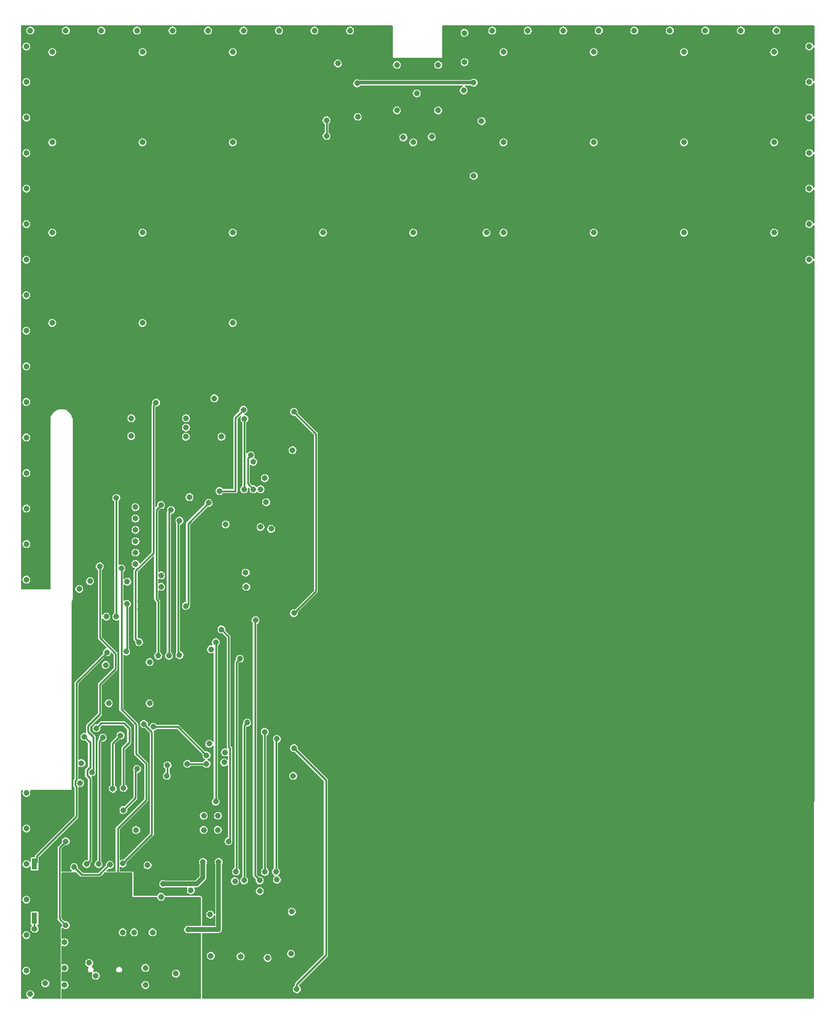
<source format=gbr>
%TF.GenerationSoftware,KiCad,Pcbnew,(5.99.0-10506-gb986797469)*%
%TF.CreationDate,2021-06-08T23:03:07+02:00*%
%TF.ProjectId,Navi_2_0,4e617669-5f32-45f3-902e-6b696361645f,rev?*%
%TF.SameCoordinates,Original*%
%TF.FileFunction,Copper,L1,Top*%
%TF.FilePolarity,Positive*%
%FSLAX46Y46*%
G04 Gerber Fmt 4.6, Leading zero omitted, Abs format (unit mm)*
G04 Created by KiCad (PCBNEW (5.99.0-10506-gb986797469)) date 2021-06-08 23:03:07*
%MOMM*%
%LPD*%
G01*
G04 APERTURE LIST*
%TA.AperFunction,SMDPad,CuDef*%
%ADD10R,0.760000X1.600000*%
%TD*%
%TA.AperFunction,ViaPad*%
%ADD11C,0.800000*%
%TD*%
%TA.AperFunction,Conductor*%
%ADD12C,0.250000*%
%TD*%
%TA.AperFunction,Conductor*%
%ADD13C,0.650000*%
%TD*%
%TA.AperFunction,Conductor*%
%ADD14C,0.500000*%
%TD*%
G04 APERTURE END LIST*
D10*
%TO.P,SW2,1,1*%
%TO.N,Net-(SW2-Pad1)*%
X35600000Y-164990000D03*
%TO.P,SW2,2,2*%
%TO.N,GND*%
X35600000Y-172610000D03*
%TD*%
D11*
%TO.N,GND*%
X65400000Y-126000000D03*
X67999926Y-110724020D03*
X43400000Y-125200000D03*
X34450000Y-75000000D03*
X115000000Y-47775000D03*
X61900000Y-104900000D03*
X101600000Y-50800000D03*
X50800000Y-63500000D03*
X42000000Y-153600000D03*
X34450000Y-160000000D03*
X101600000Y-63500000D03*
X88900000Y-63500000D03*
X66375693Y-108426208D03*
X34450000Y-125000000D03*
X91500000Y-62700000D03*
X49800000Y-118000000D03*
X127000000Y-76200000D03*
X101600000Y-76200000D03*
X49600000Y-174600000D03*
X139700000Y-76200000D03*
X61400000Y-158200000D03*
X34450000Y-115000000D03*
X38100000Y-63500000D03*
X51500000Y-165170498D03*
X63500000Y-88900000D03*
X49200000Y-102300000D03*
X144625000Y-55000000D03*
X144625000Y-70000000D03*
X42200000Y-150800000D03*
X144625000Y-50000000D03*
X67400000Y-112300000D03*
X40000000Y-47775000D03*
X53400000Y-124400000D03*
X56900000Y-104900000D03*
X45000000Y-47775000D03*
X35600000Y-174100000D03*
X71700000Y-177600000D03*
X34450000Y-100000000D03*
X100000000Y-47775000D03*
X114300000Y-50800000D03*
X60425500Y-134800000D03*
X72000000Y-152600000D03*
X75000000Y-47775000D03*
X130000000Y-47775000D03*
X34450000Y-60000000D03*
X34450000Y-120000000D03*
X34450000Y-105000000D03*
X53400000Y-126000000D03*
X34450000Y-175000000D03*
X49800000Y-114800000D03*
X60000000Y-47775000D03*
X45700000Y-130200000D03*
X56900000Y-102300000D03*
X144625000Y-60000000D03*
X144625000Y-65000000D03*
X61400000Y-160200000D03*
X70000000Y-47775000D03*
X53400000Y-169600000D03*
X135000000Y-47775000D03*
X63500000Y-76200000D03*
X56900000Y-103600000D03*
X39800000Y-182000000D03*
X98500000Y-60500000D03*
X60400000Y-177900000D03*
X65300000Y-124000000D03*
X45600000Y-137000000D03*
X62400000Y-149300000D03*
X76200000Y-76200000D03*
X92400000Y-59000000D03*
X64600000Y-178000000D03*
X127000000Y-50800000D03*
X110000000Y-47775000D03*
X59400000Y-160200000D03*
X97400000Y-68200000D03*
X96000000Y-56200000D03*
X34450000Y-165000000D03*
X86600000Y-52600000D03*
X67400000Y-117600000D03*
X49800000Y-121200000D03*
X63500000Y-63500000D03*
X144625000Y-75000000D03*
X68400000Y-178200000D03*
X86600000Y-59000000D03*
X60198000Y-148082000D03*
X34450000Y-65000000D03*
X114300000Y-76200000D03*
X39800000Y-179600000D03*
X139700000Y-50800000D03*
X55500000Y-180400000D03*
X57400000Y-113400000D03*
X92400000Y-52600000D03*
X96100000Y-48100000D03*
X49200000Y-104800000D03*
X71800000Y-171700000D03*
X69700000Y-167200000D03*
X38100000Y-76200000D03*
X50800000Y-88900000D03*
X38100000Y-88900000D03*
X34450000Y-155000000D03*
X34450000Y-180000000D03*
X50800000Y-50800000D03*
X49800000Y-122800000D03*
X38100000Y-50800000D03*
X52200000Y-174600000D03*
X49800000Y-119600000D03*
X34450000Y-95000000D03*
X68200000Y-114100000D03*
X139700000Y-63500000D03*
X34450000Y-110000000D03*
X63500000Y-50800000D03*
X34450000Y-50000000D03*
X39800000Y-176000000D03*
X140000000Y-47775000D03*
X65000000Y-47775000D03*
X49900000Y-160200000D03*
X51800000Y-136600000D03*
X99200000Y-76200000D03*
X35000000Y-183300000D03*
X60900000Y-99500000D03*
X48000000Y-174600000D03*
X37112678Y-181770893D03*
X68900000Y-117850498D03*
X34450000Y-90000000D03*
X43300000Y-178900000D03*
X51200000Y-182000000D03*
X48639021Y-125277805D03*
X59400000Y-158200000D03*
X89400000Y-56600000D03*
X34450000Y-170000000D03*
X50800000Y-76200000D03*
X62300000Y-150700000D03*
X105000000Y-47775000D03*
X81100000Y-59900000D03*
X50000000Y-47775000D03*
X41900000Y-126300000D03*
X34450000Y-80000000D03*
X127000000Y-63500000D03*
X80000000Y-47775000D03*
X114300000Y-63500000D03*
X60300000Y-172100000D03*
X35000000Y-47775000D03*
X44200000Y-180700000D03*
X34450000Y-70000000D03*
X49800000Y-116400000D03*
X57600000Y-168700000D03*
X34450000Y-55000000D03*
X55000000Y-47775000D03*
X71900000Y-106800000D03*
X87500000Y-62800000D03*
X63800000Y-167400000D03*
X144625000Y-80000000D03*
X96100000Y-52200000D03*
X67300000Y-168800000D03*
X46026944Y-142373056D03*
X34450000Y-85000000D03*
X51800000Y-142400000D03*
X120000000Y-47775000D03*
X78300000Y-52400000D03*
X51200000Y-179600000D03*
X125000000Y-47775000D03*
X88900000Y-76200000D03*
X62500000Y-117225500D03*
%TO.N,+BATT*%
X61500000Y-164700000D03*
X59300000Y-164700000D03*
X57200000Y-174200000D03*
X43651000Y-152100000D03*
X53700000Y-167800000D03*
X44775000Y-123125000D03*
%TO.N,+3V3*%
X49900000Y-158600000D03*
X50500000Y-129200000D03*
X50500000Y-128100000D03*
X43400000Y-126300000D03*
X74700000Y-67500000D03*
X56625000Y-164775000D03*
X69800000Y-102300000D03*
X45400000Y-152800000D03*
X56000000Y-109700000D03*
X70400000Y-156300000D03*
%TO.N,EINK_VCC*%
X66000000Y-107500000D03*
X66400000Y-112300000D03*
%TO.N,I2C_DAT*%
X50038000Y-151638000D03*
X48100000Y-157400000D03*
%TO.N,EINK_SPI_MOSI*%
X56000000Y-116700000D03*
X56000000Y-135600000D03*
%TO.N,EINK_SPI_CLK*%
X53400000Y-114500000D03*
X53000000Y-135700000D03*
%TO.N,EINK_~CS*%
X54800000Y-115200000D03*
X54500000Y-135700000D03*
%TO.N,EINK_DC*%
X60100000Y-114200000D03*
X56900000Y-128700000D03*
%TO.N,EINK_STATE*%
X47100000Y-113500000D03*
X47100000Y-130200000D03*
%TO.N,SD_DAT0*%
X68005969Y-166100000D03*
X68000000Y-146400000D03*
%TO.N,SD_DAT1*%
X69700000Y-147400000D03*
X69562500Y-166062500D03*
%TO.N,SD_DAT2*%
X62900000Y-161800000D03*
X61900000Y-132000000D03*
%TO.N,EINK_VCC_~EN*%
X72100000Y-101400000D03*
X72100000Y-129700000D03*
%TO.N,SD_VCC_nEN*%
X59800000Y-150900000D03*
X57100000Y-150900000D03*
%TO.N,GPS_VCC_nEN*%
X52700000Y-100100000D03*
X50300000Y-133800000D03*
%TO.N,UART1_RX*%
X44600000Y-165000000D03*
X45200000Y-147200000D03*
%TO.N,UART1_TX*%
X42600000Y-147100000D03*
X42900000Y-165000000D03*
%TO.N,Net-(SW2-Pad1)*%
X45774500Y-135225500D03*
%TO.N,G_INT1*%
X46600000Y-154400000D03*
X47700000Y-146900000D03*
%TO.N,SD_nDET*%
X61100000Y-133800000D03*
X61100000Y-156200000D03*
X48500000Y-135100000D03*
X48600000Y-128400000D03*
%TO.N,+5V*%
X41970498Y-177000000D03*
X54600000Y-177000000D03*
X49800000Y-178300000D03*
X41474500Y-168424744D03*
X47800000Y-123400000D03*
%TO.N,ESP_~RST*%
X51000000Y-145300000D03*
X48000000Y-164900000D03*
%TO.N,SD_nCS*%
X65100000Y-167300000D03*
X65500000Y-145100000D03*
%TO.N,GPS_SUPPLY*%
X76700000Y-60400000D03*
X76700000Y-62600000D03*
X97400000Y-55100000D03*
X81000000Y-55200000D03*
%TO.N,Net-(R18-Pad2)*%
X72100000Y-148700000D03*
X72500000Y-182600000D03*
%TO.N,SD_CLK*%
X66700000Y-130700000D03*
X67300000Y-167300000D03*
%TO.N,SD_DAT3*%
X64500000Y-136100000D03*
X63950000Y-166050000D03*
%TO.N,Net-(J2-Pad19)*%
X65100000Y-112300000D03*
X65135000Y-102365000D03*
%TO.N,Net-(J2-Pad18)*%
X65000000Y-101095000D03*
X61637701Y-112537701D03*
%TO.N,Net-(Q5-Pad2)*%
X40000000Y-161800000D03*
X40000000Y-173600000D03*
%TO.N,Net-(Q4-Pad2)*%
X41150989Y-165425000D03*
X46200000Y-165100000D03*
%TO.N,I2C_CLK*%
X48100000Y-154300000D03*
X44300000Y-145900000D03*
%TO.N,UART_GPS_RX*%
X59800000Y-149700000D03*
X52325500Y-145700000D03*
%TO.N,UART_GPS_TX*%
X54300000Y-151100000D03*
X54200000Y-152600000D03*
%TD*%
D12*
%TO.N,GND*%
X35600000Y-172610000D02*
X35600000Y-174100000D01*
%TO.N,+BATT*%
X43900000Y-147098277D02*
X43125489Y-146323766D01*
X43125489Y-145576234D02*
X44775000Y-143926723D01*
X43900000Y-151851000D02*
X43900000Y-147098277D01*
D13*
X59300000Y-166900000D02*
X59300000Y-164700000D01*
X59300000Y-166900000D02*
X58400000Y-167800000D01*
D12*
X44775000Y-139725000D02*
X47000000Y-137500000D01*
X44775000Y-133175000D02*
X44775000Y-123125000D01*
D13*
X58400000Y-167800000D02*
X53700000Y-167800000D01*
D12*
X47000000Y-135400000D02*
X44775000Y-133175000D01*
X47000000Y-137500000D02*
X47000000Y-135400000D01*
X44775000Y-143926723D02*
X44775000Y-139725000D01*
X43125489Y-146323766D02*
X43125489Y-145576234D01*
D13*
X61500000Y-174200000D02*
X61500000Y-164700000D01*
X57200000Y-174200000D02*
X61500000Y-174200000D01*
D12*
X43651000Y-152100000D02*
X43900000Y-151851000D01*
%TO.N,EINK_VCC*%
X65600000Y-111500000D02*
X65600000Y-107900000D01*
X65600000Y-107900000D02*
X66000000Y-107500000D01*
X66400000Y-112300000D02*
X65600000Y-111500000D01*
%TO.N,I2C_DAT*%
X49800000Y-151876000D02*
X49800000Y-155700000D01*
X49800000Y-155700000D02*
X48100000Y-157400000D01*
X50038000Y-151638000D02*
X49800000Y-151876000D01*
%TO.N,EINK_SPI_MOSI*%
X56000000Y-135600000D02*
X55800000Y-135400000D01*
X55800000Y-135400000D02*
X55800000Y-116900000D01*
X55800000Y-116900000D02*
X56000000Y-116700000D01*
%TO.N,EINK_SPI_CLK*%
X53000000Y-128000000D02*
X52725489Y-127725489D01*
X52725489Y-115174511D02*
X53400000Y-114500000D01*
X53000000Y-135700000D02*
X53000000Y-128000000D01*
X52725489Y-127725489D02*
X52725489Y-115174511D01*
%TO.N,EINK_~CS*%
X54500000Y-135700000D02*
X54500000Y-115500000D01*
X54500000Y-115500000D02*
X54800000Y-115200000D01*
%TO.N,EINK_DC*%
X60100000Y-114200000D02*
X57200000Y-117100000D01*
X57200000Y-117100000D02*
X57200000Y-128400000D01*
X57200000Y-128400000D02*
X56900000Y-128700000D01*
%TO.N,EINK_STATE*%
X47100000Y-130200000D02*
X47100000Y-113500000D01*
%TO.N,SD_DAT0*%
X68005969Y-166100000D02*
X68005969Y-146405969D01*
X68005969Y-146405969D02*
X68000000Y-146400000D01*
%TO.N,SD_DAT1*%
X69562500Y-147537500D02*
X69562500Y-149562500D01*
X69562500Y-166062500D02*
X69562500Y-149562500D01*
X69562500Y-149562500D02*
X69562500Y-149437500D01*
X69700000Y-147400000D02*
X69562500Y-147537500D01*
%TO.N,SD_DAT2*%
X63100000Y-161600000D02*
X63100000Y-148701723D01*
X62900000Y-161800000D02*
X63100000Y-161600000D01*
X62900000Y-148501723D02*
X62900000Y-133000000D01*
X63100000Y-148701723D02*
X62900000Y-148501723D01*
X62900000Y-133000000D02*
X61900000Y-132000000D01*
%TO.N,EINK_VCC_~EN*%
X75200000Y-104500000D02*
X72100000Y-101400000D01*
X75200000Y-126600000D02*
X75200000Y-104500000D01*
X72100000Y-129700000D02*
X75200000Y-126600000D01*
%TO.N,SD_VCC_nEN*%
X59800000Y-150900000D02*
X57100000Y-150900000D01*
%TO.N,GPS_VCC_nEN*%
X52325969Y-100474031D02*
X52325969Y-121272308D01*
X52700000Y-100100000D02*
X52325969Y-100474031D01*
X49825489Y-123772788D02*
X49825489Y-133325489D01*
X52325969Y-121272308D02*
X49825489Y-123772788D01*
X49825489Y-133325489D02*
X50300000Y-133800000D01*
%TO.N,UART1_RX*%
X45200000Y-147200000D02*
X44700000Y-147700000D01*
X44700000Y-147700000D02*
X44700000Y-164900000D01*
X44700000Y-164900000D02*
X44600000Y-165000000D01*
%TO.N,UART1_TX*%
X43400000Y-164500000D02*
X43400000Y-152974511D01*
X43400000Y-147900000D02*
X42600000Y-147100000D01*
X43400000Y-152974511D02*
X42976489Y-152551000D01*
X43400000Y-151352723D02*
X43400000Y-147900000D01*
X42900000Y-165000000D02*
X43400000Y-164500000D01*
X42976489Y-152551000D02*
X42976489Y-151776234D01*
X42976489Y-151776234D02*
X43400000Y-151352723D01*
%TO.N,Net-(SW2-Pad1)*%
X35900000Y-163900000D02*
X35900000Y-164690000D01*
X41500000Y-154098277D02*
X41500000Y-158300000D01*
X41500000Y-158300000D02*
X35900000Y-163900000D01*
X41325489Y-153276234D02*
X41325489Y-153923766D01*
X41500000Y-153101723D02*
X41325489Y-153276234D01*
X41325489Y-153923766D02*
X41500000Y-154098277D01*
X35900000Y-164690000D02*
X35600000Y-164990000D01*
X41500000Y-139500000D02*
X41500000Y-153101723D01*
X45774500Y-135225500D02*
X41500000Y-139500000D01*
%TO.N,G_INT1*%
X46600000Y-154400000D02*
X46600000Y-148000000D01*
X46600000Y-148000000D02*
X47700000Y-146900000D01*
%TO.N,SD_nDET*%
X48600000Y-135000000D02*
X48500000Y-135100000D01*
X61100000Y-156200000D02*
X61100000Y-133800000D01*
X48600000Y-128400000D02*
X48600000Y-135000000D01*
%TO.N,+5V*%
X47800000Y-143234994D02*
X49899520Y-145334514D01*
X51300000Y-155964000D02*
X47300000Y-159964000D01*
X47300000Y-159964000D02*
X47300000Y-166400000D01*
X49899520Y-149467520D02*
X51300000Y-150868000D01*
X47800000Y-123400000D02*
X47800000Y-143234994D01*
X49899520Y-145334514D02*
X49899520Y-149467520D01*
X51300000Y-150868000D02*
X51300000Y-155964000D01*
%TO.N,ESP_~RST*%
X52100000Y-146472777D02*
X52100000Y-160800000D01*
X52100000Y-160800000D02*
X48000000Y-164900000D01*
X51000000Y-145372777D02*
X52100000Y-146472777D01*
X51000000Y-145300000D02*
X51000000Y-145372777D01*
%TO.N,SD_nCS*%
X65100000Y-167300000D02*
X65095000Y-167295000D01*
X65095000Y-145505000D02*
X65500000Y-145100000D01*
X65095000Y-167295000D02*
X65095000Y-145505000D01*
%TO.N,GPS_SUPPLY*%
X76700000Y-62600000D02*
X76700000Y-60400000D01*
D14*
X81100000Y-55100000D02*
X97400000Y-55100000D01*
D12*
X81000000Y-55200000D02*
X81100000Y-55100000D01*
%TO.N,Net-(R18-Pad2)*%
X76600000Y-177800000D02*
X76600000Y-153200000D01*
X72500000Y-182600000D02*
X72500000Y-181900000D01*
X72500000Y-181900000D02*
X76600000Y-177800000D01*
X76600000Y-153200000D02*
X72100000Y-148700000D01*
%TO.N,SD_CLK*%
X66600000Y-130800000D02*
X66700000Y-130700000D01*
X67300000Y-167300000D02*
X66600000Y-166600000D01*
X66600000Y-166600000D02*
X66600000Y-130800000D01*
%TO.N,SD_DAT3*%
X64000000Y-166000000D02*
X63950000Y-166050000D01*
X64500000Y-136100000D02*
X64000000Y-136600000D01*
X64000000Y-136600000D02*
X64000000Y-166000000D01*
%TO.N,Net-(J2-Pad19)*%
X65100000Y-102400000D02*
X65135000Y-102365000D01*
X65100000Y-112300000D02*
X65100000Y-102400000D01*
%TO.N,Net-(J2-Pad18)*%
X63862299Y-112537701D02*
X61637701Y-112537701D01*
X63862299Y-102232701D02*
X63862299Y-112537701D01*
X65000000Y-101095000D02*
X63862299Y-102232701D01*
%TO.N,Net-(Q5-Pad2)*%
X40000000Y-173600000D02*
X39100000Y-172700000D01*
X39100000Y-172700000D02*
X39100000Y-162700000D01*
X39100000Y-162700000D02*
X40000000Y-161800000D01*
%TO.N,Net-(Q4-Pad2)*%
X44700000Y-166500000D02*
X42225989Y-166500000D01*
X42225989Y-166500000D02*
X41150989Y-165425000D01*
X46100000Y-165100000D02*
X44700000Y-166500000D01*
X46200000Y-165100000D02*
X46100000Y-165100000D01*
%TO.N,I2C_CLK*%
X45000000Y-145200000D02*
X48200000Y-145200000D01*
X48200000Y-145200000D02*
X48900000Y-145900000D01*
X48100000Y-148700000D02*
X48100000Y-154300000D01*
X48900000Y-145900000D02*
X48900000Y-147900000D01*
X48900000Y-147900000D02*
X48100000Y-148700000D01*
X44300000Y-145900000D02*
X45000000Y-145200000D01*
%TO.N,UART_GPS_RX*%
X52325500Y-145700000D02*
X55784000Y-145700000D01*
X59784000Y-149700000D02*
X59800000Y-149700000D01*
X55784000Y-145700000D02*
X59784000Y-149700000D01*
%TO.N,UART_GPS_TX*%
X54300000Y-151100000D02*
X54300000Y-152500000D01*
X54300000Y-152500000D02*
X54200000Y-152600000D01*
%TD*%
%TA.AperFunction,Conductor*%
%TO.N,+5V*%
G36*
X41553556Y-166218907D02*
G01*
X41565369Y-166228996D01*
X42006517Y-166670144D01*
X42018826Y-166685143D01*
X42027646Y-166698343D01*
X42048953Y-166712580D01*
X42048956Y-166712583D01*
X42118647Y-166759149D01*
X42128207Y-166761051D01*
X42128208Y-166761051D01*
X42216427Y-166778598D01*
X42225989Y-166780500D01*
X42235551Y-166778598D01*
X42235553Y-166778598D01*
X42241566Y-166777402D01*
X42260878Y-166775500D01*
X44665116Y-166775500D01*
X44684430Y-166777402D01*
X44700000Y-166780499D01*
X44709562Y-166778597D01*
X44725127Y-166775501D01*
X44725134Y-166775500D01*
X44725137Y-166775500D01*
X44727170Y-166775096D01*
X44797778Y-166761051D01*
X44797780Y-166761050D01*
X44807343Y-166759148D01*
X44898343Y-166698343D01*
X44907163Y-166685143D01*
X44919474Y-166670141D01*
X45360619Y-166228996D01*
X45415136Y-166201219D01*
X45430623Y-166200000D01*
X49301000Y-166200000D01*
X49359191Y-166218907D01*
X49395155Y-166268407D01*
X49400000Y-166299000D01*
X49400000Y-169600000D01*
X52754259Y-169600000D01*
X52812450Y-169618907D01*
X52849886Y-169673377D01*
X52887905Y-169815265D01*
X52964658Y-169945048D01*
X53073485Y-170049409D01*
X53206368Y-170120660D01*
X53212948Y-170122131D01*
X53212951Y-170122132D01*
X53346931Y-170152080D01*
X53346932Y-170152080D01*
X53353517Y-170153552D01*
X53360256Y-170153199D01*
X53360258Y-170153199D01*
X53409738Y-170150606D01*
X53504090Y-170145661D01*
X53646995Y-170097568D01*
X53771702Y-170012817D01*
X53776056Y-170007665D01*
X53776058Y-170007663D01*
X53833880Y-169939239D01*
X53869024Y-169897652D01*
X53931791Y-169760557D01*
X53943994Y-169683512D01*
X53971772Y-169628996D01*
X54026289Y-169601219D01*
X54041775Y-169600000D01*
X58901000Y-169600000D01*
X58959191Y-169618907D01*
X58995155Y-169668407D01*
X59000000Y-169699000D01*
X59000000Y-173625500D01*
X58981093Y-173683691D01*
X58931593Y-173719655D01*
X58901000Y-173724500D01*
X57511808Y-173724500D01*
X57465940Y-173713233D01*
X57462865Y-173711625D01*
X57457361Y-173707714D01*
X57367603Y-173675399D01*
X57321843Y-173658924D01*
X57321840Y-173658923D01*
X57315495Y-173656639D01*
X57290504Y-173654804D01*
X57171854Y-173646090D01*
X57171850Y-173646090D01*
X57165120Y-173645596D01*
X57158505Y-173646930D01*
X57158503Y-173646930D01*
X57112803Y-173656145D01*
X57017315Y-173675399D01*
X56882969Y-173743852D01*
X56878006Y-173748415D01*
X56878004Y-173748417D01*
X56812353Y-173808786D01*
X56771980Y-173845911D01*
X56692525Y-173974058D01*
X56690642Y-173980540D01*
X56653695Y-174107714D01*
X56650459Y-174118851D01*
X56650388Y-174125598D01*
X56650388Y-174125600D01*
X56649734Y-174188091D01*
X56648880Y-174269623D01*
X56687905Y-174415265D01*
X56764658Y-174545048D01*
X56873485Y-174649409D01*
X56879438Y-174652601D01*
X56956228Y-174693775D01*
X57006368Y-174720660D01*
X57012948Y-174722131D01*
X57012951Y-174722132D01*
X57146931Y-174752080D01*
X57146932Y-174752080D01*
X57153517Y-174753552D01*
X57160256Y-174753199D01*
X57160258Y-174753199D01*
X57209738Y-174750606D01*
X57304090Y-174745661D01*
X57446995Y-174697568D01*
X57454276Y-174692620D01*
X57455926Y-174692112D01*
X57458622Y-174690774D01*
X57458841Y-174691216D01*
X57509923Y-174675500D01*
X58901000Y-174675500D01*
X58959191Y-174694407D01*
X58995155Y-174743907D01*
X59000000Y-174774500D01*
X59000000Y-183841000D01*
X58981093Y-183899191D01*
X58931593Y-183935155D01*
X58901000Y-183940000D01*
X39499000Y-183940000D01*
X39440809Y-183921093D01*
X39404845Y-183871593D01*
X39400000Y-183841000D01*
X39400000Y-182575423D01*
X39418907Y-182517232D01*
X39468407Y-182481268D01*
X39529593Y-182481268D01*
X39545776Y-182488171D01*
X39606368Y-182520660D01*
X39612948Y-182522131D01*
X39612951Y-182522132D01*
X39746931Y-182552080D01*
X39746932Y-182552080D01*
X39753517Y-182553552D01*
X39760256Y-182553199D01*
X39760258Y-182553199D01*
X39809738Y-182550606D01*
X39904090Y-182545661D01*
X40046995Y-182497568D01*
X40171702Y-182412817D01*
X40176056Y-182407665D01*
X40176058Y-182407663D01*
X40233880Y-182339239D01*
X40269024Y-182297652D01*
X40331791Y-182160557D01*
X40346194Y-182069623D01*
X50648880Y-182069623D01*
X50687905Y-182215265D01*
X50764658Y-182345048D01*
X50873485Y-182449409D01*
X50879438Y-182452601D01*
X50999975Y-182517232D01*
X51006368Y-182520660D01*
X51012948Y-182522131D01*
X51012951Y-182522132D01*
X51146931Y-182552080D01*
X51146932Y-182552080D01*
X51153517Y-182553552D01*
X51160256Y-182553199D01*
X51160258Y-182553199D01*
X51209738Y-182550606D01*
X51304090Y-182545661D01*
X51446995Y-182497568D01*
X51571702Y-182412817D01*
X51576056Y-182407665D01*
X51576058Y-182407663D01*
X51633880Y-182339239D01*
X51669024Y-182297652D01*
X51731791Y-182160557D01*
X51746194Y-182069623D01*
X51754811Y-182015214D01*
X51755378Y-182011634D01*
X51755500Y-182000000D01*
X51735037Y-181850615D01*
X51732360Y-181844429D01*
X51732359Y-181844425D01*
X51677836Y-181718430D01*
X51677834Y-181718426D01*
X51675155Y-181712236D01*
X51580266Y-181595058D01*
X51508212Y-181543852D01*
X51462859Y-181511621D01*
X51462858Y-181511620D01*
X51457361Y-181507714D01*
X51451017Y-181505430D01*
X51451013Y-181505428D01*
X51321843Y-181458924D01*
X51321840Y-181458923D01*
X51315495Y-181456639D01*
X51290504Y-181454804D01*
X51171854Y-181446090D01*
X51171850Y-181446090D01*
X51165120Y-181445596D01*
X51158505Y-181446930D01*
X51158503Y-181446930D01*
X51112803Y-181456145D01*
X51017315Y-181475399D01*
X50882969Y-181543852D01*
X50878006Y-181548415D01*
X50878004Y-181548417D01*
X50821579Y-181600303D01*
X50771980Y-181645911D01*
X50692525Y-181774058D01*
X50690642Y-181780540D01*
X50668342Y-181857298D01*
X50650459Y-181918851D01*
X50648880Y-182069623D01*
X40346194Y-182069623D01*
X40354811Y-182015214D01*
X40355378Y-182011634D01*
X40355500Y-182000000D01*
X40335037Y-181850615D01*
X40332360Y-181844429D01*
X40332359Y-181844425D01*
X40277836Y-181718430D01*
X40277834Y-181718426D01*
X40275155Y-181712236D01*
X40180266Y-181595058D01*
X40108212Y-181543852D01*
X40062859Y-181511621D01*
X40062858Y-181511620D01*
X40057361Y-181507714D01*
X40051017Y-181505430D01*
X40051013Y-181505428D01*
X39921843Y-181458924D01*
X39921840Y-181458923D01*
X39915495Y-181456639D01*
X39890504Y-181454804D01*
X39771854Y-181446090D01*
X39771850Y-181446090D01*
X39765120Y-181445596D01*
X39758505Y-181446930D01*
X39758503Y-181446930D01*
X39712803Y-181456145D01*
X39617315Y-181475399D01*
X39611309Y-181478459D01*
X39611307Y-181478460D01*
X39543945Y-181512783D01*
X39483513Y-181522354D01*
X39428997Y-181494577D01*
X39401219Y-181440060D01*
X39400000Y-181424573D01*
X39400000Y-180175423D01*
X39418907Y-180117232D01*
X39468407Y-180081268D01*
X39529593Y-180081268D01*
X39545776Y-180088171D01*
X39606368Y-180120660D01*
X39612948Y-180122131D01*
X39612951Y-180122132D01*
X39746931Y-180152080D01*
X39746932Y-180152080D01*
X39753517Y-180153552D01*
X39760256Y-180153199D01*
X39760258Y-180153199D01*
X39809738Y-180150606D01*
X39904090Y-180145661D01*
X40046995Y-180097568D01*
X40171702Y-180012817D01*
X40176056Y-180007665D01*
X40176058Y-180007663D01*
X40229982Y-179943852D01*
X40269024Y-179897652D01*
X40331791Y-179760557D01*
X40336253Y-179732389D01*
X40354811Y-179615214D01*
X40355378Y-179611634D01*
X40355500Y-179600000D01*
X40335037Y-179450615D01*
X40332360Y-179444429D01*
X40332359Y-179444425D01*
X40277836Y-179318430D01*
X40277834Y-179318426D01*
X40275155Y-179312236D01*
X40180266Y-179195058D01*
X40108212Y-179143852D01*
X40062859Y-179111621D01*
X40062858Y-179111620D01*
X40057361Y-179107714D01*
X40051017Y-179105430D01*
X40051013Y-179105428D01*
X39921843Y-179058924D01*
X39921840Y-179058923D01*
X39915495Y-179056639D01*
X39890504Y-179054804D01*
X39771854Y-179046090D01*
X39771850Y-179046090D01*
X39765120Y-179045596D01*
X39758505Y-179046930D01*
X39758503Y-179046930D01*
X39636513Y-179071528D01*
X39617315Y-179075399D01*
X39611309Y-179078459D01*
X39611307Y-179078460D01*
X39543945Y-179112783D01*
X39483513Y-179122354D01*
X39428997Y-179094577D01*
X39401219Y-179040060D01*
X39400000Y-179024573D01*
X39400000Y-178969623D01*
X42748880Y-178969623D01*
X42787905Y-179115265D01*
X42864658Y-179245048D01*
X42973485Y-179349409D01*
X43106368Y-179420660D01*
X43140321Y-179428249D01*
X43192985Y-179459395D01*
X43217285Y-179515548D01*
X43203938Y-179575260D01*
X43188728Y-179594869D01*
X43171944Y-179611653D01*
X43168409Y-179618590D01*
X43168408Y-179618592D01*
X43142407Y-179669623D01*
X43114347Y-179724694D01*
X43094500Y-179850000D01*
X43095719Y-179857696D01*
X43110295Y-179949721D01*
X43114347Y-179975306D01*
X43117883Y-179982246D01*
X43153731Y-180052601D01*
X43171944Y-180088347D01*
X43261653Y-180178056D01*
X43268590Y-180181591D01*
X43268592Y-180181592D01*
X43367754Y-180232117D01*
X43374694Y-180235653D01*
X43382388Y-180236872D01*
X43382389Y-180236872D01*
X43492304Y-180254281D01*
X43500000Y-180255500D01*
X43507696Y-180254281D01*
X43617611Y-180236872D01*
X43617612Y-180236872D01*
X43625306Y-180235653D01*
X43632246Y-180232117D01*
X43638300Y-180230150D01*
X43699485Y-180230151D01*
X43748985Y-180266116D01*
X43767891Y-180324307D01*
X43753030Y-180376474D01*
X43730857Y-180412236D01*
X43692525Y-180474058D01*
X43690642Y-180480540D01*
X43668342Y-180557298D01*
X43650459Y-180618851D01*
X43648880Y-180769623D01*
X43687905Y-180915265D01*
X43764658Y-181045048D01*
X43873485Y-181149409D01*
X44006368Y-181220660D01*
X44012948Y-181222131D01*
X44012951Y-181222132D01*
X44146931Y-181252080D01*
X44146932Y-181252080D01*
X44153517Y-181253552D01*
X44160256Y-181253199D01*
X44160258Y-181253199D01*
X44209738Y-181250606D01*
X44304090Y-181245661D01*
X44446995Y-181197568D01*
X44571702Y-181112817D01*
X44576056Y-181107665D01*
X44576058Y-181107663D01*
X44633880Y-181039239D01*
X44669024Y-180997652D01*
X44731791Y-180860557D01*
X44738752Y-180816610D01*
X44754811Y-180715214D01*
X44755378Y-180711634D01*
X44755500Y-180700000D01*
X44735037Y-180550615D01*
X44732360Y-180544429D01*
X44732359Y-180544425D01*
X44699989Y-180469623D01*
X54948880Y-180469623D01*
X54987905Y-180615265D01*
X55064658Y-180745048D01*
X55173485Y-180849409D01*
X55179438Y-180852601D01*
X55205720Y-180866693D01*
X55306368Y-180920660D01*
X55312948Y-180922131D01*
X55312951Y-180922132D01*
X55446931Y-180952080D01*
X55446932Y-180952080D01*
X55453517Y-180953552D01*
X55460256Y-180953199D01*
X55460258Y-180953199D01*
X55509738Y-180950606D01*
X55604090Y-180945661D01*
X55746995Y-180897568D01*
X55871702Y-180812817D01*
X55876056Y-180807665D01*
X55876058Y-180807663D01*
X55933880Y-180739239D01*
X55969024Y-180697652D01*
X56031791Y-180560557D01*
X56044465Y-180480540D01*
X56054811Y-180415214D01*
X56055378Y-180411634D01*
X56055500Y-180400000D01*
X56035037Y-180250615D01*
X56032360Y-180244429D01*
X56032359Y-180244425D01*
X55977836Y-180118430D01*
X55977834Y-180118426D01*
X55975155Y-180112236D01*
X55880266Y-179995058D01*
X55808212Y-179943852D01*
X55762859Y-179911621D01*
X55762858Y-179911620D01*
X55757361Y-179907714D01*
X55751017Y-179905430D01*
X55751013Y-179905428D01*
X55621843Y-179858924D01*
X55621840Y-179858923D01*
X55615495Y-179856639D01*
X55590504Y-179854804D01*
X55471854Y-179846090D01*
X55471850Y-179846090D01*
X55465120Y-179845596D01*
X55458505Y-179846930D01*
X55458503Y-179846930D01*
X55412803Y-179856145D01*
X55317315Y-179875399D01*
X55311309Y-179878459D01*
X55311307Y-179878460D01*
X55273641Y-179897652D01*
X55182969Y-179943852D01*
X55178006Y-179948415D01*
X55178004Y-179948417D01*
X55121579Y-180000303D01*
X55071980Y-180045911D01*
X55024721Y-180122132D01*
X55001909Y-180158924D01*
X54992525Y-180174058D01*
X54990642Y-180180540D01*
X54955848Y-180300303D01*
X54950459Y-180318851D01*
X54950388Y-180325598D01*
X54950388Y-180325600D01*
X54949734Y-180388091D01*
X54948880Y-180469623D01*
X44699989Y-180469623D01*
X44677836Y-180418430D01*
X44677834Y-180418426D01*
X44675155Y-180412236D01*
X44580266Y-180295058D01*
X44539541Y-180266116D01*
X44462859Y-180211621D01*
X44462858Y-180211620D01*
X44457361Y-180207714D01*
X44451017Y-180205430D01*
X44451013Y-180205428D01*
X44321843Y-180158924D01*
X44321840Y-180158923D01*
X44315495Y-180156639D01*
X44290504Y-180154804D01*
X44171854Y-180146090D01*
X44171850Y-180146090D01*
X44165120Y-180145596D01*
X44158505Y-180146930D01*
X44158503Y-180146930D01*
X44036513Y-180171528D01*
X44017315Y-180175399D01*
X44011311Y-180178458D01*
X44011306Y-180178460D01*
X43973266Y-180197843D01*
X43912834Y-180207414D01*
X43858317Y-180179636D01*
X43830540Y-180125120D01*
X43840111Y-180064688D01*
X43882117Y-179982246D01*
X43885653Y-179975306D01*
X43889706Y-179949721D01*
X43904281Y-179857696D01*
X43905500Y-179850000D01*
X47094500Y-179850000D01*
X47095719Y-179857696D01*
X47110295Y-179949721D01*
X47114347Y-179975306D01*
X47117883Y-179982246D01*
X47153731Y-180052601D01*
X47171944Y-180088347D01*
X47261653Y-180178056D01*
X47268590Y-180181591D01*
X47268592Y-180181592D01*
X47367754Y-180232117D01*
X47374694Y-180235653D01*
X47382388Y-180236872D01*
X47382389Y-180236872D01*
X47492304Y-180254281D01*
X47500000Y-180255500D01*
X47507696Y-180254281D01*
X47617611Y-180236872D01*
X47617612Y-180236872D01*
X47625306Y-180235653D01*
X47632246Y-180232117D01*
X47731408Y-180181592D01*
X47731410Y-180181591D01*
X47738347Y-180178056D01*
X47828056Y-180088347D01*
X47846270Y-180052601D01*
X47882117Y-179982246D01*
X47885653Y-179975306D01*
X47889706Y-179949721D01*
X47904281Y-179857696D01*
X47905500Y-179850000D01*
X47885653Y-179724694D01*
X47857593Y-179669623D01*
X50648880Y-179669623D01*
X50687905Y-179815265D01*
X50691338Y-179821071D01*
X50691339Y-179821072D01*
X50708447Y-179850000D01*
X50764658Y-179945048D01*
X50873485Y-180049409D01*
X50879438Y-180052601D01*
X50999975Y-180117232D01*
X51006368Y-180120660D01*
X51012948Y-180122131D01*
X51012951Y-180122132D01*
X51146931Y-180152080D01*
X51146932Y-180152080D01*
X51153517Y-180153552D01*
X51160256Y-180153199D01*
X51160258Y-180153199D01*
X51209738Y-180150606D01*
X51304090Y-180145661D01*
X51446995Y-180097568D01*
X51571702Y-180012817D01*
X51576056Y-180007665D01*
X51576058Y-180007663D01*
X51629982Y-179943852D01*
X51669024Y-179897652D01*
X51731791Y-179760557D01*
X51736253Y-179732389D01*
X51754811Y-179615214D01*
X51755378Y-179611634D01*
X51755500Y-179600000D01*
X51735037Y-179450615D01*
X51732360Y-179444429D01*
X51732359Y-179444425D01*
X51677836Y-179318430D01*
X51677834Y-179318426D01*
X51675155Y-179312236D01*
X51580266Y-179195058D01*
X51508212Y-179143852D01*
X51462859Y-179111621D01*
X51462858Y-179111620D01*
X51457361Y-179107714D01*
X51451017Y-179105430D01*
X51451013Y-179105428D01*
X51321843Y-179058924D01*
X51321840Y-179058923D01*
X51315495Y-179056639D01*
X51290504Y-179054804D01*
X51171854Y-179046090D01*
X51171850Y-179046090D01*
X51165120Y-179045596D01*
X51158505Y-179046930D01*
X51158503Y-179046930D01*
X51036513Y-179071528D01*
X51017315Y-179075399D01*
X50882969Y-179143852D01*
X50878006Y-179148415D01*
X50878004Y-179148417D01*
X50812353Y-179208786D01*
X50771980Y-179245911D01*
X50692525Y-179374058D01*
X50690642Y-179380540D01*
X50659153Y-179488927D01*
X50650459Y-179518851D01*
X50648880Y-179669623D01*
X47857593Y-179669623D01*
X47831592Y-179618592D01*
X47831591Y-179618590D01*
X47828056Y-179611653D01*
X47738347Y-179521944D01*
X47731410Y-179518409D01*
X47731408Y-179518408D01*
X47632246Y-179467883D01*
X47625306Y-179464347D01*
X47617612Y-179463128D01*
X47617611Y-179463128D01*
X47507696Y-179445719D01*
X47500000Y-179444500D01*
X47492304Y-179445719D01*
X47382389Y-179463128D01*
X47382388Y-179463128D01*
X47374694Y-179464347D01*
X47367754Y-179467883D01*
X47268592Y-179518408D01*
X47268590Y-179518409D01*
X47261653Y-179521944D01*
X47171944Y-179611653D01*
X47168409Y-179618590D01*
X47168408Y-179618592D01*
X47142407Y-179669623D01*
X47114347Y-179724694D01*
X47094500Y-179850000D01*
X43905500Y-179850000D01*
X43885653Y-179724694D01*
X43857593Y-179669623D01*
X43831592Y-179618592D01*
X43831591Y-179618590D01*
X43828056Y-179611653D01*
X43738347Y-179521944D01*
X43731410Y-179518409D01*
X43731408Y-179518408D01*
X43673547Y-179488927D01*
X43630282Y-179445662D01*
X43620711Y-179385230D01*
X43648488Y-179330714D01*
X43662843Y-179318838D01*
X43666119Y-179316611D01*
X43671702Y-179312817D01*
X43676056Y-179307665D01*
X43676058Y-179307663D01*
X43733880Y-179239239D01*
X43769024Y-179197652D01*
X43810201Y-179107714D01*
X43828982Y-179066693D01*
X43828983Y-179066691D01*
X43831791Y-179060557D01*
X43833950Y-179046930D01*
X43854811Y-178915214D01*
X43855378Y-178911634D01*
X43855500Y-178900000D01*
X43835037Y-178750615D01*
X43832360Y-178744429D01*
X43832359Y-178744425D01*
X43777836Y-178618430D01*
X43777834Y-178618426D01*
X43775155Y-178612236D01*
X43680266Y-178495058D01*
X43608212Y-178443852D01*
X43562859Y-178411621D01*
X43562858Y-178411620D01*
X43557361Y-178407714D01*
X43551017Y-178405430D01*
X43551013Y-178405428D01*
X43421843Y-178358924D01*
X43421840Y-178358923D01*
X43415495Y-178356639D01*
X43390504Y-178354804D01*
X43271854Y-178346090D01*
X43271850Y-178346090D01*
X43265120Y-178345596D01*
X43258505Y-178346930D01*
X43258503Y-178346930D01*
X43212803Y-178356145D01*
X43117315Y-178375399D01*
X42982969Y-178443852D01*
X42978006Y-178448415D01*
X42978004Y-178448417D01*
X42921579Y-178500303D01*
X42871980Y-178545911D01*
X42792525Y-178674058D01*
X42790642Y-178680540D01*
X42768342Y-178757298D01*
X42750459Y-178818851D01*
X42748880Y-178969623D01*
X39400000Y-178969623D01*
X39400000Y-176575423D01*
X39418907Y-176517232D01*
X39468407Y-176481268D01*
X39529593Y-176481268D01*
X39545776Y-176488171D01*
X39606368Y-176520660D01*
X39612948Y-176522131D01*
X39612951Y-176522132D01*
X39746931Y-176552080D01*
X39746932Y-176552080D01*
X39753517Y-176553552D01*
X39760256Y-176553199D01*
X39760258Y-176553199D01*
X39809738Y-176550606D01*
X39904090Y-176545661D01*
X40046995Y-176497568D01*
X40171702Y-176412817D01*
X40176056Y-176407665D01*
X40176058Y-176407663D01*
X40228971Y-176345048D01*
X40269024Y-176297652D01*
X40331791Y-176160557D01*
X40346194Y-176069623D01*
X40354811Y-176015214D01*
X40355378Y-176011634D01*
X40355500Y-176000000D01*
X40335037Y-175850615D01*
X40332360Y-175844429D01*
X40332359Y-175844425D01*
X40277836Y-175718430D01*
X40277834Y-175718426D01*
X40275155Y-175712236D01*
X40180266Y-175595058D01*
X40108212Y-175543852D01*
X40062859Y-175511621D01*
X40062858Y-175511620D01*
X40057361Y-175507714D01*
X40051017Y-175505430D01*
X40051013Y-175505428D01*
X39921843Y-175458924D01*
X39921840Y-175458923D01*
X39915495Y-175456639D01*
X39890504Y-175454804D01*
X39771854Y-175446090D01*
X39771850Y-175446090D01*
X39765120Y-175445596D01*
X39758505Y-175446930D01*
X39758503Y-175446930D01*
X39712803Y-175456145D01*
X39617315Y-175475399D01*
X39611309Y-175478459D01*
X39611307Y-175478460D01*
X39543945Y-175512783D01*
X39483513Y-175522354D01*
X39428997Y-175494577D01*
X39401219Y-175440060D01*
X39400000Y-175424573D01*
X39400000Y-174669623D01*
X47448880Y-174669623D01*
X47450625Y-174676134D01*
X47450625Y-174676137D01*
X47461701Y-174717472D01*
X47487905Y-174815265D01*
X47564658Y-174945048D01*
X47673485Y-175049409D01*
X47806368Y-175120660D01*
X47812948Y-175122131D01*
X47812951Y-175122132D01*
X47946931Y-175152080D01*
X47946932Y-175152080D01*
X47953517Y-175153552D01*
X47960256Y-175153199D01*
X47960258Y-175153199D01*
X48009738Y-175150606D01*
X48104090Y-175145661D01*
X48246995Y-175097568D01*
X48371702Y-175012817D01*
X48376056Y-175007665D01*
X48376058Y-175007663D01*
X48433880Y-174939239D01*
X48469024Y-174897652D01*
X48509728Y-174808747D01*
X48528982Y-174766693D01*
X48528983Y-174766691D01*
X48531791Y-174760557D01*
X48532901Y-174753552D01*
X48546194Y-174669623D01*
X49048880Y-174669623D01*
X49050625Y-174676134D01*
X49050625Y-174676137D01*
X49061701Y-174717472D01*
X49087905Y-174815265D01*
X49164658Y-174945048D01*
X49273485Y-175049409D01*
X49406368Y-175120660D01*
X49412948Y-175122131D01*
X49412951Y-175122132D01*
X49546931Y-175152080D01*
X49546932Y-175152080D01*
X49553517Y-175153552D01*
X49560256Y-175153199D01*
X49560258Y-175153199D01*
X49609738Y-175150606D01*
X49704090Y-175145661D01*
X49846995Y-175097568D01*
X49971702Y-175012817D01*
X49976056Y-175007665D01*
X49976058Y-175007663D01*
X50033880Y-174939239D01*
X50069024Y-174897652D01*
X50109728Y-174808747D01*
X50128982Y-174766693D01*
X50128983Y-174766691D01*
X50131791Y-174760557D01*
X50132901Y-174753552D01*
X50146194Y-174669623D01*
X51648880Y-174669623D01*
X51650625Y-174676134D01*
X51650625Y-174676137D01*
X51661701Y-174717472D01*
X51687905Y-174815265D01*
X51764658Y-174945048D01*
X51873485Y-175049409D01*
X52006368Y-175120660D01*
X52012948Y-175122131D01*
X52012951Y-175122132D01*
X52146931Y-175152080D01*
X52146932Y-175152080D01*
X52153517Y-175153552D01*
X52160256Y-175153199D01*
X52160258Y-175153199D01*
X52209738Y-175150606D01*
X52304090Y-175145661D01*
X52446995Y-175097568D01*
X52571702Y-175012817D01*
X52576056Y-175007665D01*
X52576058Y-175007663D01*
X52633880Y-174939239D01*
X52669024Y-174897652D01*
X52709728Y-174808747D01*
X52728982Y-174766693D01*
X52728983Y-174766691D01*
X52731791Y-174760557D01*
X52732901Y-174753552D01*
X52754811Y-174615214D01*
X52755378Y-174611634D01*
X52755500Y-174600000D01*
X52735037Y-174450615D01*
X52732360Y-174444429D01*
X52732359Y-174444425D01*
X52677836Y-174318430D01*
X52677834Y-174318426D01*
X52675155Y-174312236D01*
X52580266Y-174195058D01*
X52574767Y-174191150D01*
X52462859Y-174111621D01*
X52462858Y-174111620D01*
X52457361Y-174107714D01*
X52451017Y-174105430D01*
X52451013Y-174105428D01*
X52321843Y-174058924D01*
X52321840Y-174058923D01*
X52315495Y-174056639D01*
X52290504Y-174054804D01*
X52171854Y-174046090D01*
X52171850Y-174046090D01*
X52165120Y-174045596D01*
X52158505Y-174046930D01*
X52158503Y-174046930D01*
X52130379Y-174052601D01*
X52017315Y-174075399D01*
X52011309Y-174078459D01*
X52011307Y-174078460D01*
X51958380Y-174105428D01*
X51882969Y-174143852D01*
X51878006Y-174148415D01*
X51878004Y-174148417D01*
X51821579Y-174200303D01*
X51771980Y-174245911D01*
X51692525Y-174374058D01*
X51690642Y-174380540D01*
X51668342Y-174457298D01*
X51650459Y-174518851D01*
X51650388Y-174525598D01*
X51650388Y-174525600D01*
X51650136Y-174549721D01*
X51648880Y-174669623D01*
X50146194Y-174669623D01*
X50154811Y-174615214D01*
X50155378Y-174611634D01*
X50155500Y-174600000D01*
X50135037Y-174450615D01*
X50132360Y-174444429D01*
X50132359Y-174444425D01*
X50077836Y-174318430D01*
X50077834Y-174318426D01*
X50075155Y-174312236D01*
X49980266Y-174195058D01*
X49974767Y-174191150D01*
X49862859Y-174111621D01*
X49862858Y-174111620D01*
X49857361Y-174107714D01*
X49851017Y-174105430D01*
X49851013Y-174105428D01*
X49721843Y-174058924D01*
X49721840Y-174058923D01*
X49715495Y-174056639D01*
X49690504Y-174054804D01*
X49571854Y-174046090D01*
X49571850Y-174046090D01*
X49565120Y-174045596D01*
X49558505Y-174046930D01*
X49558503Y-174046930D01*
X49530379Y-174052601D01*
X49417315Y-174075399D01*
X49411309Y-174078459D01*
X49411307Y-174078460D01*
X49358380Y-174105428D01*
X49282969Y-174143852D01*
X49278006Y-174148415D01*
X49278004Y-174148417D01*
X49221579Y-174200303D01*
X49171980Y-174245911D01*
X49092525Y-174374058D01*
X49090642Y-174380540D01*
X49068342Y-174457298D01*
X49050459Y-174518851D01*
X49050388Y-174525598D01*
X49050388Y-174525600D01*
X49050136Y-174549721D01*
X49048880Y-174669623D01*
X48546194Y-174669623D01*
X48554811Y-174615214D01*
X48555378Y-174611634D01*
X48555500Y-174600000D01*
X48535037Y-174450615D01*
X48532360Y-174444429D01*
X48532359Y-174444425D01*
X48477836Y-174318430D01*
X48477834Y-174318426D01*
X48475155Y-174312236D01*
X48380266Y-174195058D01*
X48374767Y-174191150D01*
X48262859Y-174111621D01*
X48262858Y-174111620D01*
X48257361Y-174107714D01*
X48251017Y-174105430D01*
X48251013Y-174105428D01*
X48121843Y-174058924D01*
X48121840Y-174058923D01*
X48115495Y-174056639D01*
X48090504Y-174054804D01*
X47971854Y-174046090D01*
X47971850Y-174046090D01*
X47965120Y-174045596D01*
X47958505Y-174046930D01*
X47958503Y-174046930D01*
X47930379Y-174052601D01*
X47817315Y-174075399D01*
X47811309Y-174078459D01*
X47811307Y-174078460D01*
X47758380Y-174105428D01*
X47682969Y-174143852D01*
X47678006Y-174148415D01*
X47678004Y-174148417D01*
X47621579Y-174200303D01*
X47571980Y-174245911D01*
X47492525Y-174374058D01*
X47490642Y-174380540D01*
X47468342Y-174457298D01*
X47450459Y-174518851D01*
X47450388Y-174525598D01*
X47450388Y-174525600D01*
X47450136Y-174549721D01*
X47448880Y-174669623D01*
X39400000Y-174669623D01*
X39400000Y-174019248D01*
X39418907Y-173961057D01*
X39468407Y-173925093D01*
X39529593Y-173925093D01*
X39567521Y-173947793D01*
X39673485Y-174049409D01*
X39679438Y-174052601D01*
X39782224Y-174107714D01*
X39806368Y-174120660D01*
X39812948Y-174122131D01*
X39812951Y-174122132D01*
X39946931Y-174152080D01*
X39946932Y-174152080D01*
X39953517Y-174153552D01*
X39960256Y-174153199D01*
X39960258Y-174153199D01*
X40009738Y-174150606D01*
X40104090Y-174145661D01*
X40246995Y-174097568D01*
X40275112Y-174078460D01*
X40307947Y-174056145D01*
X40371702Y-174012817D01*
X40376056Y-174007665D01*
X40376058Y-174007663D01*
X40428971Y-173945048D01*
X40469024Y-173897652D01*
X40506744Y-173815265D01*
X40528982Y-173766693D01*
X40528983Y-173766691D01*
X40531791Y-173760557D01*
X40534969Y-173740496D01*
X40554811Y-173615214D01*
X40555378Y-173611634D01*
X40555500Y-173600000D01*
X40535037Y-173450615D01*
X40532360Y-173444429D01*
X40532359Y-173444425D01*
X40477836Y-173318430D01*
X40477834Y-173318426D01*
X40475155Y-173312236D01*
X40380266Y-173195058D01*
X40257361Y-173107714D01*
X40251017Y-173105430D01*
X40251013Y-173105428D01*
X40121843Y-173058924D01*
X40121840Y-173058923D01*
X40115495Y-173056639D01*
X40090504Y-173054804D01*
X39971854Y-173046090D01*
X39971850Y-173046090D01*
X39965120Y-173045596D01*
X39909046Y-173056903D01*
X39848268Y-173049871D01*
X39819476Y-173029860D01*
X39428997Y-172639382D01*
X39401219Y-172584865D01*
X39400000Y-172569378D01*
X39400000Y-166299000D01*
X39418907Y-166240809D01*
X39468407Y-166204845D01*
X39499000Y-166200000D01*
X41495365Y-166200000D01*
X41553556Y-166218907D01*
G37*
%TD.AperFunction*%
%TD*%
%TA.AperFunction,Conductor*%
%TO.N,+3V3*%
G36*
X85959191Y-47028907D02*
G01*
X85995155Y-47078407D01*
X86000000Y-47109000D01*
X86000000Y-51600000D01*
X93000000Y-51600000D01*
X93000000Y-50869623D01*
X101048880Y-50869623D01*
X101087905Y-51015265D01*
X101164658Y-51145048D01*
X101273485Y-51249409D01*
X101406368Y-51320660D01*
X101412948Y-51322131D01*
X101412951Y-51322132D01*
X101546931Y-51352080D01*
X101546932Y-51352080D01*
X101553517Y-51353552D01*
X101560256Y-51353199D01*
X101560258Y-51353199D01*
X101609738Y-51350606D01*
X101704090Y-51345661D01*
X101846995Y-51297568D01*
X101971702Y-51212817D01*
X101976056Y-51207665D01*
X101976058Y-51207663D01*
X102033880Y-51139239D01*
X102069024Y-51097652D01*
X102131791Y-50960557D01*
X102146194Y-50869623D01*
X113748880Y-50869623D01*
X113787905Y-51015265D01*
X113864658Y-51145048D01*
X113973485Y-51249409D01*
X114106368Y-51320660D01*
X114112948Y-51322131D01*
X114112951Y-51322132D01*
X114246931Y-51352080D01*
X114246932Y-51352080D01*
X114253517Y-51353552D01*
X114260256Y-51353199D01*
X114260258Y-51353199D01*
X114309738Y-51350606D01*
X114404090Y-51345661D01*
X114546995Y-51297568D01*
X114671702Y-51212817D01*
X114676056Y-51207665D01*
X114676058Y-51207663D01*
X114733880Y-51139239D01*
X114769024Y-51097652D01*
X114831791Y-50960557D01*
X114846194Y-50869623D01*
X126448880Y-50869623D01*
X126487905Y-51015265D01*
X126564658Y-51145048D01*
X126673485Y-51249409D01*
X126806368Y-51320660D01*
X126812948Y-51322131D01*
X126812951Y-51322132D01*
X126946931Y-51352080D01*
X126946932Y-51352080D01*
X126953517Y-51353552D01*
X126960256Y-51353199D01*
X126960258Y-51353199D01*
X127009738Y-51350606D01*
X127104090Y-51345661D01*
X127246995Y-51297568D01*
X127371702Y-51212817D01*
X127376056Y-51207665D01*
X127376058Y-51207663D01*
X127433880Y-51139239D01*
X127469024Y-51097652D01*
X127531791Y-50960557D01*
X127546194Y-50869623D01*
X139148880Y-50869623D01*
X139187905Y-51015265D01*
X139264658Y-51145048D01*
X139373485Y-51249409D01*
X139506368Y-51320660D01*
X139512948Y-51322131D01*
X139512951Y-51322132D01*
X139646931Y-51352080D01*
X139646932Y-51352080D01*
X139653517Y-51353552D01*
X139660256Y-51353199D01*
X139660258Y-51353199D01*
X139709738Y-51350606D01*
X139804090Y-51345661D01*
X139946995Y-51297568D01*
X140071702Y-51212817D01*
X140076056Y-51207665D01*
X140076058Y-51207663D01*
X140133880Y-51139239D01*
X140169024Y-51097652D01*
X140231791Y-50960557D01*
X140246194Y-50869623D01*
X140254811Y-50815214D01*
X140255378Y-50811634D01*
X140255500Y-50800000D01*
X140235037Y-50650615D01*
X140232360Y-50644429D01*
X140232359Y-50644425D01*
X140177836Y-50518430D01*
X140177834Y-50518426D01*
X140175155Y-50512236D01*
X140080266Y-50395058D01*
X140008212Y-50343852D01*
X139962859Y-50311621D01*
X139962858Y-50311620D01*
X139957361Y-50307714D01*
X139951017Y-50305430D01*
X139951013Y-50305428D01*
X139821843Y-50258924D01*
X139821840Y-50258923D01*
X139815495Y-50256639D01*
X139790504Y-50254804D01*
X139671854Y-50246090D01*
X139671850Y-50246090D01*
X139665120Y-50245596D01*
X139658505Y-50246930D01*
X139658503Y-50246930D01*
X139612803Y-50256145D01*
X139517315Y-50275399D01*
X139511309Y-50278459D01*
X139511307Y-50278460D01*
X139473641Y-50297652D01*
X139382969Y-50343852D01*
X139378006Y-50348415D01*
X139378004Y-50348417D01*
X139321579Y-50400303D01*
X139271980Y-50445911D01*
X139192525Y-50574058D01*
X139190642Y-50580540D01*
X139168342Y-50657298D01*
X139150459Y-50718851D01*
X139148880Y-50869623D01*
X127546194Y-50869623D01*
X127554811Y-50815214D01*
X127555378Y-50811634D01*
X127555500Y-50800000D01*
X127535037Y-50650615D01*
X127532360Y-50644429D01*
X127532359Y-50644425D01*
X127477836Y-50518430D01*
X127477834Y-50518426D01*
X127475155Y-50512236D01*
X127380266Y-50395058D01*
X127308212Y-50343852D01*
X127262859Y-50311621D01*
X127262858Y-50311620D01*
X127257361Y-50307714D01*
X127251017Y-50305430D01*
X127251013Y-50305428D01*
X127121843Y-50258924D01*
X127121840Y-50258923D01*
X127115495Y-50256639D01*
X127090504Y-50254804D01*
X126971854Y-50246090D01*
X126971850Y-50246090D01*
X126965120Y-50245596D01*
X126958505Y-50246930D01*
X126958503Y-50246930D01*
X126912803Y-50256145D01*
X126817315Y-50275399D01*
X126811309Y-50278459D01*
X126811307Y-50278460D01*
X126773641Y-50297652D01*
X126682969Y-50343852D01*
X126678006Y-50348415D01*
X126678004Y-50348417D01*
X126621579Y-50400303D01*
X126571980Y-50445911D01*
X126492525Y-50574058D01*
X126490642Y-50580540D01*
X126468342Y-50657298D01*
X126450459Y-50718851D01*
X126448880Y-50869623D01*
X114846194Y-50869623D01*
X114854811Y-50815214D01*
X114855378Y-50811634D01*
X114855500Y-50800000D01*
X114835037Y-50650615D01*
X114832360Y-50644429D01*
X114832359Y-50644425D01*
X114777836Y-50518430D01*
X114777834Y-50518426D01*
X114775155Y-50512236D01*
X114680266Y-50395058D01*
X114608212Y-50343852D01*
X114562859Y-50311621D01*
X114562858Y-50311620D01*
X114557361Y-50307714D01*
X114551017Y-50305430D01*
X114551013Y-50305428D01*
X114421843Y-50258924D01*
X114421840Y-50258923D01*
X114415495Y-50256639D01*
X114390504Y-50254804D01*
X114271854Y-50246090D01*
X114271850Y-50246090D01*
X114265120Y-50245596D01*
X114258505Y-50246930D01*
X114258503Y-50246930D01*
X114212803Y-50256145D01*
X114117315Y-50275399D01*
X114111309Y-50278459D01*
X114111307Y-50278460D01*
X114073641Y-50297652D01*
X113982969Y-50343852D01*
X113978006Y-50348415D01*
X113978004Y-50348417D01*
X113921579Y-50400303D01*
X113871980Y-50445911D01*
X113792525Y-50574058D01*
X113790642Y-50580540D01*
X113768342Y-50657298D01*
X113750459Y-50718851D01*
X113748880Y-50869623D01*
X102146194Y-50869623D01*
X102154811Y-50815214D01*
X102155378Y-50811634D01*
X102155500Y-50800000D01*
X102135037Y-50650615D01*
X102132360Y-50644429D01*
X102132359Y-50644425D01*
X102077836Y-50518430D01*
X102077834Y-50518426D01*
X102075155Y-50512236D01*
X101980266Y-50395058D01*
X101908212Y-50343852D01*
X101862859Y-50311621D01*
X101862858Y-50311620D01*
X101857361Y-50307714D01*
X101851017Y-50305430D01*
X101851013Y-50305428D01*
X101721843Y-50258924D01*
X101721840Y-50258923D01*
X101715495Y-50256639D01*
X101690504Y-50254804D01*
X101571854Y-50246090D01*
X101571850Y-50246090D01*
X101565120Y-50245596D01*
X101558505Y-50246930D01*
X101558503Y-50246930D01*
X101512803Y-50256145D01*
X101417315Y-50275399D01*
X101411309Y-50278459D01*
X101411307Y-50278460D01*
X101373641Y-50297652D01*
X101282969Y-50343852D01*
X101278006Y-50348415D01*
X101278004Y-50348417D01*
X101221579Y-50400303D01*
X101171980Y-50445911D01*
X101092525Y-50574058D01*
X101090642Y-50580540D01*
X101068342Y-50657298D01*
X101050459Y-50718851D01*
X101048880Y-50869623D01*
X93000000Y-50869623D01*
X93000000Y-48169623D01*
X95548880Y-48169623D01*
X95587905Y-48315265D01*
X95664658Y-48445048D01*
X95773485Y-48549409D01*
X95906368Y-48620660D01*
X95912948Y-48622131D01*
X95912951Y-48622132D01*
X96046931Y-48652080D01*
X96046932Y-48652080D01*
X96053517Y-48653552D01*
X96060256Y-48653199D01*
X96060258Y-48653199D01*
X96109738Y-48650606D01*
X96204090Y-48645661D01*
X96346995Y-48597568D01*
X96471702Y-48512817D01*
X96476056Y-48507665D01*
X96476058Y-48507663D01*
X96533880Y-48439239D01*
X96569024Y-48397652D01*
X96631791Y-48260557D01*
X96637517Y-48224409D01*
X96654811Y-48115214D01*
X96655378Y-48111634D01*
X96655500Y-48100000D01*
X96635037Y-47950615D01*
X96632360Y-47944429D01*
X96632359Y-47944425D01*
X96589171Y-47844623D01*
X99448880Y-47844623D01*
X99487905Y-47990265D01*
X99491338Y-47996071D01*
X99491339Y-47996072D01*
X99504811Y-48018851D01*
X99564658Y-48120048D01*
X99673485Y-48224409D01*
X99679438Y-48227601D01*
X99752345Y-48266693D01*
X99806368Y-48295660D01*
X99812948Y-48297131D01*
X99812951Y-48297132D01*
X99946931Y-48327080D01*
X99946932Y-48327080D01*
X99953517Y-48328552D01*
X99960256Y-48328199D01*
X99960258Y-48328199D01*
X100009738Y-48325606D01*
X100104090Y-48320661D01*
X100246995Y-48272568D01*
X100371702Y-48187817D01*
X100376056Y-48182665D01*
X100376058Y-48182663D01*
X100433880Y-48114239D01*
X100469024Y-48072652D01*
X100531791Y-47935557D01*
X100541532Y-47874058D01*
X100546194Y-47844623D01*
X104448880Y-47844623D01*
X104487905Y-47990265D01*
X104491338Y-47996071D01*
X104491339Y-47996072D01*
X104504811Y-48018851D01*
X104564658Y-48120048D01*
X104673485Y-48224409D01*
X104679438Y-48227601D01*
X104752345Y-48266693D01*
X104806368Y-48295660D01*
X104812948Y-48297131D01*
X104812951Y-48297132D01*
X104946931Y-48327080D01*
X104946932Y-48327080D01*
X104953517Y-48328552D01*
X104960256Y-48328199D01*
X104960258Y-48328199D01*
X105009738Y-48325606D01*
X105104090Y-48320661D01*
X105246995Y-48272568D01*
X105371702Y-48187817D01*
X105376056Y-48182665D01*
X105376058Y-48182663D01*
X105433880Y-48114239D01*
X105469024Y-48072652D01*
X105531791Y-47935557D01*
X105541532Y-47874058D01*
X105546194Y-47844623D01*
X109448880Y-47844623D01*
X109487905Y-47990265D01*
X109491338Y-47996071D01*
X109491339Y-47996072D01*
X109504811Y-48018851D01*
X109564658Y-48120048D01*
X109673485Y-48224409D01*
X109679438Y-48227601D01*
X109752345Y-48266693D01*
X109806368Y-48295660D01*
X109812948Y-48297131D01*
X109812951Y-48297132D01*
X109946931Y-48327080D01*
X109946932Y-48327080D01*
X109953517Y-48328552D01*
X109960256Y-48328199D01*
X109960258Y-48328199D01*
X110009738Y-48325606D01*
X110104090Y-48320661D01*
X110246995Y-48272568D01*
X110371702Y-48187817D01*
X110376056Y-48182665D01*
X110376058Y-48182663D01*
X110433880Y-48114239D01*
X110469024Y-48072652D01*
X110531791Y-47935557D01*
X110541532Y-47874058D01*
X110546194Y-47844623D01*
X114448880Y-47844623D01*
X114487905Y-47990265D01*
X114491338Y-47996071D01*
X114491339Y-47996072D01*
X114504811Y-48018851D01*
X114564658Y-48120048D01*
X114673485Y-48224409D01*
X114679438Y-48227601D01*
X114752345Y-48266693D01*
X114806368Y-48295660D01*
X114812948Y-48297131D01*
X114812951Y-48297132D01*
X114946931Y-48327080D01*
X114946932Y-48327080D01*
X114953517Y-48328552D01*
X114960256Y-48328199D01*
X114960258Y-48328199D01*
X115009738Y-48325606D01*
X115104090Y-48320661D01*
X115246995Y-48272568D01*
X115371702Y-48187817D01*
X115376056Y-48182665D01*
X115376058Y-48182663D01*
X115433880Y-48114239D01*
X115469024Y-48072652D01*
X115531791Y-47935557D01*
X115541532Y-47874058D01*
X115546194Y-47844623D01*
X119448880Y-47844623D01*
X119487905Y-47990265D01*
X119491338Y-47996071D01*
X119491339Y-47996072D01*
X119504811Y-48018851D01*
X119564658Y-48120048D01*
X119673485Y-48224409D01*
X119679438Y-48227601D01*
X119752345Y-48266693D01*
X119806368Y-48295660D01*
X119812948Y-48297131D01*
X119812951Y-48297132D01*
X119946931Y-48327080D01*
X119946932Y-48327080D01*
X119953517Y-48328552D01*
X119960256Y-48328199D01*
X119960258Y-48328199D01*
X120009738Y-48325606D01*
X120104090Y-48320661D01*
X120246995Y-48272568D01*
X120371702Y-48187817D01*
X120376056Y-48182665D01*
X120376058Y-48182663D01*
X120433880Y-48114239D01*
X120469024Y-48072652D01*
X120531791Y-47935557D01*
X120541532Y-47874058D01*
X120546194Y-47844623D01*
X124448880Y-47844623D01*
X124487905Y-47990265D01*
X124491338Y-47996071D01*
X124491339Y-47996072D01*
X124504811Y-48018851D01*
X124564658Y-48120048D01*
X124673485Y-48224409D01*
X124679438Y-48227601D01*
X124752345Y-48266693D01*
X124806368Y-48295660D01*
X124812948Y-48297131D01*
X124812951Y-48297132D01*
X124946931Y-48327080D01*
X124946932Y-48327080D01*
X124953517Y-48328552D01*
X124960256Y-48328199D01*
X124960258Y-48328199D01*
X125009738Y-48325606D01*
X125104090Y-48320661D01*
X125246995Y-48272568D01*
X125371702Y-48187817D01*
X125376056Y-48182665D01*
X125376058Y-48182663D01*
X125433880Y-48114239D01*
X125469024Y-48072652D01*
X125531791Y-47935557D01*
X125541532Y-47874058D01*
X125546194Y-47844623D01*
X129448880Y-47844623D01*
X129487905Y-47990265D01*
X129491338Y-47996071D01*
X129491339Y-47996072D01*
X129504811Y-48018851D01*
X129564658Y-48120048D01*
X129673485Y-48224409D01*
X129679438Y-48227601D01*
X129752345Y-48266693D01*
X129806368Y-48295660D01*
X129812948Y-48297131D01*
X129812951Y-48297132D01*
X129946931Y-48327080D01*
X129946932Y-48327080D01*
X129953517Y-48328552D01*
X129960256Y-48328199D01*
X129960258Y-48328199D01*
X130009738Y-48325606D01*
X130104090Y-48320661D01*
X130246995Y-48272568D01*
X130371702Y-48187817D01*
X130376056Y-48182665D01*
X130376058Y-48182663D01*
X130433880Y-48114239D01*
X130469024Y-48072652D01*
X130531791Y-47935557D01*
X130541532Y-47874058D01*
X130546194Y-47844623D01*
X134448880Y-47844623D01*
X134487905Y-47990265D01*
X134491338Y-47996071D01*
X134491339Y-47996072D01*
X134504811Y-48018851D01*
X134564658Y-48120048D01*
X134673485Y-48224409D01*
X134679438Y-48227601D01*
X134752345Y-48266693D01*
X134806368Y-48295660D01*
X134812948Y-48297131D01*
X134812951Y-48297132D01*
X134946931Y-48327080D01*
X134946932Y-48327080D01*
X134953517Y-48328552D01*
X134960256Y-48328199D01*
X134960258Y-48328199D01*
X135009738Y-48325606D01*
X135104090Y-48320661D01*
X135246995Y-48272568D01*
X135371702Y-48187817D01*
X135376056Y-48182665D01*
X135376058Y-48182663D01*
X135433880Y-48114239D01*
X135469024Y-48072652D01*
X135531791Y-47935557D01*
X135541532Y-47874058D01*
X135546194Y-47844623D01*
X139448880Y-47844623D01*
X139487905Y-47990265D01*
X139491338Y-47996071D01*
X139491339Y-47996072D01*
X139504811Y-48018851D01*
X139564658Y-48120048D01*
X139673485Y-48224409D01*
X139679438Y-48227601D01*
X139752345Y-48266693D01*
X139806368Y-48295660D01*
X139812948Y-48297131D01*
X139812951Y-48297132D01*
X139946931Y-48327080D01*
X139946932Y-48327080D01*
X139953517Y-48328552D01*
X139960256Y-48328199D01*
X139960258Y-48328199D01*
X140009738Y-48325606D01*
X140104090Y-48320661D01*
X140246995Y-48272568D01*
X140371702Y-48187817D01*
X140376056Y-48182665D01*
X140376058Y-48182663D01*
X140433880Y-48114239D01*
X140469024Y-48072652D01*
X140531791Y-47935557D01*
X140541532Y-47874058D01*
X140554811Y-47790214D01*
X140555378Y-47786634D01*
X140555500Y-47775000D01*
X140535037Y-47625615D01*
X140532360Y-47619429D01*
X140532359Y-47619425D01*
X140477836Y-47493430D01*
X140477834Y-47493426D01*
X140475155Y-47487236D01*
X140380266Y-47370058D01*
X140308212Y-47318852D01*
X140262859Y-47286621D01*
X140262858Y-47286620D01*
X140257361Y-47282714D01*
X140251017Y-47280430D01*
X140251013Y-47280428D01*
X140121843Y-47233924D01*
X140121840Y-47233923D01*
X140115495Y-47231639D01*
X140090504Y-47229804D01*
X139971854Y-47221090D01*
X139971850Y-47221090D01*
X139965120Y-47220596D01*
X139958505Y-47221930D01*
X139958503Y-47221930D01*
X139912803Y-47231145D01*
X139817315Y-47250399D01*
X139682969Y-47318852D01*
X139678006Y-47323415D01*
X139678004Y-47323417D01*
X139621579Y-47375303D01*
X139571980Y-47420911D01*
X139492525Y-47549058D01*
X139490642Y-47555540D01*
X139463659Y-47648417D01*
X139450459Y-47693851D01*
X139448880Y-47844623D01*
X135546194Y-47844623D01*
X135554811Y-47790214D01*
X135555378Y-47786634D01*
X135555500Y-47775000D01*
X135535037Y-47625615D01*
X135532360Y-47619429D01*
X135532359Y-47619425D01*
X135477836Y-47493430D01*
X135477834Y-47493426D01*
X135475155Y-47487236D01*
X135380266Y-47370058D01*
X135308212Y-47318852D01*
X135262859Y-47286621D01*
X135262858Y-47286620D01*
X135257361Y-47282714D01*
X135251017Y-47280430D01*
X135251013Y-47280428D01*
X135121843Y-47233924D01*
X135121840Y-47233923D01*
X135115495Y-47231639D01*
X135090504Y-47229804D01*
X134971854Y-47221090D01*
X134971850Y-47221090D01*
X134965120Y-47220596D01*
X134958505Y-47221930D01*
X134958503Y-47221930D01*
X134912803Y-47231145D01*
X134817315Y-47250399D01*
X134682969Y-47318852D01*
X134678006Y-47323415D01*
X134678004Y-47323417D01*
X134621579Y-47375303D01*
X134571980Y-47420911D01*
X134492525Y-47549058D01*
X134490642Y-47555540D01*
X134463659Y-47648417D01*
X134450459Y-47693851D01*
X134448880Y-47844623D01*
X130546194Y-47844623D01*
X130554811Y-47790214D01*
X130555378Y-47786634D01*
X130555500Y-47775000D01*
X130535037Y-47625615D01*
X130532360Y-47619429D01*
X130532359Y-47619425D01*
X130477836Y-47493430D01*
X130477834Y-47493426D01*
X130475155Y-47487236D01*
X130380266Y-47370058D01*
X130308212Y-47318852D01*
X130262859Y-47286621D01*
X130262858Y-47286620D01*
X130257361Y-47282714D01*
X130251017Y-47280430D01*
X130251013Y-47280428D01*
X130121843Y-47233924D01*
X130121840Y-47233923D01*
X130115495Y-47231639D01*
X130090504Y-47229804D01*
X129971854Y-47221090D01*
X129971850Y-47221090D01*
X129965120Y-47220596D01*
X129958505Y-47221930D01*
X129958503Y-47221930D01*
X129912803Y-47231145D01*
X129817315Y-47250399D01*
X129682969Y-47318852D01*
X129678006Y-47323415D01*
X129678004Y-47323417D01*
X129621579Y-47375303D01*
X129571980Y-47420911D01*
X129492525Y-47549058D01*
X129490642Y-47555540D01*
X129463659Y-47648417D01*
X129450459Y-47693851D01*
X129448880Y-47844623D01*
X125546194Y-47844623D01*
X125554811Y-47790214D01*
X125555378Y-47786634D01*
X125555500Y-47775000D01*
X125535037Y-47625615D01*
X125532360Y-47619429D01*
X125532359Y-47619425D01*
X125477836Y-47493430D01*
X125477834Y-47493426D01*
X125475155Y-47487236D01*
X125380266Y-47370058D01*
X125308212Y-47318852D01*
X125262859Y-47286621D01*
X125262858Y-47286620D01*
X125257361Y-47282714D01*
X125251017Y-47280430D01*
X125251013Y-47280428D01*
X125121843Y-47233924D01*
X125121840Y-47233923D01*
X125115495Y-47231639D01*
X125090504Y-47229804D01*
X124971854Y-47221090D01*
X124971850Y-47221090D01*
X124965120Y-47220596D01*
X124958505Y-47221930D01*
X124958503Y-47221930D01*
X124912803Y-47231145D01*
X124817315Y-47250399D01*
X124682969Y-47318852D01*
X124678006Y-47323415D01*
X124678004Y-47323417D01*
X124621579Y-47375303D01*
X124571980Y-47420911D01*
X124492525Y-47549058D01*
X124490642Y-47555540D01*
X124463659Y-47648417D01*
X124450459Y-47693851D01*
X124448880Y-47844623D01*
X120546194Y-47844623D01*
X120554811Y-47790214D01*
X120555378Y-47786634D01*
X120555500Y-47775000D01*
X120535037Y-47625615D01*
X120532360Y-47619429D01*
X120532359Y-47619425D01*
X120477836Y-47493430D01*
X120477834Y-47493426D01*
X120475155Y-47487236D01*
X120380266Y-47370058D01*
X120308212Y-47318852D01*
X120262859Y-47286621D01*
X120262858Y-47286620D01*
X120257361Y-47282714D01*
X120251017Y-47280430D01*
X120251013Y-47280428D01*
X120121843Y-47233924D01*
X120121840Y-47233923D01*
X120115495Y-47231639D01*
X120090504Y-47229804D01*
X119971854Y-47221090D01*
X119971850Y-47221090D01*
X119965120Y-47220596D01*
X119958505Y-47221930D01*
X119958503Y-47221930D01*
X119912803Y-47231145D01*
X119817315Y-47250399D01*
X119682969Y-47318852D01*
X119678006Y-47323415D01*
X119678004Y-47323417D01*
X119621579Y-47375303D01*
X119571980Y-47420911D01*
X119492525Y-47549058D01*
X119490642Y-47555540D01*
X119463659Y-47648417D01*
X119450459Y-47693851D01*
X119448880Y-47844623D01*
X115546194Y-47844623D01*
X115554811Y-47790214D01*
X115555378Y-47786634D01*
X115555500Y-47775000D01*
X115535037Y-47625615D01*
X115532360Y-47619429D01*
X115532359Y-47619425D01*
X115477836Y-47493430D01*
X115477834Y-47493426D01*
X115475155Y-47487236D01*
X115380266Y-47370058D01*
X115308212Y-47318852D01*
X115262859Y-47286621D01*
X115262858Y-47286620D01*
X115257361Y-47282714D01*
X115251017Y-47280430D01*
X115251013Y-47280428D01*
X115121843Y-47233924D01*
X115121840Y-47233923D01*
X115115495Y-47231639D01*
X115090504Y-47229804D01*
X114971854Y-47221090D01*
X114971850Y-47221090D01*
X114965120Y-47220596D01*
X114958505Y-47221930D01*
X114958503Y-47221930D01*
X114912803Y-47231145D01*
X114817315Y-47250399D01*
X114682969Y-47318852D01*
X114678006Y-47323415D01*
X114678004Y-47323417D01*
X114621579Y-47375303D01*
X114571980Y-47420911D01*
X114492525Y-47549058D01*
X114490642Y-47555540D01*
X114463659Y-47648417D01*
X114450459Y-47693851D01*
X114448880Y-47844623D01*
X110546194Y-47844623D01*
X110554811Y-47790214D01*
X110555378Y-47786634D01*
X110555500Y-47775000D01*
X110535037Y-47625615D01*
X110532360Y-47619429D01*
X110532359Y-47619425D01*
X110477836Y-47493430D01*
X110477834Y-47493426D01*
X110475155Y-47487236D01*
X110380266Y-47370058D01*
X110308212Y-47318852D01*
X110262859Y-47286621D01*
X110262858Y-47286620D01*
X110257361Y-47282714D01*
X110251017Y-47280430D01*
X110251013Y-47280428D01*
X110121843Y-47233924D01*
X110121840Y-47233923D01*
X110115495Y-47231639D01*
X110090504Y-47229804D01*
X109971854Y-47221090D01*
X109971850Y-47221090D01*
X109965120Y-47220596D01*
X109958505Y-47221930D01*
X109958503Y-47221930D01*
X109912803Y-47231145D01*
X109817315Y-47250399D01*
X109682969Y-47318852D01*
X109678006Y-47323415D01*
X109678004Y-47323417D01*
X109621579Y-47375303D01*
X109571980Y-47420911D01*
X109492525Y-47549058D01*
X109490642Y-47555540D01*
X109463659Y-47648417D01*
X109450459Y-47693851D01*
X109448880Y-47844623D01*
X105546194Y-47844623D01*
X105554811Y-47790214D01*
X105555378Y-47786634D01*
X105555500Y-47775000D01*
X105535037Y-47625615D01*
X105532360Y-47619429D01*
X105532359Y-47619425D01*
X105477836Y-47493430D01*
X105477834Y-47493426D01*
X105475155Y-47487236D01*
X105380266Y-47370058D01*
X105308212Y-47318852D01*
X105262859Y-47286621D01*
X105262858Y-47286620D01*
X105257361Y-47282714D01*
X105251017Y-47280430D01*
X105251013Y-47280428D01*
X105121843Y-47233924D01*
X105121840Y-47233923D01*
X105115495Y-47231639D01*
X105090504Y-47229804D01*
X104971854Y-47221090D01*
X104971850Y-47221090D01*
X104965120Y-47220596D01*
X104958505Y-47221930D01*
X104958503Y-47221930D01*
X104912803Y-47231145D01*
X104817315Y-47250399D01*
X104682969Y-47318852D01*
X104678006Y-47323415D01*
X104678004Y-47323417D01*
X104621579Y-47375303D01*
X104571980Y-47420911D01*
X104492525Y-47549058D01*
X104490642Y-47555540D01*
X104463659Y-47648417D01*
X104450459Y-47693851D01*
X104448880Y-47844623D01*
X100546194Y-47844623D01*
X100554811Y-47790214D01*
X100555378Y-47786634D01*
X100555500Y-47775000D01*
X100535037Y-47625615D01*
X100532360Y-47619429D01*
X100532359Y-47619425D01*
X100477836Y-47493430D01*
X100477834Y-47493426D01*
X100475155Y-47487236D01*
X100380266Y-47370058D01*
X100308212Y-47318852D01*
X100262859Y-47286621D01*
X100262858Y-47286620D01*
X100257361Y-47282714D01*
X100251017Y-47280430D01*
X100251013Y-47280428D01*
X100121843Y-47233924D01*
X100121840Y-47233923D01*
X100115495Y-47231639D01*
X100090504Y-47229804D01*
X99971854Y-47221090D01*
X99971850Y-47221090D01*
X99965120Y-47220596D01*
X99958505Y-47221930D01*
X99958503Y-47221930D01*
X99912803Y-47231145D01*
X99817315Y-47250399D01*
X99682969Y-47318852D01*
X99678006Y-47323415D01*
X99678004Y-47323417D01*
X99621579Y-47375303D01*
X99571980Y-47420911D01*
X99492525Y-47549058D01*
X99490642Y-47555540D01*
X99463659Y-47648417D01*
X99450459Y-47693851D01*
X99448880Y-47844623D01*
X96589171Y-47844623D01*
X96577836Y-47818430D01*
X96577834Y-47818426D01*
X96575155Y-47812236D01*
X96480266Y-47695058D01*
X96408212Y-47643852D01*
X96362859Y-47611621D01*
X96362858Y-47611620D01*
X96357361Y-47607714D01*
X96351017Y-47605430D01*
X96351013Y-47605428D01*
X96221843Y-47558924D01*
X96221840Y-47558923D01*
X96215495Y-47556639D01*
X96190504Y-47554804D01*
X96071854Y-47546090D01*
X96071850Y-47546090D01*
X96065120Y-47545596D01*
X96058505Y-47546930D01*
X96058503Y-47546930D01*
X96012803Y-47556145D01*
X95917315Y-47575399D01*
X95782969Y-47643852D01*
X95778006Y-47648415D01*
X95778004Y-47648417D01*
X95721579Y-47700303D01*
X95671980Y-47745911D01*
X95592525Y-47874058D01*
X95590642Y-47880540D01*
X95557077Y-47996072D01*
X95550459Y-48018851D01*
X95550388Y-48025598D01*
X95550388Y-48025600D01*
X95549842Y-48077807D01*
X95548880Y-48169623D01*
X93000000Y-48169623D01*
X93000000Y-47109000D01*
X93018907Y-47050809D01*
X93068407Y-47014845D01*
X93099000Y-47010000D01*
X145241000Y-47010000D01*
X145299191Y-47028907D01*
X145335155Y-47078407D01*
X145340000Y-47109000D01*
X145340000Y-49788431D01*
X145321093Y-49846622D01*
X145271593Y-49882586D01*
X145210407Y-49882586D01*
X145160907Y-49846622D01*
X145150142Y-49827749D01*
X145102836Y-49718430D01*
X145102834Y-49718426D01*
X145100155Y-49712236D01*
X145005266Y-49595058D01*
X144933212Y-49543852D01*
X144887859Y-49511621D01*
X144887858Y-49511620D01*
X144882361Y-49507714D01*
X144876017Y-49505430D01*
X144876013Y-49505428D01*
X144746843Y-49458924D01*
X144746840Y-49458923D01*
X144740495Y-49456639D01*
X144715504Y-49454804D01*
X144596854Y-49446090D01*
X144596850Y-49446090D01*
X144590120Y-49445596D01*
X144583505Y-49446930D01*
X144583503Y-49446930D01*
X144537803Y-49456145D01*
X144442315Y-49475399D01*
X144307969Y-49543852D01*
X144303006Y-49548415D01*
X144303004Y-49548417D01*
X144246579Y-49600303D01*
X144196980Y-49645911D01*
X144117525Y-49774058D01*
X144115642Y-49780540D01*
X144093342Y-49857298D01*
X144075459Y-49918851D01*
X144073880Y-50069623D01*
X144112905Y-50215265D01*
X144116338Y-50221071D01*
X144116339Y-50221072D01*
X144137081Y-50256145D01*
X144189658Y-50345048D01*
X144298485Y-50449409D01*
X144304438Y-50452601D01*
X144405872Y-50506989D01*
X144431368Y-50520660D01*
X144437948Y-50522131D01*
X144437951Y-50522132D01*
X144571931Y-50552080D01*
X144571932Y-50552080D01*
X144578517Y-50553552D01*
X144585256Y-50553199D01*
X144585258Y-50553199D01*
X144634738Y-50550606D01*
X144729090Y-50545661D01*
X144871995Y-50497568D01*
X144996702Y-50412817D01*
X145001056Y-50407665D01*
X145001058Y-50407663D01*
X145054982Y-50343852D01*
X145094024Y-50297652D01*
X145150986Y-50173236D01*
X145192400Y-50128198D01*
X145252379Y-50116104D01*
X145308011Y-50141574D01*
X145338047Y-50194880D01*
X145340000Y-50214448D01*
X145340000Y-54788431D01*
X145321093Y-54846622D01*
X145271593Y-54882586D01*
X145210407Y-54882586D01*
X145160907Y-54846622D01*
X145150142Y-54827749D01*
X145102836Y-54718430D01*
X145102834Y-54718426D01*
X145100155Y-54712236D01*
X145005266Y-54595058D01*
X144977603Y-54575399D01*
X144887859Y-54511621D01*
X144887858Y-54511620D01*
X144882361Y-54507714D01*
X144876017Y-54505430D01*
X144876013Y-54505428D01*
X144746843Y-54458924D01*
X144746840Y-54458923D01*
X144740495Y-54456639D01*
X144715504Y-54454804D01*
X144596854Y-54446090D01*
X144596850Y-54446090D01*
X144590120Y-54445596D01*
X144583505Y-54446930D01*
X144583503Y-54446930D01*
X144537803Y-54456145D01*
X144442315Y-54475399D01*
X144307969Y-54543852D01*
X144303006Y-54548415D01*
X144303004Y-54548417D01*
X144246579Y-54600303D01*
X144196980Y-54645911D01*
X144117525Y-54774058D01*
X144115642Y-54780540D01*
X144093342Y-54857298D01*
X144075459Y-54918851D01*
X144073880Y-55069623D01*
X144075625Y-55076134D01*
X144075625Y-55076137D01*
X144086096Y-55115214D01*
X144112905Y-55215265D01*
X144189658Y-55345048D01*
X144298485Y-55449409D01*
X144304438Y-55452601D01*
X144423815Y-55516610D01*
X144431368Y-55520660D01*
X144437948Y-55522131D01*
X144437951Y-55522132D01*
X144571931Y-55552080D01*
X144571932Y-55552080D01*
X144578517Y-55553552D01*
X144585256Y-55553199D01*
X144585258Y-55553199D01*
X144634738Y-55550606D01*
X144729090Y-55545661D01*
X144871995Y-55497568D01*
X144996702Y-55412817D01*
X145001056Y-55407665D01*
X145001058Y-55407663D01*
X145058880Y-55339239D01*
X145094024Y-55297652D01*
X145150986Y-55173236D01*
X145192400Y-55128198D01*
X145252379Y-55116104D01*
X145308011Y-55141574D01*
X145338047Y-55194880D01*
X145340000Y-55214448D01*
X145340000Y-59788431D01*
X145321093Y-59846622D01*
X145271593Y-59882586D01*
X145210407Y-59882586D01*
X145160907Y-59846622D01*
X145150142Y-59827749D01*
X145102836Y-59718430D01*
X145102834Y-59718426D01*
X145100155Y-59712236D01*
X145005266Y-59595058D01*
X144999767Y-59591150D01*
X144887859Y-59511621D01*
X144887858Y-59511620D01*
X144882361Y-59507714D01*
X144876017Y-59505430D01*
X144876013Y-59505428D01*
X144746843Y-59458924D01*
X144746840Y-59458923D01*
X144740495Y-59456639D01*
X144715504Y-59454804D01*
X144596854Y-59446090D01*
X144596850Y-59446090D01*
X144590120Y-59445596D01*
X144583505Y-59446930D01*
X144583503Y-59446930D01*
X144555379Y-59452601D01*
X144442315Y-59475399D01*
X144436309Y-59478459D01*
X144436307Y-59478460D01*
X144393438Y-59500303D01*
X144307969Y-59543852D01*
X144303006Y-59548415D01*
X144303004Y-59548417D01*
X144246579Y-59600303D01*
X144196980Y-59645911D01*
X144117525Y-59774058D01*
X144115642Y-59780540D01*
X144077556Y-59911634D01*
X144075459Y-59918851D01*
X144073880Y-60069623D01*
X144075625Y-60076134D01*
X144075625Y-60076137D01*
X144083892Y-60106989D01*
X144112905Y-60215265D01*
X144116338Y-60221071D01*
X144116339Y-60221072D01*
X144133282Y-60249721D01*
X144189658Y-60345048D01*
X144298485Y-60449409D01*
X144304438Y-60452601D01*
X144414535Y-60511634D01*
X144431368Y-60520660D01*
X144437948Y-60522131D01*
X144437951Y-60522132D01*
X144571931Y-60552080D01*
X144571932Y-60552080D01*
X144578517Y-60553552D01*
X144585256Y-60553199D01*
X144585258Y-60553199D01*
X144634738Y-60550606D01*
X144729090Y-60545661D01*
X144871995Y-60497568D01*
X144996702Y-60412817D01*
X145001056Y-60407665D01*
X145001058Y-60407663D01*
X145053971Y-60345048D01*
X145094024Y-60297652D01*
X145150986Y-60173236D01*
X145192400Y-60128198D01*
X145252379Y-60116104D01*
X145308011Y-60141574D01*
X145338047Y-60194880D01*
X145340000Y-60214448D01*
X145340000Y-64788431D01*
X145321093Y-64846622D01*
X145271593Y-64882586D01*
X145210407Y-64882586D01*
X145160907Y-64846622D01*
X145150142Y-64827749D01*
X145102836Y-64718430D01*
X145102834Y-64718426D01*
X145100155Y-64712236D01*
X145005266Y-64595058D01*
X144933212Y-64543852D01*
X144887859Y-64511621D01*
X144887858Y-64511620D01*
X144882361Y-64507714D01*
X144876017Y-64505430D01*
X144876013Y-64505428D01*
X144746843Y-64458924D01*
X144746840Y-64458923D01*
X144740495Y-64456639D01*
X144715504Y-64454804D01*
X144596854Y-64446090D01*
X144596850Y-64446090D01*
X144590120Y-64445596D01*
X144583505Y-64446930D01*
X144583503Y-64446930D01*
X144537803Y-64456145D01*
X144442315Y-64475399D01*
X144307969Y-64543852D01*
X144303006Y-64548415D01*
X144303004Y-64548417D01*
X144246579Y-64600303D01*
X144196980Y-64645911D01*
X144117525Y-64774058D01*
X144115642Y-64780540D01*
X144093342Y-64857298D01*
X144075459Y-64918851D01*
X144073880Y-65069623D01*
X144112905Y-65215265D01*
X144189658Y-65345048D01*
X144298485Y-65449409D01*
X144431368Y-65520660D01*
X144437948Y-65522131D01*
X144437951Y-65522132D01*
X144571931Y-65552080D01*
X144571932Y-65552080D01*
X144578517Y-65553552D01*
X144585256Y-65553199D01*
X144585258Y-65553199D01*
X144634738Y-65550606D01*
X144729090Y-65545661D01*
X144871995Y-65497568D01*
X144996702Y-65412817D01*
X145001056Y-65407665D01*
X145001058Y-65407663D01*
X145058880Y-65339239D01*
X145094024Y-65297652D01*
X145150986Y-65173236D01*
X145192400Y-65128198D01*
X145252379Y-65116104D01*
X145308011Y-65141574D01*
X145338047Y-65194880D01*
X145340000Y-65214448D01*
X145340000Y-69788431D01*
X145321093Y-69846622D01*
X145271593Y-69882586D01*
X145210407Y-69882586D01*
X145160907Y-69846622D01*
X145150142Y-69827749D01*
X145102836Y-69718430D01*
X145102834Y-69718426D01*
X145100155Y-69712236D01*
X145005266Y-69595058D01*
X144933212Y-69543852D01*
X144887859Y-69511621D01*
X144887858Y-69511620D01*
X144882361Y-69507714D01*
X144876017Y-69505430D01*
X144876013Y-69505428D01*
X144746843Y-69458924D01*
X144746840Y-69458923D01*
X144740495Y-69456639D01*
X144715504Y-69454804D01*
X144596854Y-69446090D01*
X144596850Y-69446090D01*
X144590120Y-69445596D01*
X144583505Y-69446930D01*
X144583503Y-69446930D01*
X144537803Y-69456145D01*
X144442315Y-69475399D01*
X144307969Y-69543852D01*
X144303006Y-69548415D01*
X144303004Y-69548417D01*
X144246579Y-69600303D01*
X144196980Y-69645911D01*
X144117525Y-69774058D01*
X144115642Y-69780540D01*
X144093342Y-69857298D01*
X144075459Y-69918851D01*
X144073880Y-70069623D01*
X144112905Y-70215265D01*
X144189658Y-70345048D01*
X144298485Y-70449409D01*
X144431368Y-70520660D01*
X144437948Y-70522131D01*
X144437951Y-70522132D01*
X144571931Y-70552080D01*
X144571932Y-70552080D01*
X144578517Y-70553552D01*
X144585256Y-70553199D01*
X144585258Y-70553199D01*
X144634738Y-70550606D01*
X144729090Y-70545661D01*
X144871995Y-70497568D01*
X144996702Y-70412817D01*
X145001056Y-70407665D01*
X145001058Y-70407663D01*
X145058880Y-70339239D01*
X145094024Y-70297652D01*
X145150986Y-70173236D01*
X145192400Y-70128198D01*
X145252379Y-70116104D01*
X145308011Y-70141574D01*
X145338047Y-70194880D01*
X145340000Y-70214448D01*
X145340000Y-74788431D01*
X145321093Y-74846622D01*
X145271593Y-74882586D01*
X145210407Y-74882586D01*
X145160907Y-74846622D01*
X145150142Y-74827749D01*
X145102836Y-74718430D01*
X145102834Y-74718426D01*
X145100155Y-74712236D01*
X145005266Y-74595058D01*
X144933212Y-74543852D01*
X144887859Y-74511621D01*
X144887858Y-74511620D01*
X144882361Y-74507714D01*
X144876017Y-74505430D01*
X144876013Y-74505428D01*
X144746843Y-74458924D01*
X144746840Y-74458923D01*
X144740495Y-74456639D01*
X144715504Y-74454804D01*
X144596854Y-74446090D01*
X144596850Y-74446090D01*
X144590120Y-74445596D01*
X144583505Y-74446930D01*
X144583503Y-74446930D01*
X144537803Y-74456145D01*
X144442315Y-74475399D01*
X144307969Y-74543852D01*
X144303006Y-74548415D01*
X144303004Y-74548417D01*
X144246579Y-74600303D01*
X144196980Y-74645911D01*
X144117525Y-74774058D01*
X144115642Y-74780540D01*
X144093342Y-74857298D01*
X144075459Y-74918851D01*
X144073880Y-75069623D01*
X144112905Y-75215265D01*
X144189658Y-75345048D01*
X144298485Y-75449409D01*
X144431368Y-75520660D01*
X144437948Y-75522131D01*
X144437951Y-75522132D01*
X144571931Y-75552080D01*
X144571932Y-75552080D01*
X144578517Y-75553552D01*
X144585256Y-75553199D01*
X144585258Y-75553199D01*
X144634738Y-75550606D01*
X144729090Y-75545661D01*
X144871995Y-75497568D01*
X144996702Y-75412817D01*
X145001056Y-75407665D01*
X145001058Y-75407663D01*
X145058880Y-75339239D01*
X145094024Y-75297652D01*
X145150986Y-75173236D01*
X145192400Y-75128198D01*
X145252379Y-75116104D01*
X145308011Y-75141574D01*
X145338047Y-75194880D01*
X145340000Y-75214448D01*
X145340000Y-79788431D01*
X145321093Y-79846622D01*
X145271593Y-79882586D01*
X145210407Y-79882586D01*
X145160907Y-79846622D01*
X145150142Y-79827749D01*
X145102836Y-79718430D01*
X145102834Y-79718426D01*
X145100155Y-79712236D01*
X145005266Y-79595058D01*
X144933212Y-79543852D01*
X144887859Y-79511621D01*
X144887858Y-79511620D01*
X144882361Y-79507714D01*
X144876017Y-79505430D01*
X144876013Y-79505428D01*
X144746843Y-79458924D01*
X144746840Y-79458923D01*
X144740495Y-79456639D01*
X144715504Y-79454804D01*
X144596854Y-79446090D01*
X144596850Y-79446090D01*
X144590120Y-79445596D01*
X144583505Y-79446930D01*
X144583503Y-79446930D01*
X144537803Y-79456145D01*
X144442315Y-79475399D01*
X144307969Y-79543852D01*
X144303006Y-79548415D01*
X144303004Y-79548417D01*
X144246579Y-79600303D01*
X144196980Y-79645911D01*
X144117525Y-79774058D01*
X144115642Y-79780540D01*
X144093342Y-79857298D01*
X144075459Y-79918851D01*
X144073880Y-80069623D01*
X144112905Y-80215265D01*
X144189658Y-80345048D01*
X144298485Y-80449409D01*
X144431368Y-80520660D01*
X144437948Y-80522131D01*
X144437951Y-80522132D01*
X144571931Y-80552080D01*
X144571932Y-80552080D01*
X144578517Y-80553552D01*
X144585256Y-80553199D01*
X144585258Y-80553199D01*
X144634738Y-80550606D01*
X144729090Y-80545661D01*
X144871995Y-80497568D01*
X144996702Y-80412817D01*
X145001056Y-80407665D01*
X145001058Y-80407663D01*
X145058880Y-80339239D01*
X145094024Y-80297652D01*
X145150986Y-80173236D01*
X145192400Y-80128198D01*
X145252379Y-80116104D01*
X145308011Y-80141574D01*
X145338047Y-80194880D01*
X145340000Y-80214448D01*
X145340000Y-129140000D01*
X145300072Y-183801160D01*
X145281122Y-183859337D01*
X145231596Y-183895265D01*
X145201161Y-183900088D01*
X100620000Y-183940000D01*
X59249000Y-183940000D01*
X59190809Y-183921093D01*
X59154845Y-183871593D01*
X59150000Y-183841000D01*
X59150000Y-177969623D01*
X59848880Y-177969623D01*
X59850625Y-177976134D01*
X59850625Y-177976137D01*
X59858938Y-178007161D01*
X59887905Y-178115265D01*
X59964658Y-178245048D01*
X60073485Y-178349409D01*
X60079438Y-178352601D01*
X60198815Y-178416610D01*
X60206368Y-178420660D01*
X60212948Y-178422131D01*
X60212951Y-178422132D01*
X60346931Y-178452080D01*
X60346932Y-178452080D01*
X60353517Y-178453552D01*
X60360256Y-178453199D01*
X60360258Y-178453199D01*
X60409738Y-178450606D01*
X60504090Y-178445661D01*
X60646995Y-178397568D01*
X60771702Y-178312817D01*
X60776056Y-178307665D01*
X60776058Y-178307663D01*
X60833880Y-178239239D01*
X60869024Y-178197652D01*
X60924658Y-178076137D01*
X60927640Y-178069623D01*
X64048880Y-178069623D01*
X64050625Y-178076134D01*
X64050625Y-178076137D01*
X64061110Y-178115265D01*
X64087905Y-178215265D01*
X64091338Y-178221071D01*
X64091339Y-178221072D01*
X64108282Y-178249721D01*
X64164658Y-178345048D01*
X64273485Y-178449409D01*
X64279438Y-178452601D01*
X64352011Y-178491514D01*
X64406368Y-178520660D01*
X64412948Y-178522131D01*
X64412951Y-178522132D01*
X64546931Y-178552080D01*
X64546932Y-178552080D01*
X64553517Y-178553552D01*
X64560256Y-178553199D01*
X64560258Y-178553199D01*
X64609738Y-178550606D01*
X64704090Y-178545661D01*
X64846995Y-178497568D01*
X64971702Y-178412817D01*
X64976056Y-178407665D01*
X64976058Y-178407663D01*
X65015865Y-178360557D01*
X65069024Y-178297652D01*
X65081857Y-178269623D01*
X67848880Y-178269623D01*
X67850625Y-178276134D01*
X67850625Y-178276137D01*
X67859073Y-178307663D01*
X67887905Y-178415265D01*
X67964658Y-178545048D01*
X68073485Y-178649409D01*
X68206368Y-178720660D01*
X68212948Y-178722131D01*
X68212951Y-178722132D01*
X68346931Y-178752080D01*
X68346932Y-178752080D01*
X68353517Y-178753552D01*
X68360256Y-178753199D01*
X68360258Y-178753199D01*
X68409738Y-178750606D01*
X68504090Y-178745661D01*
X68646995Y-178697568D01*
X68771702Y-178612817D01*
X68776056Y-178607665D01*
X68776058Y-178607663D01*
X68828971Y-178545048D01*
X68869024Y-178497652D01*
X68931791Y-178360557D01*
X68933508Y-178349721D01*
X68954811Y-178215214D01*
X68955378Y-178211634D01*
X68955500Y-178200000D01*
X68935037Y-178050615D01*
X68932360Y-178044429D01*
X68932359Y-178044425D01*
X68877836Y-177918430D01*
X68877834Y-177918426D01*
X68875155Y-177912236D01*
X68780266Y-177795058D01*
X68759837Y-177780540D01*
X68662859Y-177711621D01*
X68662858Y-177711620D01*
X68657361Y-177707714D01*
X68651017Y-177705430D01*
X68651013Y-177705428D01*
X68551561Y-177669623D01*
X71148880Y-177669623D01*
X71150625Y-177676134D01*
X71150625Y-177676137D01*
X71160133Y-177711621D01*
X71187905Y-177815265D01*
X71264658Y-177945048D01*
X71373485Y-178049409D01*
X71379438Y-178052601D01*
X71423333Y-178076137D01*
X71506368Y-178120660D01*
X71512948Y-178122131D01*
X71512951Y-178122132D01*
X71646931Y-178152080D01*
X71646932Y-178152080D01*
X71653517Y-178153552D01*
X71660256Y-178153199D01*
X71660258Y-178153199D01*
X71709738Y-178150606D01*
X71804090Y-178145661D01*
X71946995Y-178097568D01*
X72071702Y-178012817D01*
X72076056Y-178007665D01*
X72076058Y-178007663D01*
X72153986Y-177915447D01*
X72169024Y-177897652D01*
X72215995Y-177795058D01*
X72228982Y-177766693D01*
X72228983Y-177766691D01*
X72231791Y-177760557D01*
X72238464Y-177718430D01*
X72254811Y-177615214D01*
X72255378Y-177611634D01*
X72255500Y-177600000D01*
X72235037Y-177450615D01*
X72232360Y-177444429D01*
X72232359Y-177444425D01*
X72177836Y-177318430D01*
X72177834Y-177318426D01*
X72175155Y-177312236D01*
X72080266Y-177195058D01*
X72008212Y-177143852D01*
X71962859Y-177111621D01*
X71962858Y-177111620D01*
X71957361Y-177107714D01*
X71951017Y-177105430D01*
X71951013Y-177105428D01*
X71821843Y-177058924D01*
X71821840Y-177058923D01*
X71815495Y-177056639D01*
X71790504Y-177054804D01*
X71671854Y-177046090D01*
X71671850Y-177046090D01*
X71665120Y-177045596D01*
X71658505Y-177046930D01*
X71658503Y-177046930D01*
X71612803Y-177056145D01*
X71517315Y-177075399D01*
X71382969Y-177143852D01*
X71378006Y-177148415D01*
X71378004Y-177148417D01*
X71321579Y-177200303D01*
X71271980Y-177245911D01*
X71234110Y-177306989D01*
X71201909Y-177358924D01*
X71192525Y-177374058D01*
X71190642Y-177380540D01*
X71153695Y-177507714D01*
X71150459Y-177518851D01*
X71150388Y-177525598D01*
X71150388Y-177525600D01*
X71149734Y-177588091D01*
X71148880Y-177669623D01*
X68551561Y-177669623D01*
X68521843Y-177658924D01*
X68521840Y-177658923D01*
X68515495Y-177656639D01*
X68490504Y-177654804D01*
X68371854Y-177646090D01*
X68371850Y-177646090D01*
X68365120Y-177645596D01*
X68358505Y-177646930D01*
X68358503Y-177646930D01*
X68245960Y-177669623D01*
X68217315Y-177675399D01*
X68082969Y-177743852D01*
X68078006Y-177748415D01*
X68078004Y-177748417D01*
X68021908Y-177800000D01*
X67971980Y-177845911D01*
X67892525Y-177974058D01*
X67890642Y-177980540D01*
X67868342Y-178057298D01*
X67850459Y-178118851D01*
X67850388Y-178125598D01*
X67850388Y-178125600D01*
X67850092Y-178153892D01*
X67848880Y-178269623D01*
X65081857Y-178269623D01*
X65109728Y-178208747D01*
X65128982Y-178166693D01*
X65128983Y-178166691D01*
X65131791Y-178160557D01*
X65132901Y-178153552D01*
X65154811Y-178015214D01*
X65155378Y-178011634D01*
X65155500Y-178000000D01*
X65135037Y-177850615D01*
X65132360Y-177844429D01*
X65132359Y-177844425D01*
X65077836Y-177718430D01*
X65077834Y-177718426D01*
X65075155Y-177712236D01*
X64980266Y-177595058D01*
X64914636Y-177548417D01*
X64862859Y-177511621D01*
X64862858Y-177511620D01*
X64857361Y-177507714D01*
X64851017Y-177505430D01*
X64851013Y-177505428D01*
X64721843Y-177458924D01*
X64721840Y-177458923D01*
X64715495Y-177456639D01*
X64690504Y-177454804D01*
X64571854Y-177446090D01*
X64571850Y-177446090D01*
X64565120Y-177445596D01*
X64558505Y-177446930D01*
X64558503Y-177446930D01*
X64499021Y-177458924D01*
X64417315Y-177475399D01*
X64282969Y-177543852D01*
X64278006Y-177548415D01*
X64278004Y-177548417D01*
X64225811Y-177596411D01*
X64171980Y-177645911D01*
X64131238Y-177711621D01*
X64097092Y-177766693D01*
X64092525Y-177774058D01*
X64090642Y-177780540D01*
X64052381Y-177912236D01*
X64050459Y-177918851D01*
X64050388Y-177925598D01*
X64050388Y-177925600D01*
X64050136Y-177949721D01*
X64048880Y-178069623D01*
X60927640Y-178069623D01*
X60928982Y-178066693D01*
X60928983Y-178066691D01*
X60931791Y-178060557D01*
X60938752Y-178016610D01*
X60954811Y-177915214D01*
X60955378Y-177911634D01*
X60955500Y-177900000D01*
X60935037Y-177750615D01*
X60932360Y-177744429D01*
X60932359Y-177744425D01*
X60877836Y-177618430D01*
X60877834Y-177618426D01*
X60875155Y-177612236D01*
X60780266Y-177495058D01*
X60752603Y-177475399D01*
X60662859Y-177411621D01*
X60662858Y-177411620D01*
X60657361Y-177407714D01*
X60651017Y-177405430D01*
X60651013Y-177405428D01*
X60521843Y-177358924D01*
X60521840Y-177358923D01*
X60515495Y-177356639D01*
X60490504Y-177354804D01*
X60371854Y-177346090D01*
X60371850Y-177346090D01*
X60365120Y-177345596D01*
X60358505Y-177346930D01*
X60358503Y-177346930D01*
X60236513Y-177371528D01*
X60217315Y-177375399D01*
X60082969Y-177443852D01*
X60078006Y-177448415D01*
X60078004Y-177448417D01*
X60021579Y-177500303D01*
X59971980Y-177545911D01*
X59931230Y-177611634D01*
X59901909Y-177658924D01*
X59892525Y-177674058D01*
X59890642Y-177680540D01*
X59853158Y-177809562D01*
X59850459Y-177818851D01*
X59850388Y-177825598D01*
X59850388Y-177825600D01*
X59850056Y-177857298D01*
X59848880Y-177969623D01*
X59150000Y-177969623D01*
X59150000Y-174774500D01*
X59168907Y-174716309D01*
X59218407Y-174680345D01*
X59249000Y-174675500D01*
X61474220Y-174675500D01*
X61474825Y-174675502D01*
X61558158Y-174676011D01*
X61558159Y-174676011D01*
X61565211Y-174676054D01*
X61593054Y-174668097D01*
X61606209Y-174665289D01*
X61634860Y-174661186D01*
X61652427Y-174653199D01*
X61657995Y-174650668D01*
X61671760Y-174645603D01*
X61689422Y-174640555D01*
X61696203Y-174638617D01*
X61702169Y-174634853D01*
X61702171Y-174634852D01*
X61720692Y-174623167D01*
X61732540Y-174616774D01*
X61752461Y-174607716D01*
X61758879Y-174604798D01*
X61764217Y-174600199D01*
X61764224Y-174600194D01*
X61778130Y-174588211D01*
X61789927Y-174579481D01*
X61805459Y-174569681D01*
X61811422Y-174565919D01*
X61816088Y-174560635D01*
X61816091Y-174560633D01*
X61830576Y-174544231D01*
X61840157Y-174534766D01*
X61856742Y-174520476D01*
X61856747Y-174520470D01*
X61862087Y-174515869D01*
X61875915Y-174494534D01*
X61884785Y-174482850D01*
X61896934Y-174469094D01*
X61896935Y-174469093D01*
X61901605Y-174463805D01*
X61913907Y-174437602D01*
X61920442Y-174425839D01*
X61932351Y-174407466D01*
X61932352Y-174407464D01*
X61936187Y-174401547D01*
X61943472Y-174377187D01*
X61948699Y-174363498D01*
X61959504Y-174340485D01*
X61963957Y-174311887D01*
X61966928Y-174298756D01*
X61973200Y-174277782D01*
X61975222Y-174271022D01*
X61975422Y-174238251D01*
X61976555Y-174238258D01*
X61976495Y-174237751D01*
X61975500Y-174237751D01*
X61975500Y-174225780D01*
X61975502Y-174225175D01*
X61976028Y-174139106D01*
X61976028Y-174139101D01*
X61976054Y-174134789D01*
X61975633Y-174133317D01*
X61975500Y-174131365D01*
X61975500Y-171769623D01*
X71248880Y-171769623D01*
X71287905Y-171915265D01*
X71364658Y-172045048D01*
X71473485Y-172149409D01*
X71479438Y-172152601D01*
X71523333Y-172176137D01*
X71606368Y-172220660D01*
X71612948Y-172222131D01*
X71612951Y-172222132D01*
X71746931Y-172252080D01*
X71746932Y-172252080D01*
X71753517Y-172253552D01*
X71760256Y-172253199D01*
X71760258Y-172253199D01*
X71809738Y-172250606D01*
X71904090Y-172245661D01*
X72046995Y-172197568D01*
X72171702Y-172112817D01*
X72176056Y-172107665D01*
X72176058Y-172107663D01*
X72251109Y-172018851D01*
X72269024Y-171997652D01*
X72306744Y-171915265D01*
X72328982Y-171866693D01*
X72328983Y-171866691D01*
X72331791Y-171860557D01*
X72338464Y-171818430D01*
X72354811Y-171715214D01*
X72355378Y-171711634D01*
X72355500Y-171700000D01*
X72335037Y-171550615D01*
X72332360Y-171544429D01*
X72332359Y-171544425D01*
X72277836Y-171418430D01*
X72277834Y-171418426D01*
X72275155Y-171412236D01*
X72180266Y-171295058D01*
X72108212Y-171243852D01*
X72062859Y-171211621D01*
X72062858Y-171211620D01*
X72057361Y-171207714D01*
X72051017Y-171205430D01*
X72051013Y-171205428D01*
X71921843Y-171158924D01*
X71921840Y-171158923D01*
X71915495Y-171156639D01*
X71890504Y-171154804D01*
X71771854Y-171146090D01*
X71771850Y-171146090D01*
X71765120Y-171145596D01*
X71758505Y-171146930D01*
X71758503Y-171146930D01*
X71712803Y-171156145D01*
X71617315Y-171175399D01*
X71482969Y-171243852D01*
X71478006Y-171248415D01*
X71478004Y-171248417D01*
X71421579Y-171300303D01*
X71371980Y-171345911D01*
X71292525Y-171474058D01*
X71290642Y-171480540D01*
X71253695Y-171607714D01*
X71250459Y-171618851D01*
X71250388Y-171625598D01*
X71250388Y-171625600D01*
X71249962Y-171666337D01*
X71248880Y-171769623D01*
X61975500Y-171769623D01*
X61975500Y-168869623D01*
X66748880Y-168869623D01*
X66787905Y-169015265D01*
X66791338Y-169021071D01*
X66791339Y-169021072D01*
X66808282Y-169049721D01*
X66864658Y-169145048D01*
X66973485Y-169249409D01*
X66979438Y-169252601D01*
X67080872Y-169306989D01*
X67106368Y-169320660D01*
X67112948Y-169322131D01*
X67112951Y-169322132D01*
X67246931Y-169352080D01*
X67246932Y-169352080D01*
X67253517Y-169353552D01*
X67260256Y-169353199D01*
X67260258Y-169353199D01*
X67309738Y-169350606D01*
X67404090Y-169345661D01*
X67546995Y-169297568D01*
X67671702Y-169212817D01*
X67676056Y-169207665D01*
X67676058Y-169207663D01*
X67728971Y-169145048D01*
X67769024Y-169097652D01*
X67809728Y-169008747D01*
X67828982Y-168966693D01*
X67828983Y-168966691D01*
X67831791Y-168960557D01*
X67846194Y-168869623D01*
X67854811Y-168815214D01*
X67855378Y-168811634D01*
X67855500Y-168800000D01*
X67835037Y-168650615D01*
X67832360Y-168644429D01*
X67832359Y-168644425D01*
X67777836Y-168518430D01*
X67777834Y-168518426D01*
X67775155Y-168512236D01*
X67680266Y-168395058D01*
X67674767Y-168391150D01*
X67562859Y-168311621D01*
X67562858Y-168311620D01*
X67557361Y-168307714D01*
X67551017Y-168305430D01*
X67551013Y-168305428D01*
X67421843Y-168258924D01*
X67421840Y-168258923D01*
X67415495Y-168256639D01*
X67390504Y-168254804D01*
X67271854Y-168246090D01*
X67271850Y-168246090D01*
X67265120Y-168245596D01*
X67258505Y-168246930D01*
X67258503Y-168246930D01*
X67141532Y-168270516D01*
X67117315Y-168275399D01*
X67111309Y-168278459D01*
X67111307Y-168278460D01*
X67068564Y-168300239D01*
X66982969Y-168343852D01*
X66978006Y-168348415D01*
X66978004Y-168348417D01*
X66912353Y-168408786D01*
X66871980Y-168445911D01*
X66792525Y-168574058D01*
X66790642Y-168580540D01*
X66752556Y-168711634D01*
X66750459Y-168718851D01*
X66748880Y-168869623D01*
X61975500Y-168869623D01*
X61975500Y-167469623D01*
X63248880Y-167469623D01*
X63250625Y-167476134D01*
X63250625Y-167476137D01*
X63259363Y-167508747D01*
X63287905Y-167615265D01*
X63291338Y-167621071D01*
X63291339Y-167621072D01*
X63308098Y-167649409D01*
X63364658Y-167745048D01*
X63473485Y-167849409D01*
X63479438Y-167852601D01*
X63523333Y-167876137D01*
X63606368Y-167920660D01*
X63612948Y-167922131D01*
X63612951Y-167922132D01*
X63746931Y-167952080D01*
X63746932Y-167952080D01*
X63753517Y-167953552D01*
X63760256Y-167953199D01*
X63760258Y-167953199D01*
X63809738Y-167950606D01*
X63904090Y-167945661D01*
X64046995Y-167897568D01*
X64171702Y-167812817D01*
X64176056Y-167807665D01*
X64176058Y-167807663D01*
X64228971Y-167745048D01*
X64269024Y-167697652D01*
X64310224Y-167607663D01*
X64328982Y-167566693D01*
X64328983Y-167566691D01*
X64331791Y-167560557D01*
X64333508Y-167549721D01*
X64354811Y-167415214D01*
X64355378Y-167411634D01*
X64355500Y-167400000D01*
X64357064Y-167400016D01*
X64359137Y-167391944D01*
X64351889Y-167373637D01*
X64351071Y-167367662D01*
X64546806Y-167367662D01*
X64550027Y-167373902D01*
X64587905Y-167515265D01*
X64591338Y-167521071D01*
X64591339Y-167521072D01*
X64608282Y-167549721D01*
X64664658Y-167645048D01*
X64773485Y-167749409D01*
X64779438Y-167752601D01*
X64898815Y-167816610D01*
X64906368Y-167820660D01*
X64912948Y-167822131D01*
X64912951Y-167822132D01*
X65046931Y-167852080D01*
X65046932Y-167852080D01*
X65053517Y-167853552D01*
X65060256Y-167853199D01*
X65060258Y-167853199D01*
X65109738Y-167850606D01*
X65204090Y-167845661D01*
X65346995Y-167797568D01*
X65471702Y-167712817D01*
X65476056Y-167707665D01*
X65476058Y-167707663D01*
X65528971Y-167645048D01*
X65569024Y-167597652D01*
X65609728Y-167508747D01*
X65628982Y-167466693D01*
X65628983Y-167466691D01*
X65631791Y-167460557D01*
X65634835Y-167441343D01*
X65654811Y-167315214D01*
X65655378Y-167311634D01*
X65655500Y-167300000D01*
X65635037Y-167150615D01*
X65632360Y-167144429D01*
X65632359Y-167144425D01*
X65577836Y-167018430D01*
X65577834Y-167018426D01*
X65575155Y-167012236D01*
X65480266Y-166895058D01*
X65412151Y-166846651D01*
X65375671Y-166797530D01*
X65370500Y-166765953D01*
X65370500Y-145751850D01*
X65389407Y-145693659D01*
X65438907Y-145657695D01*
X65464319Y-145652986D01*
X65486182Y-145651840D01*
X65604090Y-145645661D01*
X65746995Y-145597568D01*
X65755477Y-145591804D01*
X65792457Y-145566672D01*
X65871702Y-145512817D01*
X65876056Y-145507665D01*
X65876058Y-145507663D01*
X65932517Y-145440852D01*
X65969024Y-145397652D01*
X66008406Y-145311634D01*
X66028982Y-145266693D01*
X66028983Y-145266691D01*
X66031791Y-145260557D01*
X66034717Y-145242088D01*
X66054811Y-145115214D01*
X66055378Y-145111634D01*
X66055500Y-145100000D01*
X66035037Y-144950615D01*
X66032360Y-144944429D01*
X66032359Y-144944425D01*
X65977836Y-144818430D01*
X65977834Y-144818426D01*
X65975155Y-144812236D01*
X65880266Y-144695058D01*
X65808212Y-144643852D01*
X65762859Y-144611621D01*
X65762858Y-144611620D01*
X65757361Y-144607714D01*
X65751017Y-144605430D01*
X65751013Y-144605428D01*
X65621843Y-144558924D01*
X65621840Y-144558923D01*
X65615495Y-144556639D01*
X65590504Y-144554804D01*
X65471854Y-144546090D01*
X65471850Y-144546090D01*
X65465120Y-144545596D01*
X65458505Y-144546930D01*
X65458503Y-144546930D01*
X65412803Y-144556145D01*
X65317315Y-144575399D01*
X65182969Y-144643852D01*
X65178006Y-144648415D01*
X65178004Y-144648417D01*
X65121579Y-144700303D01*
X65071980Y-144745911D01*
X64992525Y-144874058D01*
X64990642Y-144880540D01*
X64952381Y-145012236D01*
X64950459Y-145018851D01*
X64950388Y-145025598D01*
X64950388Y-145025600D01*
X64949941Y-145068321D01*
X64948880Y-145169623D01*
X64950625Y-145176137D01*
X64950626Y-145176142D01*
X64953503Y-145186880D01*
X64950300Y-145247982D01*
X64927880Y-145282505D01*
X64924859Y-145285526D01*
X64909857Y-145297837D01*
X64896657Y-145306657D01*
X64835852Y-145397657D01*
X64833950Y-145407220D01*
X64833949Y-145407222D01*
X64830512Y-145424502D01*
X64819500Y-145479863D01*
X64819500Y-145479868D01*
X64814501Y-145505000D01*
X64816403Y-145514562D01*
X64817598Y-145520570D01*
X64819500Y-145539884D01*
X64819500Y-166767821D01*
X64800593Y-166826012D01*
X64782688Y-166843546D01*
X64782969Y-166843852D01*
X64671980Y-166945911D01*
X64592525Y-167074058D01*
X64590642Y-167080540D01*
X64552556Y-167211634D01*
X64550459Y-167218851D01*
X64550388Y-167225598D01*
X64550388Y-167225600D01*
X64548968Y-167361238D01*
X64546806Y-167367662D01*
X64351071Y-167367662D01*
X64343886Y-167315214D01*
X64335037Y-167250615D01*
X64332360Y-167244429D01*
X64332359Y-167244425D01*
X64277836Y-167118430D01*
X64277834Y-167118426D01*
X64275155Y-167112236D01*
X64180266Y-166995058D01*
X64150716Y-166974058D01*
X64062859Y-166911621D01*
X64062858Y-166911620D01*
X64057361Y-166907714D01*
X64051017Y-166905430D01*
X64051013Y-166905428D01*
X63921843Y-166858924D01*
X63921840Y-166858923D01*
X63915495Y-166856639D01*
X63890504Y-166854804D01*
X63771854Y-166846090D01*
X63771850Y-166846090D01*
X63765120Y-166845596D01*
X63758505Y-166846930D01*
X63758503Y-166846930D01*
X63657387Y-166867319D01*
X63617315Y-166875399D01*
X63482969Y-166943852D01*
X63478006Y-166948415D01*
X63478004Y-166948417D01*
X63426098Y-166996147D01*
X63371980Y-167045911D01*
X63292525Y-167174058D01*
X63283374Y-167205557D01*
X63252556Y-167311634D01*
X63250459Y-167318851D01*
X63248880Y-167469623D01*
X61975500Y-167469623D01*
X61975500Y-166119623D01*
X63398880Y-166119623D01*
X63400625Y-166126134D01*
X63400625Y-166126137D01*
X63413857Y-166175518D01*
X63437905Y-166265265D01*
X63441338Y-166271071D01*
X63441339Y-166271072D01*
X63463620Y-166308747D01*
X63514658Y-166395048D01*
X63623485Y-166499409D01*
X63629438Y-166502601D01*
X63687578Y-166533775D01*
X63756368Y-166570660D01*
X63762948Y-166572131D01*
X63762951Y-166572132D01*
X63896931Y-166602080D01*
X63896932Y-166602080D01*
X63903517Y-166603552D01*
X63910256Y-166603199D01*
X63910258Y-166603199D01*
X63959738Y-166600606D01*
X64054090Y-166595661D01*
X64196995Y-166547568D01*
X64321702Y-166462817D01*
X64326056Y-166457665D01*
X64326058Y-166457663D01*
X64378971Y-166395048D01*
X64419024Y-166347652D01*
X64463405Y-166250716D01*
X64478982Y-166216693D01*
X64478983Y-166216691D01*
X64481791Y-166210557D01*
X64484176Y-166195504D01*
X64504811Y-166065214D01*
X64505378Y-166061634D01*
X64505500Y-166050000D01*
X64485037Y-165900615D01*
X64482360Y-165894429D01*
X64482359Y-165894425D01*
X64427836Y-165768430D01*
X64427834Y-165768426D01*
X64425155Y-165762236D01*
X64330266Y-165645058D01*
X64317153Y-165635739D01*
X64280671Y-165586619D01*
X64275500Y-165555040D01*
X64275500Y-136755123D01*
X64294407Y-136696932D01*
X64304496Y-136685119D01*
X64319036Y-136670579D01*
X64373553Y-136642802D01*
X64410637Y-136643967D01*
X64453517Y-136653552D01*
X64460256Y-136653199D01*
X64460258Y-136653199D01*
X64509738Y-136650606D01*
X64604090Y-136645661D01*
X64746995Y-136597568D01*
X64757487Y-136590438D01*
X64862823Y-136518851D01*
X64871702Y-136512817D01*
X64876056Y-136507665D01*
X64876058Y-136507663D01*
X64929498Y-136444425D01*
X64969024Y-136397652D01*
X65010533Y-136306989D01*
X65028982Y-136266693D01*
X65028983Y-136266691D01*
X65031791Y-136260557D01*
X65032901Y-136253552D01*
X65054811Y-136115214D01*
X65055378Y-136111634D01*
X65055500Y-136100000D01*
X65035037Y-135950615D01*
X65032360Y-135944429D01*
X65032359Y-135944425D01*
X64977836Y-135818430D01*
X64977834Y-135818426D01*
X64975155Y-135812236D01*
X64880266Y-135695058D01*
X64853642Y-135676137D01*
X64762859Y-135611621D01*
X64762858Y-135611620D01*
X64757361Y-135607714D01*
X64751017Y-135605430D01*
X64751013Y-135605428D01*
X64621843Y-135558924D01*
X64621840Y-135558923D01*
X64615495Y-135556639D01*
X64590504Y-135554804D01*
X64471854Y-135546090D01*
X64471850Y-135546090D01*
X64465120Y-135545596D01*
X64458505Y-135546930D01*
X64458503Y-135546930D01*
X64399021Y-135558924D01*
X64317315Y-135575399D01*
X64311309Y-135578459D01*
X64311307Y-135578460D01*
X64269033Y-135600000D01*
X64182969Y-135643852D01*
X64178006Y-135648415D01*
X64178004Y-135648417D01*
X64125811Y-135696411D01*
X64071980Y-135745911D01*
X64027016Y-135818430D01*
X63997092Y-135866693D01*
X63992525Y-135874058D01*
X63990642Y-135880540D01*
X63956618Y-135997652D01*
X63950459Y-136018851D01*
X63950388Y-136025598D01*
X63950388Y-136025600D01*
X63950068Y-136056145D01*
X63948880Y-136169623D01*
X63950625Y-136176137D01*
X63950626Y-136176142D01*
X63953503Y-136186880D01*
X63950300Y-136247982D01*
X63927880Y-136282505D01*
X63829859Y-136380526D01*
X63814857Y-136392837D01*
X63801657Y-136401657D01*
X63740852Y-136492657D01*
X63738950Y-136502220D01*
X63738949Y-136502222D01*
X63724500Y-136574863D01*
X63724500Y-136574868D01*
X63719501Y-136600000D01*
X63721403Y-136609562D01*
X63722598Y-136615570D01*
X63724500Y-136634884D01*
X63724500Y-165486547D01*
X63705593Y-165544738D01*
X63670446Y-165574756D01*
X63663764Y-165578161D01*
X63632969Y-165593852D01*
X63628004Y-165598418D01*
X63628002Y-165598419D01*
X63589583Y-165633747D01*
X63521980Y-165695911D01*
X63442525Y-165824058D01*
X63432776Y-165857614D01*
X63403734Y-165957579D01*
X63400459Y-165968851D01*
X63400388Y-165975598D01*
X63400388Y-165975600D01*
X63400003Y-166012368D01*
X63398880Y-166119623D01*
X61975500Y-166119623D01*
X61975500Y-165005092D01*
X61984486Y-164963880D01*
X62028982Y-164866693D01*
X62028983Y-164866691D01*
X62031791Y-164860557D01*
X62034640Y-164842573D01*
X62054811Y-164715214D01*
X62055378Y-164711634D01*
X62055500Y-164700000D01*
X62035037Y-164550615D01*
X62032360Y-164544429D01*
X62032359Y-164544425D01*
X61977836Y-164418430D01*
X61977834Y-164418426D01*
X61975155Y-164412236D01*
X61880266Y-164295058D01*
X61808212Y-164243852D01*
X61762859Y-164211621D01*
X61762858Y-164211620D01*
X61757361Y-164207714D01*
X61751017Y-164205430D01*
X61751013Y-164205428D01*
X61621843Y-164158924D01*
X61621840Y-164158923D01*
X61615495Y-164156639D01*
X61590504Y-164154804D01*
X61471854Y-164146090D01*
X61471850Y-164146090D01*
X61465120Y-164145596D01*
X61458505Y-164146930D01*
X61458503Y-164146930D01*
X61412803Y-164156145D01*
X61317315Y-164175399D01*
X61182969Y-164243852D01*
X61178006Y-164248415D01*
X61178004Y-164248417D01*
X61121579Y-164300303D01*
X61071980Y-164345911D01*
X61031579Y-164411071D01*
X61001909Y-164458924D01*
X60992525Y-164474058D01*
X60990642Y-164480540D01*
X60953695Y-164607714D01*
X60950459Y-164618851D01*
X60950388Y-164625598D01*
X60950388Y-164625600D01*
X60950079Y-164655116D01*
X60948880Y-164769623D01*
X60950625Y-164776134D01*
X60950625Y-164776137D01*
X60960909Y-164814515D01*
X60987905Y-164915265D01*
X60991338Y-164921071D01*
X60991339Y-164921072D01*
X61010714Y-164953833D01*
X61024500Y-165004228D01*
X61024500Y-171910384D01*
X61005593Y-171968575D01*
X60956093Y-172004539D01*
X60894907Y-172004539D01*
X60845407Y-171968575D01*
X60834642Y-171949702D01*
X60777836Y-171818430D01*
X60777834Y-171818426D01*
X60775155Y-171812236D01*
X60680266Y-171695058D01*
X60624529Y-171655448D01*
X60562859Y-171611621D01*
X60562858Y-171611620D01*
X60557361Y-171607714D01*
X60551017Y-171605430D01*
X60551013Y-171605428D01*
X60421843Y-171558924D01*
X60421840Y-171558923D01*
X60415495Y-171556639D01*
X60390504Y-171554804D01*
X60271854Y-171546090D01*
X60271850Y-171546090D01*
X60265120Y-171545596D01*
X60258505Y-171546930D01*
X60258503Y-171546930D01*
X60199021Y-171558924D01*
X60117315Y-171575399D01*
X59982969Y-171643852D01*
X59978006Y-171648415D01*
X59978004Y-171648417D01*
X59925811Y-171696411D01*
X59871980Y-171745911D01*
X59835196Y-171805237D01*
X59797092Y-171866693D01*
X59792525Y-171874058D01*
X59790642Y-171880540D01*
X59756618Y-171997652D01*
X59750459Y-172018851D01*
X59750388Y-172025598D01*
X59750388Y-172025600D01*
X59750136Y-172049721D01*
X59748880Y-172169623D01*
X59750625Y-172176134D01*
X59750625Y-172176137D01*
X59761701Y-172217472D01*
X59787905Y-172315265D01*
X59864658Y-172445048D01*
X59973485Y-172549409D01*
X60106368Y-172620660D01*
X60112948Y-172622131D01*
X60112951Y-172622132D01*
X60246931Y-172652080D01*
X60246932Y-172652080D01*
X60253517Y-172653552D01*
X60260256Y-172653199D01*
X60260258Y-172653199D01*
X60309738Y-172650606D01*
X60404090Y-172645661D01*
X60546995Y-172597568D01*
X60671702Y-172512817D01*
X60676056Y-172507665D01*
X60676058Y-172507663D01*
X60733880Y-172439239D01*
X60769024Y-172397652D01*
X60831791Y-172260557D01*
X60832032Y-172259037D01*
X60865645Y-172210674D01*
X60923428Y-172190553D01*
X60982001Y-172208238D01*
X61018994Y-172256974D01*
X61024500Y-172289531D01*
X61024500Y-173625500D01*
X61005593Y-173683691D01*
X60956093Y-173719655D01*
X60925500Y-173724500D01*
X59249000Y-173724500D01*
X59190809Y-173705593D01*
X59154845Y-173656093D01*
X59150000Y-173625500D01*
X59150000Y-169699000D01*
X59148154Y-169675537D01*
X59143309Y-169644944D01*
X59116507Y-169580239D01*
X59080543Y-169530739D01*
X59079748Y-169529757D01*
X59079734Y-169529739D01*
X59075566Y-169524592D01*
X59075563Y-169524590D01*
X59070662Y-169518537D01*
X59005543Y-169476248D01*
X58999375Y-169474244D01*
X58999373Y-169474243D01*
X58951055Y-169458544D01*
X58951053Y-169458544D01*
X58947352Y-169457341D01*
X58943508Y-169456732D01*
X58943503Y-169456731D01*
X58904848Y-169450609D01*
X58904843Y-169450609D01*
X58901000Y-169450000D01*
X57585718Y-169450000D01*
X57565434Y-169443410D01*
X57541831Y-169450000D01*
X54041775Y-169450000D01*
X54040841Y-169450037D01*
X54040828Y-169450037D01*
X54030960Y-169450425D01*
X54030940Y-169450426D01*
X54030004Y-169450463D01*
X54029070Y-169450537D01*
X54029045Y-169450538D01*
X54022393Y-169451062D01*
X54018110Y-169451399D01*
X54018108Y-169451399D01*
X54014518Y-169451682D01*
X54014456Y-169450894D01*
X53957895Y-169443071D01*
X53913789Y-169400665D01*
X53910241Y-169393314D01*
X53877836Y-169318430D01*
X53877834Y-169318426D01*
X53875155Y-169312236D01*
X53780266Y-169195058D01*
X53708212Y-169143852D01*
X53662859Y-169111621D01*
X53662858Y-169111620D01*
X53657361Y-169107714D01*
X53651017Y-169105430D01*
X53651013Y-169105428D01*
X53521843Y-169058924D01*
X53521840Y-169058923D01*
X53515495Y-169056639D01*
X53490504Y-169054804D01*
X53371854Y-169046090D01*
X53371850Y-169046090D01*
X53365120Y-169045596D01*
X53358505Y-169046930D01*
X53358503Y-169046930D01*
X53312803Y-169056145D01*
X53217315Y-169075399D01*
X53211309Y-169078459D01*
X53211307Y-169078460D01*
X53173641Y-169097652D01*
X53082969Y-169143852D01*
X53078006Y-169148415D01*
X53078004Y-169148417D01*
X53024553Y-169197568D01*
X52971980Y-169245911D01*
X52892525Y-169374058D01*
X52890642Y-169380540D01*
X52889699Y-169383785D01*
X52888244Y-169385926D01*
X52887897Y-169386705D01*
X52887757Y-169386643D01*
X52855305Y-169434388D01*
X52797736Y-169455111D01*
X52779146Y-169453941D01*
X52758142Y-169450615D01*
X52754259Y-169450000D01*
X49649000Y-169450000D01*
X49590809Y-169431093D01*
X49554845Y-169381593D01*
X49550000Y-169351000D01*
X49550000Y-167869623D01*
X53148880Y-167869623D01*
X53150625Y-167876134D01*
X53150625Y-167876137D01*
X53161701Y-167917472D01*
X53187905Y-168015265D01*
X53264658Y-168145048D01*
X53373485Y-168249409D01*
X53379438Y-168252601D01*
X53482224Y-168307714D01*
X53506368Y-168320660D01*
X53512948Y-168322131D01*
X53512951Y-168322132D01*
X53646931Y-168352080D01*
X53646932Y-168352080D01*
X53653517Y-168353552D01*
X53660256Y-168353199D01*
X53660258Y-168353199D01*
X53709738Y-168350606D01*
X53804090Y-168345661D01*
X53946995Y-168297568D01*
X53954276Y-168292620D01*
X53955926Y-168292112D01*
X53958622Y-168290774D01*
X53958841Y-168291216D01*
X54009923Y-168275500D01*
X57037769Y-168275500D01*
X57095960Y-168294407D01*
X57131924Y-168343907D01*
X57131924Y-168405093D01*
X57121909Y-168426666D01*
X57092525Y-168474058D01*
X57090642Y-168480540D01*
X57068342Y-168557298D01*
X57050459Y-168618851D01*
X57048880Y-168769623D01*
X57050625Y-168776134D01*
X57050625Y-168776137D01*
X57057989Y-168803619D01*
X57087905Y-168915265D01*
X57164658Y-169045048D01*
X57273485Y-169149409D01*
X57279438Y-169152601D01*
X57398815Y-169216610D01*
X57406368Y-169220660D01*
X57412948Y-169222131D01*
X57412951Y-169222132D01*
X57546931Y-169252080D01*
X57546932Y-169252080D01*
X57552368Y-169253295D01*
X57552370Y-169253296D01*
X57553517Y-169253552D01*
X57553471Y-169253758D01*
X57563752Y-169258080D01*
X57580537Y-169252136D01*
X57589829Y-169251649D01*
X57704090Y-169245661D01*
X57846995Y-169197568D01*
X57971702Y-169112817D01*
X57976056Y-169107665D01*
X57976058Y-169107663D01*
X58033880Y-169039239D01*
X58069024Y-168997652D01*
X58124658Y-168876137D01*
X58128982Y-168866693D01*
X58128983Y-168866691D01*
X58131791Y-168860557D01*
X58146194Y-168769623D01*
X58154811Y-168715214D01*
X58155378Y-168711634D01*
X58155500Y-168700000D01*
X58135037Y-168550615D01*
X58132360Y-168544428D01*
X58132358Y-168544422D01*
X58075840Y-168413817D01*
X58070082Y-168352904D01*
X58101228Y-168300239D01*
X58157381Y-168275939D01*
X58166698Y-168275500D01*
X58335148Y-168275500D01*
X58347551Y-168276886D01*
X58347555Y-168276830D01*
X58354587Y-168277396D01*
X58361465Y-168278952D01*
X58414042Y-168275690D01*
X58420173Y-168275500D01*
X58434912Y-168275500D01*
X58444587Y-168274114D01*
X58452487Y-168273305D01*
X58490401Y-168270953D01*
X58490403Y-168270953D01*
X58497439Y-168270516D01*
X58504253Y-168268056D01*
X58506135Y-168267377D01*
X58525709Y-168262496D01*
X58534860Y-168261186D01*
X58569148Y-168245596D01*
X58575869Y-168242540D01*
X58583224Y-168239546D01*
X58625580Y-168224256D01*
X58633044Y-168218803D01*
X58650458Y-168208627D01*
X58650577Y-168208573D01*
X58658879Y-168204798D01*
X58693006Y-168175393D01*
X58699225Y-168170455D01*
X58709535Y-168162923D01*
X58719757Y-168152701D01*
X58725138Y-168147706D01*
X58756743Y-168120474D01*
X58756744Y-168120473D01*
X58762087Y-168115869D01*
X58766534Y-168109009D01*
X58779602Y-168092856D01*
X59590374Y-167282085D01*
X59600121Y-167274297D01*
X59600085Y-167274255D01*
X59605459Y-167269681D01*
X59611422Y-167265919D01*
X59616089Y-167260635D01*
X59616091Y-167260633D01*
X59646283Y-167226446D01*
X59650483Y-167221976D01*
X59660916Y-167211543D01*
X59665299Y-167205695D01*
X59666785Y-167203713D01*
X59671798Y-167197556D01*
X59686825Y-167180540D01*
X59701605Y-167163805D01*
X59705532Y-167155440D01*
X59715928Y-167138139D01*
X59717237Y-167136392D01*
X59721468Y-167130747D01*
X59728606Y-167111707D01*
X59737274Y-167088585D01*
X59740359Y-167081263D01*
X59751610Y-167057298D01*
X59759504Y-167040485D01*
X59760927Y-167031346D01*
X59766047Y-167011830D01*
X59766815Y-167009782D01*
X59769290Y-167003180D01*
X59770973Y-166980540D01*
X59772628Y-166958266D01*
X59773535Y-166950374D01*
X59774910Y-166941540D01*
X59775500Y-166937751D01*
X59775500Y-166923298D01*
X59775772Y-166915961D01*
X59778559Y-166878460D01*
X59779387Y-166867319D01*
X59777681Y-166859327D01*
X59775500Y-166838660D01*
X59775500Y-165005092D01*
X59784486Y-164963880D01*
X59828982Y-164866693D01*
X59828983Y-164866691D01*
X59831791Y-164860557D01*
X59834640Y-164842573D01*
X59854811Y-164715214D01*
X59855378Y-164711634D01*
X59855500Y-164700000D01*
X59835037Y-164550615D01*
X59832360Y-164544429D01*
X59832359Y-164544425D01*
X59777836Y-164418430D01*
X59777834Y-164418426D01*
X59775155Y-164412236D01*
X59680266Y-164295058D01*
X59608212Y-164243852D01*
X59562859Y-164211621D01*
X59562858Y-164211620D01*
X59557361Y-164207714D01*
X59551017Y-164205430D01*
X59551013Y-164205428D01*
X59421843Y-164158924D01*
X59421840Y-164158923D01*
X59415495Y-164156639D01*
X59390504Y-164154804D01*
X59271854Y-164146090D01*
X59271850Y-164146090D01*
X59265120Y-164145596D01*
X59258505Y-164146930D01*
X59258503Y-164146930D01*
X59212803Y-164156145D01*
X59117315Y-164175399D01*
X58982969Y-164243852D01*
X58978006Y-164248415D01*
X58978004Y-164248417D01*
X58921579Y-164300303D01*
X58871980Y-164345911D01*
X58831579Y-164411071D01*
X58801909Y-164458924D01*
X58792525Y-164474058D01*
X58790642Y-164480540D01*
X58753695Y-164607714D01*
X58750459Y-164618851D01*
X58750388Y-164625598D01*
X58750388Y-164625600D01*
X58750079Y-164655116D01*
X58748880Y-164769623D01*
X58750625Y-164776134D01*
X58750625Y-164776137D01*
X58760909Y-164814515D01*
X58787905Y-164915265D01*
X58791338Y-164921071D01*
X58791339Y-164921072D01*
X58810714Y-164953833D01*
X58824500Y-165004228D01*
X58824500Y-166662034D01*
X58805593Y-166720225D01*
X58795504Y-166732038D01*
X58232037Y-167295504D01*
X58177520Y-167323281D01*
X58162033Y-167324500D01*
X54011808Y-167324500D01*
X53965940Y-167313233D01*
X53962865Y-167311625D01*
X53957361Y-167307714D01*
X53864456Y-167274266D01*
X53821843Y-167258924D01*
X53821840Y-167258923D01*
X53815495Y-167256639D01*
X53790504Y-167254804D01*
X53671854Y-167246090D01*
X53671850Y-167246090D01*
X53665120Y-167245596D01*
X53658505Y-167246930D01*
X53658503Y-167246930D01*
X53564330Y-167265919D01*
X53517315Y-167275399D01*
X53382969Y-167343852D01*
X53378006Y-167348415D01*
X53378004Y-167348417D01*
X53347859Y-167376137D01*
X53271980Y-167445911D01*
X53225378Y-167521072D01*
X53197092Y-167566693D01*
X53192525Y-167574058D01*
X53190642Y-167580540D01*
X53156618Y-167697652D01*
X53150459Y-167718851D01*
X53150388Y-167725598D01*
X53150388Y-167725600D01*
X53149734Y-167788091D01*
X53148880Y-167869623D01*
X49550000Y-167869623D01*
X49550000Y-166299000D01*
X49548786Y-166283572D01*
X49548308Y-166277489D01*
X49548307Y-166277478D01*
X49548154Y-166275537D01*
X49543309Y-166244944D01*
X49516507Y-166180239D01*
X49480543Y-166130739D01*
X49479748Y-166129757D01*
X49479734Y-166129739D01*
X49475566Y-166124592D01*
X49475563Y-166124590D01*
X49470662Y-166118537D01*
X49405543Y-166076248D01*
X49399375Y-166074244D01*
X49399373Y-166074243D01*
X49351055Y-166058544D01*
X49351053Y-166058544D01*
X49347352Y-166057341D01*
X49343508Y-166056732D01*
X49343503Y-166056731D01*
X49304848Y-166050609D01*
X49304843Y-166050609D01*
X49301000Y-166050000D01*
X47674500Y-166050000D01*
X47616309Y-166031093D01*
X47580345Y-165981593D01*
X47575500Y-165951000D01*
X47575500Y-165462286D01*
X47594407Y-165404095D01*
X47643907Y-165368131D01*
X47705093Y-165368131D01*
X47721274Y-165375033D01*
X47806368Y-165420660D01*
X47812948Y-165422131D01*
X47812951Y-165422132D01*
X47946931Y-165452080D01*
X47946932Y-165452080D01*
X47953517Y-165453552D01*
X47960256Y-165453199D01*
X47960258Y-165453199D01*
X48009738Y-165450606D01*
X48104090Y-165445661D01*
X48246995Y-165397568D01*
X48264366Y-165385763D01*
X48316106Y-165350600D01*
X48371702Y-165312817D01*
X48376056Y-165307665D01*
X48376058Y-165307663D01*
X48420185Y-165255445D01*
X48433135Y-165240121D01*
X50948880Y-165240121D01*
X50950625Y-165246632D01*
X50950625Y-165246635D01*
X50964896Y-165299893D01*
X50987905Y-165385763D01*
X50991338Y-165391569D01*
X50991339Y-165391570D01*
X51006148Y-165416610D01*
X51064658Y-165515546D01*
X51173485Y-165619907D01*
X51179438Y-165623099D01*
X51235575Y-165653199D01*
X51306368Y-165691158D01*
X51312948Y-165692629D01*
X51312951Y-165692630D01*
X51446931Y-165722578D01*
X51446932Y-165722578D01*
X51453517Y-165724050D01*
X51460256Y-165723697D01*
X51460258Y-165723697D01*
X51509738Y-165721104D01*
X51604090Y-165716159D01*
X51746995Y-165668066D01*
X51871702Y-165583315D01*
X51876056Y-165578163D01*
X51876058Y-165578161D01*
X51923406Y-165522132D01*
X51969024Y-165468150D01*
X52009728Y-165379245D01*
X52028982Y-165337191D01*
X52028983Y-165337189D01*
X52031791Y-165331055D01*
X52037082Y-165297652D01*
X52054811Y-165185712D01*
X52055378Y-165182132D01*
X52055500Y-165170498D01*
X52035037Y-165021113D01*
X52032360Y-165014927D01*
X52032359Y-165014923D01*
X51977836Y-164888928D01*
X51977834Y-164888924D01*
X51975155Y-164882734D01*
X51880266Y-164765556D01*
X51852623Y-164745911D01*
X51762859Y-164682119D01*
X51762858Y-164682118D01*
X51757361Y-164678212D01*
X51751017Y-164675928D01*
X51751013Y-164675926D01*
X51621843Y-164629422D01*
X51621840Y-164629421D01*
X51615495Y-164627137D01*
X51590504Y-164625302D01*
X51471854Y-164616588D01*
X51471850Y-164616588D01*
X51465120Y-164616094D01*
X51458505Y-164617428D01*
X51458503Y-164617428D01*
X51412803Y-164626643D01*
X51317315Y-164645897D01*
X51311309Y-164648957D01*
X51311307Y-164648958D01*
X51283872Y-164662937D01*
X51182969Y-164714350D01*
X51178006Y-164718913D01*
X51178004Y-164718915D01*
X51124276Y-164768321D01*
X51071980Y-164816409D01*
X50992525Y-164944556D01*
X50990642Y-164951038D01*
X50954149Y-165076649D01*
X50950459Y-165089349D01*
X50950388Y-165096096D01*
X50950388Y-165096098D01*
X50950188Y-165115214D01*
X50948880Y-165240121D01*
X48433135Y-165240121D01*
X48469024Y-165197652D01*
X48508406Y-165111634D01*
X48528982Y-165066693D01*
X48528983Y-165066691D01*
X48531791Y-165060557D01*
X48538039Y-165021113D01*
X48554811Y-164915214D01*
X48555378Y-164911634D01*
X48555500Y-164900000D01*
X48544835Y-164822147D01*
X48542184Y-164802791D01*
X48553019Y-164742572D01*
X48570264Y-164719351D01*
X52270144Y-161019472D01*
X52285146Y-161007161D01*
X52290233Y-161003762D01*
X52298343Y-160998343D01*
X52312580Y-160977036D01*
X52312583Y-160977033D01*
X52359149Y-160907342D01*
X52380500Y-160800000D01*
X52377402Y-160784423D01*
X52375500Y-160765111D01*
X52375500Y-160269623D01*
X58848880Y-160269623D01*
X58850625Y-160276134D01*
X58850625Y-160276137D01*
X58867041Y-160337402D01*
X58887905Y-160415265D01*
X58964658Y-160545048D01*
X59073485Y-160649409D01*
X59206368Y-160720660D01*
X59212948Y-160722131D01*
X59212951Y-160722132D01*
X59346931Y-160752080D01*
X59346932Y-160752080D01*
X59353517Y-160753552D01*
X59360256Y-160753199D01*
X59360258Y-160753199D01*
X59409738Y-160750606D01*
X59504090Y-160745661D01*
X59646995Y-160697568D01*
X59664188Y-160685884D01*
X59680470Y-160674818D01*
X59771702Y-160612817D01*
X59776056Y-160607665D01*
X59776058Y-160607663D01*
X59828971Y-160545048D01*
X59869024Y-160497652D01*
X59931791Y-160360557D01*
X59933508Y-160349721D01*
X59946194Y-160269623D01*
X60848880Y-160269623D01*
X60850625Y-160276134D01*
X60850625Y-160276137D01*
X60867041Y-160337402D01*
X60887905Y-160415265D01*
X60964658Y-160545048D01*
X61073485Y-160649409D01*
X61206368Y-160720660D01*
X61212948Y-160722131D01*
X61212951Y-160722132D01*
X61346931Y-160752080D01*
X61346932Y-160752080D01*
X61353517Y-160753552D01*
X61360256Y-160753199D01*
X61360258Y-160753199D01*
X61409738Y-160750606D01*
X61504090Y-160745661D01*
X61646995Y-160697568D01*
X61664188Y-160685884D01*
X61680470Y-160674818D01*
X61771702Y-160612817D01*
X61776056Y-160607665D01*
X61776058Y-160607663D01*
X61828971Y-160545048D01*
X61869024Y-160497652D01*
X61931791Y-160360557D01*
X61933508Y-160349721D01*
X61954811Y-160215214D01*
X61955378Y-160211634D01*
X61955500Y-160200000D01*
X61935037Y-160050615D01*
X61932360Y-160044429D01*
X61932359Y-160044425D01*
X61877836Y-159918430D01*
X61877834Y-159918426D01*
X61875155Y-159912236D01*
X61780266Y-159795058D01*
X61750307Y-159773767D01*
X61662859Y-159711621D01*
X61662858Y-159711620D01*
X61657361Y-159707714D01*
X61651017Y-159705430D01*
X61651013Y-159705428D01*
X61521843Y-159658924D01*
X61521840Y-159658923D01*
X61515495Y-159656639D01*
X61490504Y-159654804D01*
X61371854Y-159646090D01*
X61371850Y-159646090D01*
X61365120Y-159645596D01*
X61358505Y-159646930D01*
X61358503Y-159646930D01*
X61312803Y-159656145D01*
X61217315Y-159675399D01*
X61082969Y-159743852D01*
X61078006Y-159748415D01*
X61078004Y-159748417D01*
X61021579Y-159800303D01*
X60971980Y-159845911D01*
X60892525Y-159974058D01*
X60884988Y-160000000D01*
X60868342Y-160057298D01*
X60850459Y-160118851D01*
X60848880Y-160269623D01*
X59946194Y-160269623D01*
X59954811Y-160215214D01*
X59955378Y-160211634D01*
X59955500Y-160200000D01*
X59935037Y-160050615D01*
X59932360Y-160044429D01*
X59932359Y-160044425D01*
X59877836Y-159918430D01*
X59877834Y-159918426D01*
X59875155Y-159912236D01*
X59780266Y-159795058D01*
X59750307Y-159773767D01*
X59662859Y-159711621D01*
X59662858Y-159711620D01*
X59657361Y-159707714D01*
X59651017Y-159705430D01*
X59651013Y-159705428D01*
X59521843Y-159658924D01*
X59521840Y-159658923D01*
X59515495Y-159656639D01*
X59490504Y-159654804D01*
X59371854Y-159646090D01*
X59371850Y-159646090D01*
X59365120Y-159645596D01*
X59358505Y-159646930D01*
X59358503Y-159646930D01*
X59312803Y-159656145D01*
X59217315Y-159675399D01*
X59082969Y-159743852D01*
X59078006Y-159748415D01*
X59078004Y-159748417D01*
X59021579Y-159800303D01*
X58971980Y-159845911D01*
X58892525Y-159974058D01*
X58884988Y-160000000D01*
X58868342Y-160057298D01*
X58850459Y-160118851D01*
X58848880Y-160269623D01*
X52375500Y-160269623D01*
X52375500Y-158269623D01*
X58848880Y-158269623D01*
X58850625Y-158276134D01*
X58850625Y-158276137D01*
X58859582Y-158309562D01*
X58887905Y-158415265D01*
X58964658Y-158545048D01*
X59073485Y-158649409D01*
X59206368Y-158720660D01*
X59212948Y-158722131D01*
X59212951Y-158722132D01*
X59346931Y-158752080D01*
X59346932Y-158752080D01*
X59353517Y-158753552D01*
X59360256Y-158753199D01*
X59360258Y-158753199D01*
X59409738Y-158750606D01*
X59504090Y-158745661D01*
X59646995Y-158697568D01*
X59771702Y-158612817D01*
X59776056Y-158607665D01*
X59776058Y-158607663D01*
X59833880Y-158539239D01*
X59869024Y-158497652D01*
X59931791Y-158360557D01*
X59946194Y-158269623D01*
X60848880Y-158269623D01*
X60850625Y-158276134D01*
X60850625Y-158276137D01*
X60859582Y-158309562D01*
X60887905Y-158415265D01*
X60964658Y-158545048D01*
X61073485Y-158649409D01*
X61206368Y-158720660D01*
X61212948Y-158722131D01*
X61212951Y-158722132D01*
X61346931Y-158752080D01*
X61346932Y-158752080D01*
X61353517Y-158753552D01*
X61360256Y-158753199D01*
X61360258Y-158753199D01*
X61409738Y-158750606D01*
X61504090Y-158745661D01*
X61646995Y-158697568D01*
X61771702Y-158612817D01*
X61776056Y-158607665D01*
X61776058Y-158607663D01*
X61833880Y-158539239D01*
X61869024Y-158497652D01*
X61931791Y-158360557D01*
X61946194Y-158269623D01*
X61954811Y-158215214D01*
X61955378Y-158211634D01*
X61955500Y-158200000D01*
X61935037Y-158050615D01*
X61932360Y-158044429D01*
X61932359Y-158044425D01*
X61877836Y-157918430D01*
X61877834Y-157918426D01*
X61875155Y-157912236D01*
X61780266Y-157795058D01*
X61708212Y-157743852D01*
X61662859Y-157711621D01*
X61662858Y-157711620D01*
X61657361Y-157707714D01*
X61651017Y-157705430D01*
X61651013Y-157705428D01*
X61521843Y-157658924D01*
X61521840Y-157658923D01*
X61515495Y-157656639D01*
X61490504Y-157654804D01*
X61371854Y-157646090D01*
X61371850Y-157646090D01*
X61365120Y-157645596D01*
X61358505Y-157646930D01*
X61358503Y-157646930D01*
X61312803Y-157656145D01*
X61217315Y-157675399D01*
X61211309Y-157678459D01*
X61211307Y-157678460D01*
X61173641Y-157697652D01*
X61082969Y-157743852D01*
X61078006Y-157748415D01*
X61078004Y-157748417D01*
X61021579Y-157800303D01*
X60971980Y-157845911D01*
X60892525Y-157974058D01*
X60890642Y-157980540D01*
X60868342Y-158057298D01*
X60850459Y-158118851D01*
X60848880Y-158269623D01*
X59946194Y-158269623D01*
X59954811Y-158215214D01*
X59955378Y-158211634D01*
X59955500Y-158200000D01*
X59935037Y-158050615D01*
X59932360Y-158044429D01*
X59932359Y-158044425D01*
X59877836Y-157918430D01*
X59877834Y-157918426D01*
X59875155Y-157912236D01*
X59780266Y-157795058D01*
X59708212Y-157743852D01*
X59662859Y-157711621D01*
X59662858Y-157711620D01*
X59657361Y-157707714D01*
X59651017Y-157705430D01*
X59651013Y-157705428D01*
X59521843Y-157658924D01*
X59521840Y-157658923D01*
X59515495Y-157656639D01*
X59490504Y-157654804D01*
X59371854Y-157646090D01*
X59371850Y-157646090D01*
X59365120Y-157645596D01*
X59358505Y-157646930D01*
X59358503Y-157646930D01*
X59312803Y-157656145D01*
X59217315Y-157675399D01*
X59211309Y-157678459D01*
X59211307Y-157678460D01*
X59173641Y-157697652D01*
X59082969Y-157743852D01*
X59078006Y-157748415D01*
X59078004Y-157748417D01*
X59021579Y-157800303D01*
X58971980Y-157845911D01*
X58892525Y-157974058D01*
X58890642Y-157980540D01*
X58868342Y-158057298D01*
X58850459Y-158118851D01*
X58848880Y-158269623D01*
X52375500Y-158269623D01*
X52375500Y-152669623D01*
X53648880Y-152669623D01*
X53650625Y-152676134D01*
X53650625Y-152676137D01*
X53667041Y-152737402D01*
X53687905Y-152815265D01*
X53764658Y-152945048D01*
X53873485Y-153049409D01*
X53879438Y-153052601D01*
X53982224Y-153107714D01*
X54006368Y-153120660D01*
X54012948Y-153122131D01*
X54012951Y-153122132D01*
X54146931Y-153152080D01*
X54146932Y-153152080D01*
X54153517Y-153153552D01*
X54160256Y-153153199D01*
X54160258Y-153153199D01*
X54209738Y-153150606D01*
X54304090Y-153145661D01*
X54446995Y-153097568D01*
X54454222Y-153092657D01*
X54512735Y-153052891D01*
X54571702Y-153012817D01*
X54576056Y-153007665D01*
X54576058Y-153007663D01*
X54625311Y-152949379D01*
X54669024Y-152897652D01*
X54731791Y-152760557D01*
X54734433Y-152743880D01*
X54754811Y-152615214D01*
X54755378Y-152611634D01*
X54755500Y-152600000D01*
X54735037Y-152450615D01*
X54732360Y-152444429D01*
X54732359Y-152444425D01*
X54677836Y-152318430D01*
X54677834Y-152318426D01*
X54675155Y-152312236D01*
X54597563Y-152216418D01*
X54575500Y-152154115D01*
X54575500Y-151630614D01*
X54594407Y-151572423D01*
X54618853Y-151548733D01*
X54624733Y-151544737D01*
X54671702Y-151512817D01*
X54676056Y-151507665D01*
X54676058Y-151507663D01*
X54728971Y-151445048D01*
X54769024Y-151397652D01*
X54825162Y-151275037D01*
X54828982Y-151266693D01*
X54828983Y-151266691D01*
X54831791Y-151260557D01*
X54832901Y-151253552D01*
X54854811Y-151115214D01*
X54855378Y-151111634D01*
X54855500Y-151100000D01*
X54835037Y-150950615D01*
X54832360Y-150944429D01*
X54832359Y-150944425D01*
X54777836Y-150818430D01*
X54777834Y-150818426D01*
X54775155Y-150812236D01*
X54680266Y-150695058D01*
X54644523Y-150669657D01*
X54562859Y-150611621D01*
X54562858Y-150611620D01*
X54557361Y-150607714D01*
X54551017Y-150605430D01*
X54551013Y-150605428D01*
X54421843Y-150558924D01*
X54421840Y-150558923D01*
X54415495Y-150556639D01*
X54390504Y-150554804D01*
X54271854Y-150546090D01*
X54271850Y-150546090D01*
X54265120Y-150545596D01*
X54258505Y-150546930D01*
X54258503Y-150546930D01*
X54212803Y-150556145D01*
X54117315Y-150575399D01*
X53982969Y-150643852D01*
X53978006Y-150648415D01*
X53978004Y-150648417D01*
X53921579Y-150700303D01*
X53871980Y-150745911D01*
X53792525Y-150874058D01*
X53790642Y-150880540D01*
X53753717Y-151007637D01*
X53750459Y-151018851D01*
X53750388Y-151025598D01*
X53750388Y-151025600D01*
X53750136Y-151049721D01*
X53748880Y-151169623D01*
X53750625Y-151176134D01*
X53750625Y-151176137D01*
X53767041Y-151237402D01*
X53787905Y-151315265D01*
X53864658Y-151445048D01*
X53869531Y-151449721D01*
X53903635Y-151482425D01*
X53973485Y-151549409D01*
X53979431Y-151552597D01*
X53983693Y-151555694D01*
X54019656Y-151605195D01*
X54024500Y-151635785D01*
X54024500Y-152011071D01*
X54005593Y-152069262D01*
X53970446Y-152099280D01*
X53882969Y-152143852D01*
X53878006Y-152148415D01*
X53878004Y-152148417D01*
X53821579Y-152200303D01*
X53771980Y-152245911D01*
X53692525Y-152374058D01*
X53690642Y-152380540D01*
X53668342Y-152457298D01*
X53650459Y-152518851D01*
X53650388Y-152525598D01*
X53650388Y-152525600D01*
X53650285Y-152535430D01*
X53648880Y-152669623D01*
X52375500Y-152669623D01*
X52375500Y-146507661D01*
X52377402Y-146488347D01*
X52378597Y-146482339D01*
X52380499Y-146472777D01*
X52375500Y-146447645D01*
X52375500Y-146447640D01*
X52359148Y-146365434D01*
X52361513Y-146364963D01*
X52357796Y-146317734D01*
X52389765Y-146265565D01*
X52429817Y-146246334D01*
X52429590Y-146245661D01*
X52435034Y-146243829D01*
X52435035Y-146243829D01*
X52572495Y-146197568D01*
X52697202Y-146112817D01*
X52701556Y-146107665D01*
X52701558Y-146107663D01*
X52783582Y-146010600D01*
X52835583Y-145978358D01*
X52859198Y-145975500D01*
X55628877Y-145975500D01*
X55687068Y-145994407D01*
X55698881Y-146004496D01*
X59224135Y-149529751D01*
X59251912Y-149584268D01*
X59252064Y-149613325D01*
X59250459Y-149618851D01*
X59250388Y-149625597D01*
X59250388Y-149625599D01*
X59249745Y-149686994D01*
X59248880Y-149769623D01*
X59250625Y-149776134D01*
X59250625Y-149776137D01*
X59261701Y-149817472D01*
X59287905Y-149915265D01*
X59364658Y-150045048D01*
X59473485Y-150149409D01*
X59592785Y-150213377D01*
X59635133Y-150257537D01*
X59643436Y-150318156D01*
X59614523Y-150372079D01*
X59590947Y-150388834D01*
X59482969Y-150443852D01*
X59478006Y-150448415D01*
X59478004Y-150448417D01*
X59421579Y-150500303D01*
X59371980Y-150545911D01*
X59352289Y-150577669D01*
X59305556Y-150617161D01*
X59268150Y-150624500D01*
X57632307Y-150624500D01*
X57574116Y-150605593D01*
X57555370Y-150587803D01*
X57494176Y-150512236D01*
X57480266Y-150495058D01*
X57450716Y-150474058D01*
X57362859Y-150411621D01*
X57362858Y-150411620D01*
X57357361Y-150407714D01*
X57351017Y-150405430D01*
X57351013Y-150405428D01*
X57221843Y-150358924D01*
X57221840Y-150358923D01*
X57215495Y-150356639D01*
X57190504Y-150354804D01*
X57071854Y-150346090D01*
X57071850Y-150346090D01*
X57065120Y-150345596D01*
X57058505Y-150346930D01*
X57058503Y-150346930D01*
X57013051Y-150356095D01*
X56917315Y-150375399D01*
X56782969Y-150443852D01*
X56778006Y-150448415D01*
X56778004Y-150448417D01*
X56721579Y-150500303D01*
X56671980Y-150545911D01*
X56592525Y-150674058D01*
X56587613Y-150690967D01*
X56552381Y-150812236D01*
X56550459Y-150818851D01*
X56550388Y-150825598D01*
X56550388Y-150825600D01*
X56550207Y-150842868D01*
X56548880Y-150969623D01*
X56550625Y-150976134D01*
X56550625Y-150976137D01*
X56562071Y-151018851D01*
X56587905Y-151115265D01*
X56664658Y-151245048D01*
X56773485Y-151349409D01*
X56779438Y-151352601D01*
X56879626Y-151406321D01*
X56906368Y-151420660D01*
X56912948Y-151422131D01*
X56912951Y-151422132D01*
X57046931Y-151452080D01*
X57046932Y-151452080D01*
X57053517Y-151453552D01*
X57060256Y-151453199D01*
X57060258Y-151453199D01*
X57109738Y-151450606D01*
X57204090Y-151445661D01*
X57346995Y-151397568D01*
X57471702Y-151312817D01*
X57476056Y-151307665D01*
X57476058Y-151307663D01*
X57558082Y-151210600D01*
X57610083Y-151178358D01*
X57633698Y-151175500D01*
X59267059Y-151175500D01*
X59325250Y-151194407D01*
X59352274Y-151224107D01*
X59361222Y-151239239D01*
X59361224Y-151239242D01*
X59364658Y-151245048D01*
X59473485Y-151349409D01*
X59479438Y-151352601D01*
X59579626Y-151406321D01*
X59606368Y-151420660D01*
X59612948Y-151422131D01*
X59612951Y-151422132D01*
X59746931Y-151452080D01*
X59746932Y-151452080D01*
X59753517Y-151453552D01*
X59760256Y-151453199D01*
X59760258Y-151453199D01*
X59809738Y-151450606D01*
X59904090Y-151445661D01*
X60046995Y-151397568D01*
X60171702Y-151312817D01*
X60176056Y-151307665D01*
X60176058Y-151307663D01*
X60219893Y-151255791D01*
X60269024Y-151197652D01*
X60306767Y-151115214D01*
X60328982Y-151066693D01*
X60328983Y-151066691D01*
X60331791Y-151060557D01*
X60333508Y-151049721D01*
X60354811Y-150915214D01*
X60355378Y-150911634D01*
X60355500Y-150900000D01*
X60335037Y-150750615D01*
X60332360Y-150744429D01*
X60332359Y-150744425D01*
X60277836Y-150618430D01*
X60277834Y-150618426D01*
X60275155Y-150612236D01*
X60180266Y-150495058D01*
X60150716Y-150474058D01*
X60062859Y-150411621D01*
X60062858Y-150411620D01*
X60057361Y-150407714D01*
X60018144Y-150393595D01*
X59969797Y-150356095D01*
X59952727Y-150297339D01*
X59973452Y-150239771D01*
X60020099Y-150206619D01*
X60046995Y-150197568D01*
X60075112Y-150178460D01*
X60107947Y-150156145D01*
X60171702Y-150112817D01*
X60176056Y-150107665D01*
X60176058Y-150107663D01*
X60233880Y-150039239D01*
X60269024Y-149997652D01*
X60331791Y-149860557D01*
X60332901Y-149853552D01*
X60354811Y-149715214D01*
X60355378Y-149711634D01*
X60355500Y-149700000D01*
X60335037Y-149550615D01*
X60332360Y-149544429D01*
X60332359Y-149544425D01*
X60277836Y-149418430D01*
X60277834Y-149418426D01*
X60275155Y-149412236D01*
X60180266Y-149295058D01*
X60174767Y-149291150D01*
X60062859Y-149211621D01*
X60062858Y-149211620D01*
X60057361Y-149207714D01*
X60051017Y-149205430D01*
X60051013Y-149205428D01*
X59921843Y-149158924D01*
X59921840Y-149158923D01*
X59915495Y-149156639D01*
X59887961Y-149154617D01*
X59771853Y-149146090D01*
X59771850Y-149146090D01*
X59765120Y-149145596D01*
X59758505Y-149146930D01*
X59758502Y-149146930D01*
X59695732Y-149159587D01*
X59634952Y-149152554D01*
X59606160Y-149132544D01*
X58625239Y-148151623D01*
X59646880Y-148151623D01*
X59648625Y-148158134D01*
X59648625Y-148158137D01*
X59653251Y-148175399D01*
X59685905Y-148297265D01*
X59689338Y-148303071D01*
X59689339Y-148303072D01*
X59714344Y-148345354D01*
X59762658Y-148427048D01*
X59871485Y-148531409D01*
X59877438Y-148534601D01*
X59988926Y-148594380D01*
X60004368Y-148602660D01*
X60010948Y-148604131D01*
X60010951Y-148604132D01*
X60144931Y-148634080D01*
X60144932Y-148634080D01*
X60151517Y-148635552D01*
X60158256Y-148635199D01*
X60158258Y-148635199D01*
X60207738Y-148632606D01*
X60302090Y-148627661D01*
X60444995Y-148579568D01*
X60569702Y-148494817D01*
X60574056Y-148489665D01*
X60574058Y-148489663D01*
X60649884Y-148399934D01*
X60701885Y-148367692D01*
X60762906Y-148372173D01*
X60809639Y-148411665D01*
X60824500Y-148463834D01*
X60824500Y-155664346D01*
X60805593Y-155722537D01*
X60784755Y-155742942D01*
X60782969Y-155743852D01*
X60671980Y-155845911D01*
X60592525Y-155974058D01*
X60590642Y-155980540D01*
X60568342Y-156057298D01*
X60550459Y-156118851D01*
X60550388Y-156125598D01*
X60550388Y-156125600D01*
X60549947Y-156167762D01*
X60548880Y-156269623D01*
X60587905Y-156415265D01*
X60664658Y-156545048D01*
X60773485Y-156649409D01*
X60906368Y-156720660D01*
X60912948Y-156722131D01*
X60912951Y-156722132D01*
X61046931Y-156752080D01*
X61046932Y-156752080D01*
X61053517Y-156753552D01*
X61060256Y-156753199D01*
X61060258Y-156753199D01*
X61109738Y-156750606D01*
X61204090Y-156745661D01*
X61346995Y-156697568D01*
X61471702Y-156612817D01*
X61476056Y-156607665D01*
X61476058Y-156607663D01*
X61533880Y-156539239D01*
X61569024Y-156497652D01*
X61631791Y-156360557D01*
X61646194Y-156269623D01*
X61654811Y-156215214D01*
X61655378Y-156211634D01*
X61655500Y-156200000D01*
X61635037Y-156050615D01*
X61632360Y-156044429D01*
X61632359Y-156044425D01*
X61577836Y-155918430D01*
X61577834Y-155918426D01*
X61575155Y-155912236D01*
X61480266Y-155795058D01*
X61474768Y-155791151D01*
X61474764Y-155791147D01*
X61417152Y-155750205D01*
X61380671Y-155701084D01*
X61375500Y-155669507D01*
X61375500Y-134330614D01*
X61394407Y-134272423D01*
X61418853Y-134248733D01*
X61423469Y-134245596D01*
X61471702Y-134212817D01*
X61476056Y-134207665D01*
X61476058Y-134207663D01*
X61558844Y-134109698D01*
X61569024Y-134097652D01*
X61631791Y-133960557D01*
X61646194Y-133869623D01*
X61654811Y-133815214D01*
X61655378Y-133811634D01*
X61655500Y-133800000D01*
X61635037Y-133650615D01*
X61632360Y-133644429D01*
X61632359Y-133644425D01*
X61577836Y-133518430D01*
X61577834Y-133518426D01*
X61575155Y-133512236D01*
X61480266Y-133395058D01*
X61408212Y-133343852D01*
X61362859Y-133311621D01*
X61362858Y-133311620D01*
X61357361Y-133307714D01*
X61351017Y-133305430D01*
X61351013Y-133305428D01*
X61221843Y-133258924D01*
X61221840Y-133258923D01*
X61215495Y-133256639D01*
X61190221Y-133254783D01*
X61071854Y-133246090D01*
X61071850Y-133246090D01*
X61065120Y-133245596D01*
X61058505Y-133246930D01*
X61058503Y-133246930D01*
X61012803Y-133256145D01*
X60917315Y-133275399D01*
X60911309Y-133278459D01*
X60911307Y-133278460D01*
X60868332Y-133300357D01*
X60782969Y-133343852D01*
X60778006Y-133348415D01*
X60778004Y-133348417D01*
X60721579Y-133400303D01*
X60671980Y-133445911D01*
X60592525Y-133574058D01*
X60590642Y-133580540D01*
X60568342Y-133657298D01*
X60550459Y-133718851D01*
X60548880Y-133869623D01*
X60587905Y-134015265D01*
X60591338Y-134021071D01*
X60591339Y-134021072D01*
X60643752Y-134109698D01*
X60657099Y-134169410D01*
X60632799Y-134225563D01*
X60580134Y-134256709D01*
X60541746Y-134256909D01*
X60540995Y-134256639D01*
X60534264Y-134256145D01*
X60534261Y-134256144D01*
X60397354Y-134246090D01*
X60397350Y-134246090D01*
X60390620Y-134245596D01*
X60384005Y-134246930D01*
X60384003Y-134246930D01*
X60262013Y-134271528D01*
X60242815Y-134275399D01*
X60236809Y-134278459D01*
X60236807Y-134278460D01*
X60179394Y-134307714D01*
X60108469Y-134343852D01*
X60103506Y-134348415D01*
X60103504Y-134348417D01*
X60037853Y-134408786D01*
X59997480Y-134445911D01*
X59918025Y-134574058D01*
X59916142Y-134580540D01*
X59881175Y-134700899D01*
X59875959Y-134718851D01*
X59875888Y-134725598D01*
X59875888Y-134725600D01*
X59875462Y-134766290D01*
X59874380Y-134869623D01*
X59876125Y-134876134D01*
X59876125Y-134876137D01*
X59892541Y-134937402D01*
X59913405Y-135015265D01*
X59916838Y-135021071D01*
X59916839Y-135021072D01*
X59936136Y-135053702D01*
X59990158Y-135145048D01*
X60098985Y-135249409D01*
X60104938Y-135252601D01*
X60214772Y-135311493D01*
X60231868Y-135320660D01*
X60238448Y-135322131D01*
X60238451Y-135322132D01*
X60372431Y-135352080D01*
X60372432Y-135352080D01*
X60379017Y-135353552D01*
X60385756Y-135353199D01*
X60385758Y-135353199D01*
X60435238Y-135350606D01*
X60529590Y-135345661D01*
X60672495Y-135297568D01*
X60678076Y-135293775D01*
X60681481Y-135292085D01*
X60742010Y-135283146D01*
X60796233Y-135311493D01*
X60823438Y-135366298D01*
X60824500Y-135380760D01*
X60824500Y-147701564D01*
X60805593Y-147759755D01*
X60756093Y-147795719D01*
X60694907Y-147795719D01*
X60648563Y-147763867D01*
X60598186Y-147701657D01*
X60578266Y-147677058D01*
X60506212Y-147625852D01*
X60460859Y-147593621D01*
X60460858Y-147593620D01*
X60455361Y-147589714D01*
X60449017Y-147587430D01*
X60449013Y-147587428D01*
X60319843Y-147540924D01*
X60319840Y-147540923D01*
X60313495Y-147538639D01*
X60288504Y-147536804D01*
X60169854Y-147528090D01*
X60169850Y-147528090D01*
X60163120Y-147527596D01*
X60156505Y-147528930D01*
X60156503Y-147528930D01*
X60039110Y-147552601D01*
X60015315Y-147557399D01*
X60009309Y-147560459D01*
X60009307Y-147560460D01*
X59962034Y-147584547D01*
X59880969Y-147625852D01*
X59876006Y-147630415D01*
X59876004Y-147630417D01*
X59819579Y-147682303D01*
X59769980Y-147727911D01*
X59690525Y-147856058D01*
X59685060Y-147874868D01*
X59656008Y-147974868D01*
X59648459Y-148000851D01*
X59648388Y-148007598D01*
X59648388Y-148007600D01*
X59648053Y-148039637D01*
X59646880Y-148151623D01*
X58625239Y-148151623D01*
X56003474Y-145529859D01*
X55991163Y-145514857D01*
X55987762Y-145509767D01*
X55982343Y-145501657D01*
X55891343Y-145440852D01*
X55881780Y-145438950D01*
X55881778Y-145438949D01*
X55809147Y-145424502D01*
X55809137Y-145424500D01*
X55809134Y-145424500D01*
X55809127Y-145424499D01*
X55793562Y-145421403D01*
X55784000Y-145419501D01*
X55774438Y-145421403D01*
X55768430Y-145422598D01*
X55749116Y-145424500D01*
X52857807Y-145424500D01*
X52799616Y-145405593D01*
X52780870Y-145387803D01*
X52719189Y-145311634D01*
X52705766Y-145295058D01*
X52665853Y-145266693D01*
X52588359Y-145211621D01*
X52588358Y-145211620D01*
X52582861Y-145207714D01*
X52576517Y-145205430D01*
X52576513Y-145205428D01*
X52447343Y-145158924D01*
X52447340Y-145158923D01*
X52440995Y-145156639D01*
X52416004Y-145154804D01*
X52297354Y-145146090D01*
X52297350Y-145146090D01*
X52290620Y-145145596D01*
X52284005Y-145146930D01*
X52284003Y-145146930D01*
X52171460Y-145169623D01*
X52142815Y-145175399D01*
X52008469Y-145243852D01*
X52003506Y-145248415D01*
X52003504Y-145248417D01*
X51951311Y-145296411D01*
X51897480Y-145345911D01*
X51818025Y-145474058D01*
X51816142Y-145480540D01*
X51791084Y-145566789D01*
X51756693Y-145617394D01*
X51699125Y-145638120D01*
X51640369Y-145621050D01*
X51626011Y-145609173D01*
X51560022Y-145543184D01*
X51532245Y-145488667D01*
X51532245Y-145457693D01*
X51554811Y-145315214D01*
X51555378Y-145311634D01*
X51555500Y-145300000D01*
X51535037Y-145150615D01*
X51532360Y-145144429D01*
X51532359Y-145144425D01*
X51477836Y-145018430D01*
X51477834Y-145018426D01*
X51475155Y-145012236D01*
X51380266Y-144895058D01*
X51350716Y-144874058D01*
X51262859Y-144811621D01*
X51262858Y-144811620D01*
X51257361Y-144807714D01*
X51251017Y-144805430D01*
X51251013Y-144805428D01*
X51121843Y-144758924D01*
X51121840Y-144758923D01*
X51115495Y-144756639D01*
X51090504Y-144754804D01*
X50971854Y-144746090D01*
X50971850Y-144746090D01*
X50965120Y-144745596D01*
X50958505Y-144746930D01*
X50958503Y-144746930D01*
X50912803Y-144756145D01*
X50817315Y-144775399D01*
X50682969Y-144843852D01*
X50678006Y-144848415D01*
X50678004Y-144848417D01*
X50621579Y-144900303D01*
X50571980Y-144945911D01*
X50492525Y-145074058D01*
X50490642Y-145080540D01*
X50453695Y-145207714D01*
X50450459Y-145218851D01*
X50450388Y-145225598D01*
X50450388Y-145225600D01*
X50450197Y-145243852D01*
X50448880Y-145369623D01*
X50450625Y-145376134D01*
X50450625Y-145376137D01*
X50463075Y-145422598D01*
X50487905Y-145515265D01*
X50491338Y-145521071D01*
X50491339Y-145521072D01*
X50503327Y-145541343D01*
X50564658Y-145645048D01*
X50673485Y-145749409D01*
X50679438Y-145752601D01*
X50771976Y-145802219D01*
X50806368Y-145820660D01*
X50812948Y-145822131D01*
X50812951Y-145822132D01*
X50946931Y-145852080D01*
X50946932Y-145852080D01*
X50953517Y-145853552D01*
X50960257Y-145853199D01*
X50960259Y-145853199D01*
X51040288Y-145849005D01*
X51099389Y-145864841D01*
X51115473Y-145877865D01*
X51795504Y-146557897D01*
X51823281Y-146612414D01*
X51824500Y-146627901D01*
X51824500Y-160644876D01*
X51805593Y-160703067D01*
X51795504Y-160714880D01*
X48183179Y-164327206D01*
X48128662Y-164354983D01*
X48105924Y-164355936D01*
X47971854Y-164346090D01*
X47971850Y-164346090D01*
X47965120Y-164345596D01*
X47958505Y-164346930D01*
X47958503Y-164346930D01*
X47910353Y-164356639D01*
X47817315Y-164375399D01*
X47811311Y-164378458D01*
X47811306Y-164378460D01*
X47719445Y-164425266D01*
X47659013Y-164434837D01*
X47604496Y-164407059D01*
X47576719Y-164352543D01*
X47575500Y-164337056D01*
X47575500Y-160269623D01*
X49348880Y-160269623D01*
X49350625Y-160276134D01*
X49350625Y-160276137D01*
X49367041Y-160337402D01*
X49387905Y-160415265D01*
X49464658Y-160545048D01*
X49573485Y-160649409D01*
X49706368Y-160720660D01*
X49712948Y-160722131D01*
X49712951Y-160722132D01*
X49846931Y-160752080D01*
X49846932Y-160752080D01*
X49853517Y-160753552D01*
X49860256Y-160753199D01*
X49860258Y-160753199D01*
X49909738Y-160750606D01*
X50004090Y-160745661D01*
X50146995Y-160697568D01*
X50164188Y-160685884D01*
X50180470Y-160674818D01*
X50271702Y-160612817D01*
X50276056Y-160607665D01*
X50276058Y-160607663D01*
X50328971Y-160545048D01*
X50369024Y-160497652D01*
X50431791Y-160360557D01*
X50433508Y-160349721D01*
X50454811Y-160215214D01*
X50455378Y-160211634D01*
X50455500Y-160200000D01*
X50435037Y-160050615D01*
X50432360Y-160044429D01*
X50432359Y-160044425D01*
X50377836Y-159918430D01*
X50377834Y-159918426D01*
X50375155Y-159912236D01*
X50280266Y-159795058D01*
X50250307Y-159773767D01*
X50162859Y-159711621D01*
X50162858Y-159711620D01*
X50157361Y-159707714D01*
X50151017Y-159705430D01*
X50151013Y-159705428D01*
X50021843Y-159658924D01*
X50021840Y-159658923D01*
X50015495Y-159656639D01*
X49990504Y-159654804D01*
X49871854Y-159646090D01*
X49871850Y-159646090D01*
X49865120Y-159645596D01*
X49858505Y-159646930D01*
X49858503Y-159646930D01*
X49812803Y-159656145D01*
X49717315Y-159675399D01*
X49582969Y-159743852D01*
X49578006Y-159748415D01*
X49578004Y-159748417D01*
X49521579Y-159800303D01*
X49471980Y-159845911D01*
X49392525Y-159974058D01*
X49384988Y-160000000D01*
X49368342Y-160057298D01*
X49350459Y-160118851D01*
X49348880Y-160269623D01*
X47575500Y-160269623D01*
X47575500Y-160119123D01*
X47594407Y-160060932D01*
X47604496Y-160049119D01*
X49528016Y-158125600D01*
X51470144Y-156183472D01*
X51485146Y-156171161D01*
X51490233Y-156167762D01*
X51498343Y-156162343D01*
X51512580Y-156141036D01*
X51512582Y-156141034D01*
X51559148Y-156071343D01*
X51563271Y-156050615D01*
X51575500Y-155989137D01*
X51575500Y-155989133D01*
X51577209Y-155980540D01*
X51578597Y-155973563D01*
X51580499Y-155964000D01*
X51577402Y-155948430D01*
X51575500Y-155929116D01*
X51575500Y-150902884D01*
X51577402Y-150883570D01*
X51578597Y-150877562D01*
X51580499Y-150868000D01*
X51575500Y-150842868D01*
X51575500Y-150842863D01*
X51566260Y-150796411D01*
X51561051Y-150770222D01*
X51561050Y-150770220D01*
X51559148Y-150760657D01*
X51531214Y-150718851D01*
X51512583Y-150690967D01*
X51512580Y-150690964D01*
X51498343Y-150669657D01*
X51485146Y-150660839D01*
X51470144Y-150648528D01*
X50204016Y-149382401D01*
X50176239Y-149327884D01*
X50175020Y-149312397D01*
X50175020Y-145369403D01*
X50176922Y-145350091D01*
X50178118Y-145344078D01*
X50178118Y-145344076D01*
X50180020Y-145334514D01*
X50166530Y-145266693D01*
X50160571Y-145236733D01*
X50160571Y-145236732D01*
X50158669Y-145227172D01*
X50112103Y-145157481D01*
X50112100Y-145157478D01*
X50097863Y-145136171D01*
X50084666Y-145127353D01*
X50069664Y-145115042D01*
X49088506Y-144133884D01*
X48104496Y-143149875D01*
X48076719Y-143095358D01*
X48075500Y-143079871D01*
X48075500Y-142469623D01*
X51248880Y-142469623D01*
X51287905Y-142615265D01*
X51364658Y-142745048D01*
X51473485Y-142849409D01*
X51479438Y-142852601D01*
X51558863Y-142895188D01*
X51606368Y-142920660D01*
X51612948Y-142922131D01*
X51612951Y-142922132D01*
X51746931Y-142952080D01*
X51746932Y-142952080D01*
X51753517Y-142953552D01*
X51760256Y-142953199D01*
X51760258Y-142953199D01*
X51809738Y-142950606D01*
X51904090Y-142945661D01*
X52046995Y-142897568D01*
X52171702Y-142812817D01*
X52176056Y-142807665D01*
X52176058Y-142807663D01*
X52233880Y-142739239D01*
X52269024Y-142697652D01*
X52331791Y-142560557D01*
X52336059Y-142533613D01*
X52354811Y-142415214D01*
X52355378Y-142411634D01*
X52355500Y-142400000D01*
X52335037Y-142250615D01*
X52332360Y-142244429D01*
X52332359Y-142244425D01*
X52277836Y-142118430D01*
X52277834Y-142118426D01*
X52275155Y-142112236D01*
X52180266Y-141995058D01*
X52108212Y-141943852D01*
X52062859Y-141911621D01*
X52062858Y-141911620D01*
X52057361Y-141907714D01*
X52051017Y-141905430D01*
X52051013Y-141905428D01*
X51921843Y-141858924D01*
X51921840Y-141858923D01*
X51915495Y-141856639D01*
X51890504Y-141854804D01*
X51771854Y-141846090D01*
X51771850Y-141846090D01*
X51765120Y-141845596D01*
X51758505Y-141846930D01*
X51758503Y-141846930D01*
X51712803Y-141856145D01*
X51617315Y-141875399D01*
X51611309Y-141878459D01*
X51611307Y-141878460D01*
X51599106Y-141884677D01*
X51482969Y-141943852D01*
X51478006Y-141948415D01*
X51478004Y-141948417D01*
X51421579Y-142000303D01*
X51371980Y-142045911D01*
X51292525Y-142174058D01*
X51290642Y-142180540D01*
X51268342Y-142257298D01*
X51250459Y-142318851D01*
X51248880Y-142469623D01*
X48075500Y-142469623D01*
X48075500Y-136669623D01*
X51248880Y-136669623D01*
X51287905Y-136815265D01*
X51364658Y-136945048D01*
X51473485Y-137049409D01*
X51479438Y-137052601D01*
X51523333Y-137076137D01*
X51606368Y-137120660D01*
X51612948Y-137122131D01*
X51612951Y-137122132D01*
X51746931Y-137152080D01*
X51746932Y-137152080D01*
X51753517Y-137153552D01*
X51760256Y-137153199D01*
X51760258Y-137153199D01*
X51809738Y-137150606D01*
X51904090Y-137145661D01*
X52046995Y-137097568D01*
X52171702Y-137012817D01*
X52176056Y-137007665D01*
X52176058Y-137007663D01*
X52251109Y-136918851D01*
X52269024Y-136897652D01*
X52325610Y-136774058D01*
X52328982Y-136766693D01*
X52328983Y-136766691D01*
X52331791Y-136760557D01*
X52338464Y-136718430D01*
X52354811Y-136615214D01*
X52355378Y-136611634D01*
X52355500Y-136600000D01*
X52335037Y-136450615D01*
X52332360Y-136444429D01*
X52332359Y-136444425D01*
X52277836Y-136318430D01*
X52277834Y-136318426D01*
X52275155Y-136312236D01*
X52180266Y-136195058D01*
X52174767Y-136191150D01*
X52062859Y-136111621D01*
X52062858Y-136111620D01*
X52057361Y-136107714D01*
X52051017Y-136105430D01*
X52051013Y-136105428D01*
X51921843Y-136058924D01*
X51921840Y-136058923D01*
X51915495Y-136056639D01*
X51890504Y-136054804D01*
X51771854Y-136046090D01*
X51771850Y-136046090D01*
X51765120Y-136045596D01*
X51758505Y-136046930D01*
X51758503Y-136046930D01*
X51730379Y-136052601D01*
X51617315Y-136075399D01*
X51611309Y-136078459D01*
X51611307Y-136078460D01*
X51569033Y-136100000D01*
X51482969Y-136143852D01*
X51478006Y-136148415D01*
X51478004Y-136148417D01*
X51424553Y-136197568D01*
X51371980Y-136245911D01*
X51292525Y-136374058D01*
X51290642Y-136380540D01*
X51253695Y-136507714D01*
X51250459Y-136518851D01*
X51248880Y-136669623D01*
X48075500Y-136669623D01*
X48075500Y-135662286D01*
X48094407Y-135604095D01*
X48143907Y-135568131D01*
X48205093Y-135568131D01*
X48221274Y-135575033D01*
X48306368Y-135620660D01*
X48312948Y-135622131D01*
X48312951Y-135622132D01*
X48446931Y-135652080D01*
X48446932Y-135652080D01*
X48453517Y-135653552D01*
X48460256Y-135653199D01*
X48460258Y-135653199D01*
X48509738Y-135650606D01*
X48604090Y-135645661D01*
X48746995Y-135597568D01*
X48775112Y-135578460D01*
X48816084Y-135550615D01*
X48871702Y-135512817D01*
X48876056Y-135507665D01*
X48876058Y-135507663D01*
X48929498Y-135444425D01*
X48969024Y-135397652D01*
X49005733Y-135317472D01*
X49028982Y-135266693D01*
X49028983Y-135266691D01*
X49031791Y-135260557D01*
X49037344Y-135225500D01*
X49054811Y-135115214D01*
X49055378Y-135111634D01*
X49055500Y-135100000D01*
X49035037Y-134950615D01*
X49032360Y-134944429D01*
X49032359Y-134944425D01*
X48977836Y-134818430D01*
X48977834Y-134818426D01*
X48975155Y-134812236D01*
X48897563Y-134716418D01*
X48875500Y-134654115D01*
X48875500Y-128930614D01*
X48894407Y-128872423D01*
X48918853Y-128848733D01*
X48941328Y-128833459D01*
X48971702Y-128812817D01*
X48976056Y-128807665D01*
X48976058Y-128807663D01*
X49028971Y-128745048D01*
X49069024Y-128697652D01*
X49131791Y-128560557D01*
X49144465Y-128480540D01*
X49154811Y-128415214D01*
X49155378Y-128411634D01*
X49155500Y-128400000D01*
X49135037Y-128250615D01*
X49132360Y-128244429D01*
X49132359Y-128244425D01*
X49077836Y-128118430D01*
X49077834Y-128118426D01*
X49075155Y-128112236D01*
X48980266Y-127995058D01*
X48951849Y-127974863D01*
X48862859Y-127911621D01*
X48862858Y-127911620D01*
X48857361Y-127907714D01*
X48851017Y-127905430D01*
X48851013Y-127905428D01*
X48721843Y-127858924D01*
X48721840Y-127858923D01*
X48715495Y-127856639D01*
X48690504Y-127854804D01*
X48571854Y-127846090D01*
X48571850Y-127846090D01*
X48565120Y-127845596D01*
X48558505Y-127846930D01*
X48558503Y-127846930D01*
X48512803Y-127856145D01*
X48417315Y-127875399D01*
X48282969Y-127943852D01*
X48278005Y-127948416D01*
X48278000Y-127948420D01*
X48241510Y-127981974D01*
X48185878Y-128007444D01*
X48125900Y-127995350D01*
X48084485Y-127950311D01*
X48075500Y-127909100D01*
X48075500Y-125732035D01*
X48094407Y-125673844D01*
X48143907Y-125637880D01*
X48205093Y-125637880D01*
X48243021Y-125660580D01*
X48312506Y-125727214D01*
X48318459Y-125730406D01*
X48408080Y-125778460D01*
X48445389Y-125798465D01*
X48451969Y-125799936D01*
X48451972Y-125799937D01*
X48585952Y-125829885D01*
X48585953Y-125829885D01*
X48592538Y-125831357D01*
X48599277Y-125831004D01*
X48599279Y-125831004D01*
X48648759Y-125828411D01*
X48743111Y-125823466D01*
X48886016Y-125775373D01*
X49010723Y-125690622D01*
X49015077Y-125685470D01*
X49015079Y-125685468D01*
X49076473Y-125612817D01*
X49108045Y-125575457D01*
X49145306Y-125494073D01*
X49168003Y-125444498D01*
X49168004Y-125444496D01*
X49170812Y-125438362D01*
X49173551Y-125421072D01*
X49193832Y-125293019D01*
X49194399Y-125289439D01*
X49194521Y-125277805D01*
X49174058Y-125128420D01*
X49171381Y-125122234D01*
X49171380Y-125122230D01*
X49116857Y-124996235D01*
X49116855Y-124996231D01*
X49114176Y-124990041D01*
X49019287Y-124872863D01*
X48947233Y-124821657D01*
X48901880Y-124789426D01*
X48901879Y-124789425D01*
X48896382Y-124785519D01*
X48890038Y-124783235D01*
X48890034Y-124783233D01*
X48760864Y-124736729D01*
X48760861Y-124736728D01*
X48754516Y-124734444D01*
X48729525Y-124732609D01*
X48610875Y-124723895D01*
X48610871Y-124723895D01*
X48604141Y-124723401D01*
X48597526Y-124724735D01*
X48597524Y-124724735D01*
X48551824Y-124733950D01*
X48456336Y-124753204D01*
X48321990Y-124821657D01*
X48317027Y-124826220D01*
X48317025Y-124826222D01*
X48266304Y-124872863D01*
X48249077Y-124888704D01*
X48241511Y-124895661D01*
X48185879Y-124921131D01*
X48125900Y-124909037D01*
X48084486Y-124863999D01*
X48075500Y-124822787D01*
X48075500Y-123930614D01*
X48094407Y-123872423D01*
X48118853Y-123848733D01*
X48125192Y-123844425D01*
X48171702Y-123812817D01*
X48176056Y-123807665D01*
X48176058Y-123807663D01*
X48226767Y-123747656D01*
X48269024Y-123697652D01*
X48312269Y-123603196D01*
X48328982Y-123566693D01*
X48328983Y-123566691D01*
X48331791Y-123560557D01*
X48334793Y-123541608D01*
X48354811Y-123415214D01*
X48355378Y-123411634D01*
X48355500Y-123400000D01*
X48335037Y-123250615D01*
X48332360Y-123244429D01*
X48332359Y-123244425D01*
X48277836Y-123118430D01*
X48277834Y-123118426D01*
X48275155Y-123112236D01*
X48180266Y-122995058D01*
X48057361Y-122907714D01*
X48051017Y-122905430D01*
X48051013Y-122905428D01*
X47951561Y-122869623D01*
X49248880Y-122869623D01*
X49250625Y-122876134D01*
X49250625Y-122876137D01*
X49260133Y-122911621D01*
X49287905Y-123015265D01*
X49291338Y-123021071D01*
X49291339Y-123021072D01*
X49304811Y-123043851D01*
X49364658Y-123145048D01*
X49473485Y-123249409D01*
X49479438Y-123252601D01*
X49552345Y-123291693D01*
X49606368Y-123320660D01*
X49660807Y-123332829D01*
X49713471Y-123363974D01*
X49737771Y-123420127D01*
X49724424Y-123479839D01*
X49709214Y-123499447D01*
X49655351Y-123553311D01*
X49640349Y-123565623D01*
X49627146Y-123574445D01*
X49566341Y-123665445D01*
X49564439Y-123675008D01*
X49564438Y-123675010D01*
X49555801Y-123718430D01*
X49549989Y-123747651D01*
X49549989Y-123747656D01*
X49544990Y-123772788D01*
X49546892Y-123782350D01*
X49548087Y-123788358D01*
X49549989Y-123807672D01*
X49549989Y-133290605D01*
X49548087Y-133309919D01*
X49544990Y-133325489D01*
X49546892Y-133335051D01*
X49549989Y-133350621D01*
X49549989Y-133350626D01*
X49552895Y-133365233D01*
X49566341Y-133432832D01*
X49627146Y-133523832D01*
X49635256Y-133529251D01*
X49640349Y-133532654D01*
X49655351Y-133544966D01*
X49726794Y-133616410D01*
X49754571Y-133670927D01*
X49752392Y-133705557D01*
X49753328Y-133705695D01*
X49752342Y-133712368D01*
X49750459Y-133718851D01*
X49748880Y-133869623D01*
X49787905Y-134015265D01*
X49864658Y-134145048D01*
X49973485Y-134249409D01*
X49979438Y-134252601D01*
X50082224Y-134307714D01*
X50106368Y-134320660D01*
X50112948Y-134322131D01*
X50112951Y-134322132D01*
X50246931Y-134352080D01*
X50246932Y-134352080D01*
X50253517Y-134353552D01*
X50260256Y-134353199D01*
X50260258Y-134353199D01*
X50309738Y-134350606D01*
X50404090Y-134345661D01*
X50546995Y-134297568D01*
X50575112Y-134278460D01*
X50607948Y-134256144D01*
X50671702Y-134212817D01*
X50676056Y-134207665D01*
X50676058Y-134207663D01*
X50758844Y-134109698D01*
X50769024Y-134097652D01*
X50831791Y-133960557D01*
X50846194Y-133869623D01*
X50854811Y-133815214D01*
X50855378Y-133811634D01*
X50855500Y-133800000D01*
X50835037Y-133650615D01*
X50832360Y-133644429D01*
X50832359Y-133644425D01*
X50777836Y-133518430D01*
X50777834Y-133518426D01*
X50775155Y-133512236D01*
X50680266Y-133395058D01*
X50608212Y-133343852D01*
X50562859Y-133311621D01*
X50562858Y-133311620D01*
X50557361Y-133307714D01*
X50551017Y-133305430D01*
X50551013Y-133305428D01*
X50421843Y-133258924D01*
X50421840Y-133258923D01*
X50415495Y-133256639D01*
X50390221Y-133254783D01*
X50271854Y-133246090D01*
X50271850Y-133246090D01*
X50265120Y-133245596D01*
X50258505Y-133246930D01*
X50258502Y-133246930D01*
X50219557Y-133254783D01*
X50158777Y-133247750D01*
X50113739Y-133206335D01*
X50100989Y-133157736D01*
X50100989Y-123927911D01*
X50119896Y-123869720D01*
X50129985Y-123857907D01*
X52280985Y-121706908D01*
X52335502Y-121679131D01*
X52395934Y-121688702D01*
X52439199Y-121731967D01*
X52449989Y-121776912D01*
X52449989Y-127690605D01*
X52448087Y-127709919D01*
X52444990Y-127725489D01*
X52446892Y-127735051D01*
X52449989Y-127750621D01*
X52449989Y-127750626D01*
X52464379Y-127822966D01*
X52466341Y-127832832D01*
X52527146Y-127923832D01*
X52535256Y-127929251D01*
X52540349Y-127932654D01*
X52555351Y-127944966D01*
X52695504Y-128085120D01*
X52723281Y-128139636D01*
X52724500Y-128155123D01*
X52724500Y-135164346D01*
X52705593Y-135222537D01*
X52684755Y-135242942D01*
X52682969Y-135243852D01*
X52571980Y-135345911D01*
X52492525Y-135474058D01*
X52490642Y-135480540D01*
X52452556Y-135611634D01*
X52450459Y-135618851D01*
X52450388Y-135625598D01*
X52450388Y-135625600D01*
X52450004Y-135662286D01*
X52448880Y-135769623D01*
X52450625Y-135776134D01*
X52450625Y-135776137D01*
X52455969Y-135796079D01*
X52487905Y-135915265D01*
X52491338Y-135921071D01*
X52491339Y-135921072D01*
X52508282Y-135949721D01*
X52564658Y-136045048D01*
X52673485Y-136149409D01*
X52806368Y-136220660D01*
X52812948Y-136222131D01*
X52812951Y-136222132D01*
X52946931Y-136252080D01*
X52946932Y-136252080D01*
X52953517Y-136253552D01*
X52960256Y-136253199D01*
X52960258Y-136253199D01*
X53009738Y-136250606D01*
X53104090Y-136245661D01*
X53246995Y-136197568D01*
X53371702Y-136112817D01*
X53376056Y-136107665D01*
X53376058Y-136107663D01*
X53428971Y-136045048D01*
X53469024Y-135997652D01*
X53509728Y-135908747D01*
X53528982Y-135866693D01*
X53528983Y-135866691D01*
X53531791Y-135860557D01*
X53538464Y-135818430D01*
X53546194Y-135769623D01*
X53948880Y-135769623D01*
X53950625Y-135776134D01*
X53950625Y-135776137D01*
X53955969Y-135796079D01*
X53987905Y-135915265D01*
X53991338Y-135921071D01*
X53991339Y-135921072D01*
X54008282Y-135949721D01*
X54064658Y-136045048D01*
X54173485Y-136149409D01*
X54306368Y-136220660D01*
X54312948Y-136222131D01*
X54312951Y-136222132D01*
X54446931Y-136252080D01*
X54446932Y-136252080D01*
X54453517Y-136253552D01*
X54460256Y-136253199D01*
X54460258Y-136253199D01*
X54509738Y-136250606D01*
X54604090Y-136245661D01*
X54746995Y-136197568D01*
X54871702Y-136112817D01*
X54876056Y-136107665D01*
X54876058Y-136107663D01*
X54928971Y-136045048D01*
X54969024Y-135997652D01*
X55009728Y-135908747D01*
X55028982Y-135866693D01*
X55028983Y-135866691D01*
X55031791Y-135860557D01*
X55038464Y-135818430D01*
X55054811Y-135715214D01*
X55055378Y-135711634D01*
X55055500Y-135700000D01*
X55035037Y-135550615D01*
X55032360Y-135544429D01*
X55032359Y-135544425D01*
X54977836Y-135418430D01*
X54977834Y-135418426D01*
X54975155Y-135412236D01*
X54880266Y-135295058D01*
X54874768Y-135291151D01*
X54874764Y-135291147D01*
X54817152Y-135250205D01*
X54780671Y-135201084D01*
X54775500Y-135169507D01*
X54775500Y-116769623D01*
X55448880Y-116769623D01*
X55450625Y-116776134D01*
X55450625Y-116776137D01*
X55467041Y-116837402D01*
X55487905Y-116915265D01*
X55491338Y-116921071D01*
X55491339Y-116921072D01*
X55510714Y-116953833D01*
X55524500Y-117004228D01*
X55524500Y-135294287D01*
X55509639Y-135346456D01*
X55492525Y-135374058D01*
X55490642Y-135380540D01*
X55468342Y-135457298D01*
X55450459Y-135518851D01*
X55448880Y-135669623D01*
X55450625Y-135676134D01*
X55450625Y-135676137D01*
X55463201Y-135723068D01*
X55487905Y-135815265D01*
X55564658Y-135945048D01*
X55673485Y-136049409D01*
X55679438Y-136052601D01*
X55798815Y-136116610D01*
X55806368Y-136120660D01*
X55812948Y-136122131D01*
X55812951Y-136122132D01*
X55946931Y-136152080D01*
X55946932Y-136152080D01*
X55953517Y-136153552D01*
X55960256Y-136153199D01*
X55960258Y-136153199D01*
X56009738Y-136150606D01*
X56104090Y-136145661D01*
X56246995Y-136097568D01*
X56275112Y-136078460D01*
X56307947Y-136056145D01*
X56371702Y-136012817D01*
X56376056Y-136007665D01*
X56376058Y-136007663D01*
X56433880Y-135939239D01*
X56469024Y-135897652D01*
X56515528Y-135796079D01*
X56528982Y-135766693D01*
X56528983Y-135766691D01*
X56531791Y-135760557D01*
X56534835Y-135741343D01*
X56554811Y-135615214D01*
X56555378Y-135611634D01*
X56555500Y-135600000D01*
X56535037Y-135450615D01*
X56532360Y-135444429D01*
X56532359Y-135444425D01*
X56477836Y-135318430D01*
X56477834Y-135318426D01*
X56475155Y-135312236D01*
X56380266Y-135195058D01*
X56374767Y-135191150D01*
X56262859Y-135111621D01*
X56262858Y-135111620D01*
X56257361Y-135107714D01*
X56140964Y-135065809D01*
X56092619Y-135028308D01*
X56075500Y-134972662D01*
X56075500Y-132069623D01*
X61348880Y-132069623D01*
X61387905Y-132215265D01*
X61464658Y-132345048D01*
X61573485Y-132449409D01*
X61706368Y-132520660D01*
X61712948Y-132522131D01*
X61712951Y-132522132D01*
X61846931Y-132552080D01*
X61846932Y-132552080D01*
X61853517Y-132553552D01*
X61860256Y-132553199D01*
X61860258Y-132553199D01*
X62004090Y-132545661D01*
X62004185Y-132547481D01*
X62056150Y-132554044D01*
X62084003Y-132573619D01*
X62595504Y-133085120D01*
X62623281Y-133139637D01*
X62624500Y-133155124D01*
X62624500Y-148466839D01*
X62622598Y-148486153D01*
X62619501Y-148501723D01*
X62621403Y-148511285D01*
X62624500Y-148526855D01*
X62624500Y-148526860D01*
X62638944Y-148599472D01*
X62640852Y-148609066D01*
X62646270Y-148617175D01*
X62650001Y-148626181D01*
X62647426Y-148627248D01*
X62659966Y-148671691D01*
X62638796Y-148729097D01*
X62587926Y-148763096D01*
X62527511Y-148760965D01*
X62526919Y-148760752D01*
X62515495Y-148756639D01*
X62490504Y-148754804D01*
X62371854Y-148746090D01*
X62371850Y-148746090D01*
X62365120Y-148745596D01*
X62358505Y-148746930D01*
X62358503Y-148746930D01*
X62278330Y-148763096D01*
X62217315Y-148775399D01*
X62211309Y-148778459D01*
X62211307Y-148778460D01*
X62179109Y-148794866D01*
X62082969Y-148843852D01*
X62078006Y-148848415D01*
X62078004Y-148848417D01*
X62012396Y-148908747D01*
X61971980Y-148945911D01*
X61892525Y-149074058D01*
X61890642Y-149080540D01*
X61853695Y-149207714D01*
X61850459Y-149218851D01*
X61850388Y-149225598D01*
X61850388Y-149225600D01*
X61850090Y-149254046D01*
X61848880Y-149369623D01*
X61850625Y-149376134D01*
X61850625Y-149376137D01*
X61858892Y-149406989D01*
X61887905Y-149515265D01*
X61964658Y-149645048D01*
X62073485Y-149749409D01*
X62079438Y-149752601D01*
X62134329Y-149782033D01*
X62206368Y-149820660D01*
X62212948Y-149822131D01*
X62212951Y-149822132D01*
X62346931Y-149852080D01*
X62346932Y-149852080D01*
X62353517Y-149853552D01*
X62360256Y-149853199D01*
X62360258Y-149853199D01*
X62409738Y-149850606D01*
X62504090Y-149845661D01*
X62646995Y-149797568D01*
X62669854Y-149782033D01*
X62728610Y-149764963D01*
X62786178Y-149785689D01*
X62820569Y-149836294D01*
X62824500Y-149863914D01*
X62824500Y-150205750D01*
X62805593Y-150263941D01*
X62756093Y-150299905D01*
X62694907Y-150299905D01*
X62668151Y-150286448D01*
X62562859Y-150211621D01*
X62562858Y-150211620D01*
X62557361Y-150207714D01*
X62551017Y-150205430D01*
X62551013Y-150205428D01*
X62421843Y-150158924D01*
X62421840Y-150158923D01*
X62415495Y-150156639D01*
X62390504Y-150154804D01*
X62271854Y-150146090D01*
X62271850Y-150146090D01*
X62265120Y-150145596D01*
X62258505Y-150146930D01*
X62258503Y-150146930D01*
X62212803Y-150156145D01*
X62117315Y-150175399D01*
X62111309Y-150178459D01*
X62111307Y-150178460D01*
X62058380Y-150205428D01*
X61982969Y-150243852D01*
X61978006Y-150248415D01*
X61978004Y-150248417D01*
X61924802Y-150297339D01*
X61871980Y-150345911D01*
X61792525Y-150474058D01*
X61790642Y-150480540D01*
X61752381Y-150612236D01*
X61750459Y-150618851D01*
X61748880Y-150769623D01*
X61750625Y-150776134D01*
X61750625Y-150776137D01*
X61761096Y-150815214D01*
X61787905Y-150915265D01*
X61864658Y-151045048D01*
X61973485Y-151149409D01*
X61979438Y-151152601D01*
X62098815Y-151216610D01*
X62106368Y-151220660D01*
X62112948Y-151222131D01*
X62112951Y-151222132D01*
X62246931Y-151252080D01*
X62246932Y-151252080D01*
X62253517Y-151253552D01*
X62260256Y-151253199D01*
X62260258Y-151253199D01*
X62309738Y-151250606D01*
X62404090Y-151245661D01*
X62546995Y-151197568D01*
X62570121Y-151181852D01*
X62669854Y-151114073D01*
X62728610Y-151097003D01*
X62786178Y-151117729D01*
X62820569Y-151168334D01*
X62824500Y-151195954D01*
X62824500Y-161172756D01*
X62805593Y-161230947D01*
X62756093Y-161266911D01*
X62745067Y-161269803D01*
X62717315Y-161275399D01*
X62582969Y-161343852D01*
X62578006Y-161348415D01*
X62578004Y-161348417D01*
X62521579Y-161400303D01*
X62471980Y-161445911D01*
X62392525Y-161574058D01*
X62390642Y-161580540D01*
X62368342Y-161657298D01*
X62350459Y-161718851D01*
X62348880Y-161869623D01*
X62350625Y-161876134D01*
X62350625Y-161876137D01*
X62367041Y-161937402D01*
X62387905Y-162015265D01*
X62464658Y-162145048D01*
X62573485Y-162249409D01*
X62706368Y-162320660D01*
X62712948Y-162322131D01*
X62712951Y-162322132D01*
X62846931Y-162352080D01*
X62846932Y-162352080D01*
X62853517Y-162353552D01*
X62860256Y-162353199D01*
X62860258Y-162353199D01*
X62909738Y-162350606D01*
X63004090Y-162345661D01*
X63146995Y-162297568D01*
X63271702Y-162212817D01*
X63276056Y-162207665D01*
X63276058Y-162207663D01*
X63333880Y-162139239D01*
X63369024Y-162097652D01*
X63431791Y-161960557D01*
X63433784Y-161947979D01*
X63454811Y-161815214D01*
X63455378Y-161811634D01*
X63455500Y-161800000D01*
X63435037Y-161650615D01*
X63432360Y-161644429D01*
X63432359Y-161644425D01*
X63383642Y-161531848D01*
X63375500Y-161492530D01*
X63375500Y-148736612D01*
X63377402Y-148717298D01*
X63378598Y-148711285D01*
X63380500Y-148701723D01*
X63365768Y-148627661D01*
X63362726Y-148612368D01*
X63361051Y-148603945D01*
X63361050Y-148603943D01*
X63359148Y-148594380D01*
X63317072Y-148531409D01*
X63312583Y-148524690D01*
X63312580Y-148524687D01*
X63298343Y-148503380D01*
X63290237Y-148497964D01*
X63290235Y-148497962D01*
X63285147Y-148494563D01*
X63270143Y-148482251D01*
X63204496Y-148416604D01*
X63176719Y-148362087D01*
X63175500Y-148346600D01*
X63175500Y-133034889D01*
X63177402Y-133015577D01*
X63178598Y-133009564D01*
X63178598Y-133009562D01*
X63180500Y-133000000D01*
X63159149Y-132892658D01*
X63112583Y-132822967D01*
X63112580Y-132822964D01*
X63098343Y-132801657D01*
X63085146Y-132792839D01*
X63070144Y-132780528D01*
X62469972Y-132180357D01*
X62442195Y-132125840D01*
X62442195Y-132094866D01*
X62445162Y-132076137D01*
X62455378Y-132011634D01*
X62455500Y-132000000D01*
X62435037Y-131850615D01*
X62432360Y-131844429D01*
X62432359Y-131844425D01*
X62377836Y-131718430D01*
X62377834Y-131718426D01*
X62375155Y-131712236D01*
X62280266Y-131595058D01*
X62208212Y-131543852D01*
X62162859Y-131511621D01*
X62162858Y-131511620D01*
X62157361Y-131507714D01*
X62151017Y-131505430D01*
X62151013Y-131505428D01*
X62021843Y-131458924D01*
X62021840Y-131458923D01*
X62015495Y-131456639D01*
X61990504Y-131454804D01*
X61871854Y-131446090D01*
X61871850Y-131446090D01*
X61865120Y-131445596D01*
X61858505Y-131446930D01*
X61858503Y-131446930D01*
X61812803Y-131456145D01*
X61717315Y-131475399D01*
X61582969Y-131543852D01*
X61578006Y-131548415D01*
X61578004Y-131548417D01*
X61521579Y-131600303D01*
X61471980Y-131645911D01*
X61392525Y-131774058D01*
X61390642Y-131780540D01*
X61368342Y-131857298D01*
X61350459Y-131918851D01*
X61348880Y-132069623D01*
X56075500Y-132069623D01*
X56075500Y-130769623D01*
X66148880Y-130769623D01*
X66187905Y-130915265D01*
X66264658Y-131045048D01*
X66269529Y-131049720D01*
X66269533Y-131049724D01*
X66294022Y-131073208D01*
X66322935Y-131127131D01*
X66324500Y-131144662D01*
X66324500Y-166565116D01*
X66322598Y-166584430D01*
X66319501Y-166600000D01*
X66321403Y-166609562D01*
X66324500Y-166625132D01*
X66324500Y-166625137D01*
X66336925Y-166687600D01*
X66340852Y-166707343D01*
X66401657Y-166798343D01*
X66409767Y-166803762D01*
X66414860Y-166807165D01*
X66429862Y-166819477D01*
X66726794Y-167116410D01*
X66754571Y-167170926D01*
X66752392Y-167205557D01*
X66753328Y-167205695D01*
X66752342Y-167212368D01*
X66750459Y-167218851D01*
X66748880Y-167369623D01*
X66750625Y-167376134D01*
X66750625Y-167376137D01*
X66757024Y-167400016D01*
X66787905Y-167515265D01*
X66791338Y-167521071D01*
X66791339Y-167521072D01*
X66808282Y-167549721D01*
X66864658Y-167645048D01*
X66973485Y-167749409D01*
X66979438Y-167752601D01*
X67098815Y-167816610D01*
X67106368Y-167820660D01*
X67112948Y-167822131D01*
X67112951Y-167822132D01*
X67246931Y-167852080D01*
X67246932Y-167852080D01*
X67253517Y-167853552D01*
X67260256Y-167853199D01*
X67260258Y-167853199D01*
X67309738Y-167850606D01*
X67404090Y-167845661D01*
X67546995Y-167797568D01*
X67671702Y-167712817D01*
X67676056Y-167707665D01*
X67676058Y-167707663D01*
X67728971Y-167645048D01*
X67769024Y-167597652D01*
X67809728Y-167508747D01*
X67828982Y-167466693D01*
X67828983Y-167466691D01*
X67831791Y-167460557D01*
X67834835Y-167441343D01*
X67854811Y-167315214D01*
X67855378Y-167311634D01*
X67855500Y-167300000D01*
X67835037Y-167150615D01*
X67832360Y-167144429D01*
X67832359Y-167144425D01*
X67777836Y-167018430D01*
X67777834Y-167018426D01*
X67775155Y-167012236D01*
X67680266Y-166895058D01*
X67651130Y-166874352D01*
X67562859Y-166811621D01*
X67562858Y-166811620D01*
X67557361Y-166807714D01*
X67551017Y-166805430D01*
X67551013Y-166805428D01*
X67421843Y-166758924D01*
X67421840Y-166758923D01*
X67415495Y-166756639D01*
X67390504Y-166754804D01*
X67271854Y-166746090D01*
X67271850Y-166746090D01*
X67265120Y-166745596D01*
X67209045Y-166756903D01*
X67148268Y-166749871D01*
X67119475Y-166729860D01*
X66904496Y-166514881D01*
X66876719Y-166460364D01*
X66875500Y-166444877D01*
X66875500Y-146469623D01*
X67448880Y-146469623D01*
X67450625Y-146476134D01*
X67450625Y-146476137D01*
X67459072Y-146507661D01*
X67487905Y-146615265D01*
X67491338Y-146621071D01*
X67491339Y-146621072D01*
X67507511Y-146648417D01*
X67564658Y-146745048D01*
X67673485Y-146849409D01*
X67679438Y-146852601D01*
X67684894Y-146856565D01*
X67683931Y-146857890D01*
X67720597Y-146896118D01*
X67730469Y-146939213D01*
X67730469Y-165564346D01*
X67711562Y-165622537D01*
X67690724Y-165642942D01*
X67688938Y-165643852D01*
X67577949Y-165745911D01*
X67498494Y-165874058D01*
X67492577Y-165894425D01*
X67464663Y-165990507D01*
X67456428Y-166018851D01*
X67456357Y-166025598D01*
X67456357Y-166025600D01*
X67455790Y-166079782D01*
X67454849Y-166169623D01*
X67456594Y-166176134D01*
X67456594Y-166176137D01*
X67461784Y-166195504D01*
X67493874Y-166315265D01*
X67497307Y-166321071D01*
X67497308Y-166321072D01*
X67516076Y-166352807D01*
X67570627Y-166445048D01*
X67679454Y-166549409D01*
X67685407Y-166552601D01*
X67780431Y-166603552D01*
X67812337Y-166620660D01*
X67818917Y-166622131D01*
X67818920Y-166622132D01*
X67952900Y-166652080D01*
X67952901Y-166652080D01*
X67959486Y-166653552D01*
X67966225Y-166653199D01*
X67966227Y-166653199D01*
X68015707Y-166650606D01*
X68110059Y-166645661D01*
X68252964Y-166597568D01*
X68263456Y-166590438D01*
X68297249Y-166567472D01*
X68377671Y-166512817D01*
X68382025Y-166507665D01*
X68382027Y-166507663D01*
X68466630Y-166407548D01*
X68474993Y-166397652D01*
X68519266Y-166300951D01*
X68534951Y-166266693D01*
X68534952Y-166266691D01*
X68537760Y-166260557D01*
X68543700Y-166223057D01*
X68558102Y-166132123D01*
X69011380Y-166132123D01*
X69013125Y-166138634D01*
X69013125Y-166138637D01*
X69024273Y-166180239D01*
X69050405Y-166277765D01*
X69127158Y-166407548D01*
X69235985Y-166511909D01*
X69241938Y-166515101D01*
X69365871Y-166581553D01*
X69408220Y-166625714D01*
X69416524Y-166686333D01*
X69387611Y-166740256D01*
X69383628Y-166743516D01*
X69382969Y-166743852D01*
X69271980Y-166845911D01*
X69213152Y-166940790D01*
X69202317Y-166958266D01*
X69192525Y-166974058D01*
X69190642Y-166980540D01*
X69152381Y-167112236D01*
X69150459Y-167118851D01*
X69148880Y-167269623D01*
X69150625Y-167276134D01*
X69150625Y-167276137D01*
X69160565Y-167313233D01*
X69187905Y-167415265D01*
X69264658Y-167545048D01*
X69373485Y-167649409D01*
X69379438Y-167652601D01*
X69498815Y-167716610D01*
X69506368Y-167720660D01*
X69512948Y-167722131D01*
X69512951Y-167722132D01*
X69646931Y-167752080D01*
X69646932Y-167752080D01*
X69653517Y-167753552D01*
X69660256Y-167753199D01*
X69660258Y-167753199D01*
X69709738Y-167750606D01*
X69804090Y-167745661D01*
X69946995Y-167697568D01*
X70071702Y-167612817D01*
X70076056Y-167607665D01*
X70076058Y-167607663D01*
X70115865Y-167560557D01*
X70169024Y-167497652D01*
X70209728Y-167408747D01*
X70228982Y-167366693D01*
X70228983Y-167366691D01*
X70231791Y-167360557D01*
X70239287Y-167313233D01*
X70254811Y-167215214D01*
X70255378Y-167211634D01*
X70255500Y-167200000D01*
X70235037Y-167050615D01*
X70232360Y-167044429D01*
X70232359Y-167044425D01*
X70177836Y-166918430D01*
X70177834Y-166918426D01*
X70175155Y-166912236D01*
X70080266Y-166795058D01*
X70041940Y-166767821D01*
X69962859Y-166711621D01*
X69962858Y-166711620D01*
X69957361Y-166707714D01*
X69951017Y-166705430D01*
X69951013Y-166705428D01*
X69901493Y-166687600D01*
X69853147Y-166650099D01*
X69836077Y-166591343D01*
X69856803Y-166533775D01*
X69879379Y-166512575D01*
X69934202Y-166475317D01*
X69938556Y-166470165D01*
X69938558Y-166470163D01*
X69991471Y-166407548D01*
X70031524Y-166360152D01*
X70081628Y-166250716D01*
X70091482Y-166229193D01*
X70091483Y-166229191D01*
X70094291Y-166223057D01*
X70097327Y-166203892D01*
X70117311Y-166077714D01*
X70117878Y-166074134D01*
X70118000Y-166062500D01*
X70097537Y-165913115D01*
X70094860Y-165906929D01*
X70094859Y-165906925D01*
X70040336Y-165780930D01*
X70040334Y-165780926D01*
X70037655Y-165774736D01*
X69942766Y-165657558D01*
X69937268Y-165653651D01*
X69937264Y-165653647D01*
X69879652Y-165612705D01*
X69843171Y-165563584D01*
X69838000Y-165532007D01*
X69838000Y-152669623D01*
X71448880Y-152669623D01*
X71450625Y-152676134D01*
X71450625Y-152676137D01*
X71467041Y-152737402D01*
X71487905Y-152815265D01*
X71564658Y-152945048D01*
X71673485Y-153049409D01*
X71679438Y-153052601D01*
X71782224Y-153107714D01*
X71806368Y-153120660D01*
X71812948Y-153122131D01*
X71812951Y-153122132D01*
X71946931Y-153152080D01*
X71946932Y-153152080D01*
X71953517Y-153153552D01*
X71960256Y-153153199D01*
X71960258Y-153153199D01*
X72009738Y-153150606D01*
X72104090Y-153145661D01*
X72246995Y-153097568D01*
X72254222Y-153092657D01*
X72312735Y-153052891D01*
X72371702Y-153012817D01*
X72376056Y-153007665D01*
X72376058Y-153007663D01*
X72425311Y-152949379D01*
X72469024Y-152897652D01*
X72531791Y-152760557D01*
X72534433Y-152743880D01*
X72554811Y-152615214D01*
X72555378Y-152611634D01*
X72555500Y-152600000D01*
X72535037Y-152450615D01*
X72532360Y-152444429D01*
X72532359Y-152444425D01*
X72477836Y-152318430D01*
X72477834Y-152318426D01*
X72475155Y-152312236D01*
X72380266Y-152195058D01*
X72308212Y-152143852D01*
X72262859Y-152111621D01*
X72262858Y-152111620D01*
X72257361Y-152107714D01*
X72251017Y-152105430D01*
X72251013Y-152105428D01*
X72121843Y-152058924D01*
X72121840Y-152058923D01*
X72115495Y-152056639D01*
X72087866Y-152054610D01*
X71971854Y-152046090D01*
X71971850Y-152046090D01*
X71965120Y-152045596D01*
X71958505Y-152046930D01*
X71958503Y-152046930D01*
X71912803Y-152056145D01*
X71817315Y-152075399D01*
X71682969Y-152143852D01*
X71678006Y-152148415D01*
X71678004Y-152148417D01*
X71621579Y-152200303D01*
X71571980Y-152245911D01*
X71492525Y-152374058D01*
X71490642Y-152380540D01*
X71468342Y-152457298D01*
X71450459Y-152518851D01*
X71450388Y-152525598D01*
X71450388Y-152525600D01*
X71450285Y-152535430D01*
X71448880Y-152669623D01*
X69838000Y-152669623D01*
X69838000Y-148769623D01*
X71548880Y-148769623D01*
X71550625Y-148776134D01*
X71550625Y-148776137D01*
X71563943Y-148825840D01*
X71587905Y-148915265D01*
X71664658Y-149045048D01*
X71773485Y-149149409D01*
X71779438Y-149152601D01*
X71882224Y-149207714D01*
X71906368Y-149220660D01*
X71912948Y-149222131D01*
X71912951Y-149222132D01*
X72046931Y-149252080D01*
X72046932Y-149252080D01*
X72053517Y-149253552D01*
X72060256Y-149253199D01*
X72060258Y-149253199D01*
X72204090Y-149245661D01*
X72204185Y-149247480D01*
X72256154Y-149254046D01*
X72284004Y-149273619D01*
X76295504Y-153285119D01*
X76323281Y-153339636D01*
X76324500Y-153355123D01*
X76324500Y-177644876D01*
X76305593Y-177703067D01*
X76295504Y-177714880D01*
X72329859Y-181680526D01*
X72314857Y-181692837D01*
X72301657Y-181701657D01*
X72240852Y-181792657D01*
X72224500Y-181874863D01*
X72224500Y-181874868D01*
X72219501Y-181900000D01*
X72221403Y-181909562D01*
X72222598Y-181915570D01*
X72224500Y-181934884D01*
X72224500Y-182064346D01*
X72205593Y-182122537D01*
X72184755Y-182142942D01*
X72182969Y-182143852D01*
X72071980Y-182245911D01*
X71992525Y-182374058D01*
X71983269Y-182405919D01*
X71968342Y-182457298D01*
X71950459Y-182518851D01*
X71950388Y-182525598D01*
X71950388Y-182525600D01*
X71949826Y-182579317D01*
X71948880Y-182669623D01*
X71987905Y-182815265D01*
X72064658Y-182945048D01*
X72173485Y-183049409D01*
X72306368Y-183120660D01*
X72312948Y-183122131D01*
X72312951Y-183122132D01*
X72446931Y-183152080D01*
X72446932Y-183152080D01*
X72453517Y-183153552D01*
X72460256Y-183153199D01*
X72460258Y-183153199D01*
X72509738Y-183150606D01*
X72604090Y-183145661D01*
X72746995Y-183097568D01*
X72871702Y-183012817D01*
X72876056Y-183007665D01*
X72876058Y-183007663D01*
X72933880Y-182939239D01*
X72969024Y-182897652D01*
X73010201Y-182807714D01*
X73028982Y-182766693D01*
X73028983Y-182766691D01*
X73031791Y-182760557D01*
X73033950Y-182746930D01*
X73054811Y-182615214D01*
X73055378Y-182611634D01*
X73055500Y-182600000D01*
X73035037Y-182450615D01*
X73032360Y-182444429D01*
X73032359Y-182444425D01*
X72977836Y-182318430D01*
X72977834Y-182318426D01*
X72975155Y-182312236D01*
X72880266Y-182195058D01*
X72874768Y-182191151D01*
X72874764Y-182191147D01*
X72817152Y-182150205D01*
X72780671Y-182101084D01*
X72775500Y-182069507D01*
X72775500Y-182055123D01*
X72794407Y-181996932D01*
X72804496Y-181985119D01*
X74777319Y-180012297D01*
X76770144Y-178019472D01*
X76785146Y-178007161D01*
X76790233Y-178003762D01*
X76798343Y-177998343D01*
X76812580Y-177977036D01*
X76812583Y-177977033D01*
X76859149Y-177907342D01*
X76861077Y-177897652D01*
X76878598Y-177809562D01*
X76880500Y-177800000D01*
X76877402Y-177784423D01*
X76875500Y-177765111D01*
X76875500Y-153234884D01*
X76877402Y-153215570D01*
X76878597Y-153209562D01*
X76880499Y-153200000D01*
X76875500Y-153174868D01*
X76875500Y-153174863D01*
X76869263Y-153143507D01*
X76861051Y-153102222D01*
X76861050Y-153102220D01*
X76859148Y-153092657D01*
X76798343Y-153001657D01*
X76785143Y-152992837D01*
X76770141Y-152980526D01*
X72669972Y-148880357D01*
X72642195Y-148825840D01*
X72642195Y-148794866D01*
X72645162Y-148776137D01*
X72655378Y-148711634D01*
X72655500Y-148700000D01*
X72635037Y-148550615D01*
X72632360Y-148544429D01*
X72632359Y-148544425D01*
X72577836Y-148418430D01*
X72577834Y-148418426D01*
X72575155Y-148412236D01*
X72480266Y-148295058D01*
X72406390Y-148242557D01*
X72362859Y-148211621D01*
X72362858Y-148211620D01*
X72357361Y-148207714D01*
X72351017Y-148205430D01*
X72351013Y-148205428D01*
X72221843Y-148158924D01*
X72221840Y-148158923D01*
X72215495Y-148156639D01*
X72190504Y-148154804D01*
X72071854Y-148146090D01*
X72071850Y-148146090D01*
X72065120Y-148145596D01*
X72058505Y-148146930D01*
X72058503Y-148146930D01*
X72012803Y-148156145D01*
X71917315Y-148175399D01*
X71782969Y-148243852D01*
X71778006Y-148248415D01*
X71778004Y-148248417D01*
X71724882Y-148297265D01*
X71671980Y-148345911D01*
X71592525Y-148474058D01*
X71587991Y-148489663D01*
X71553302Y-148609066D01*
X71550459Y-148618851D01*
X71550388Y-148625598D01*
X71550388Y-148625600D01*
X71550288Y-148635199D01*
X71548880Y-148769623D01*
X69838000Y-148769623D01*
X69838000Y-148005388D01*
X69856907Y-147947197D01*
X69905422Y-147911559D01*
X69911356Y-147909562D01*
X69946995Y-147897568D01*
X69954222Y-147892657D01*
X69980470Y-147874818D01*
X70071702Y-147812817D01*
X70076056Y-147807665D01*
X70076058Y-147807663D01*
X70128971Y-147745048D01*
X70169024Y-147697652D01*
X70216653Y-147593621D01*
X70228982Y-147566693D01*
X70228983Y-147566691D01*
X70231791Y-147560557D01*
X70235263Y-147538639D01*
X70254811Y-147415214D01*
X70255378Y-147411634D01*
X70255500Y-147400000D01*
X70235037Y-147250615D01*
X70232360Y-147244429D01*
X70232359Y-147244425D01*
X70177836Y-147118430D01*
X70177834Y-147118426D01*
X70175155Y-147112236D01*
X70080266Y-146995058D01*
X70050716Y-146974058D01*
X69962859Y-146911621D01*
X69962858Y-146911620D01*
X69957361Y-146907714D01*
X69951017Y-146905430D01*
X69951013Y-146905428D01*
X69821843Y-146858924D01*
X69821840Y-146858923D01*
X69815495Y-146856639D01*
X69790504Y-146854804D01*
X69671854Y-146846090D01*
X69671850Y-146846090D01*
X69665120Y-146845596D01*
X69658505Y-146846930D01*
X69658503Y-146846930D01*
X69552194Y-146868366D01*
X69517315Y-146875399D01*
X69511309Y-146878459D01*
X69511307Y-146878460D01*
X69469033Y-146900000D01*
X69382969Y-146943852D01*
X69378006Y-146948415D01*
X69378004Y-146948417D01*
X69321579Y-147000303D01*
X69271980Y-147045911D01*
X69192525Y-147174058D01*
X69186031Y-147196411D01*
X69168342Y-147257298D01*
X69150459Y-147318851D01*
X69150388Y-147325598D01*
X69150388Y-147325600D01*
X69150154Y-147347982D01*
X69148880Y-147469623D01*
X69150625Y-147476134D01*
X69150625Y-147476137D01*
X69164414Y-147527596D01*
X69187905Y-147615265D01*
X69191338Y-147621071D01*
X69191339Y-147621072D01*
X69236628Y-147697652D01*
X69264658Y-147745048D01*
X69266210Y-147746536D01*
X69287000Y-147806238D01*
X69287000Y-165526846D01*
X69268093Y-165585037D01*
X69247255Y-165605442D01*
X69245469Y-165606352D01*
X69134480Y-165708411D01*
X69055025Y-165836558D01*
X69053142Y-165843040D01*
X69016065Y-165970661D01*
X69012959Y-165981351D01*
X69012888Y-165988098D01*
X69012888Y-165988100D01*
X69012438Y-166031093D01*
X69011380Y-166132123D01*
X68558102Y-166132123D01*
X68560780Y-166115214D01*
X68561347Y-166111634D01*
X68561469Y-166100000D01*
X68541006Y-165950615D01*
X68538329Y-165944429D01*
X68538328Y-165944425D01*
X68483805Y-165818430D01*
X68483803Y-165818426D01*
X68481124Y-165812236D01*
X68386235Y-165695058D01*
X68380737Y-165691151D01*
X68380733Y-165691147D01*
X68323121Y-165650205D01*
X68286640Y-165601084D01*
X68281469Y-165569507D01*
X68281469Y-146926557D01*
X68300376Y-146868366D01*
X68324823Y-146844676D01*
X68362823Y-146818851D01*
X68371702Y-146812817D01*
X68376056Y-146807665D01*
X68376058Y-146807663D01*
X68432102Y-146741343D01*
X68469024Y-146697652D01*
X68510533Y-146606989D01*
X68528982Y-146566693D01*
X68528983Y-146566691D01*
X68531791Y-146560557D01*
X68533525Y-146549614D01*
X68554811Y-146415214D01*
X68555378Y-146411634D01*
X68555500Y-146400000D01*
X68535037Y-146250615D01*
X68532360Y-146244429D01*
X68532359Y-146244425D01*
X68477836Y-146118430D01*
X68477834Y-146118426D01*
X68475155Y-146112236D01*
X68380266Y-145995058D01*
X68352745Y-145975500D01*
X68262859Y-145911621D01*
X68262858Y-145911620D01*
X68257361Y-145907714D01*
X68251017Y-145905430D01*
X68251013Y-145905428D01*
X68121843Y-145858924D01*
X68121840Y-145858923D01*
X68115495Y-145856639D01*
X68090504Y-145854804D01*
X67971854Y-145846090D01*
X67971850Y-145846090D01*
X67965120Y-145845596D01*
X67958505Y-145846930D01*
X67958503Y-145846930D01*
X67912803Y-145856145D01*
X67817315Y-145875399D01*
X67682969Y-145943852D01*
X67678006Y-145948415D01*
X67678004Y-145948417D01*
X67621579Y-146000303D01*
X67571980Y-146045911D01*
X67492525Y-146174058D01*
X67485695Y-146197568D01*
X67453555Y-146308196D01*
X67450459Y-146318851D01*
X67450388Y-146325598D01*
X67450388Y-146325600D01*
X67450068Y-146356145D01*
X67448880Y-146469623D01*
X66875500Y-146469623D01*
X66875500Y-131292767D01*
X66894407Y-131234576D01*
X66935414Y-131204456D01*
X66934553Y-131202722D01*
X66940601Y-131199720D01*
X66946995Y-131197568D01*
X67071702Y-131112817D01*
X67076056Y-131107665D01*
X67076058Y-131107663D01*
X67133881Y-131039238D01*
X67169024Y-130997652D01*
X67231791Y-130860557D01*
X67246194Y-130769623D01*
X67254811Y-130715214D01*
X67255378Y-130711634D01*
X67255500Y-130700000D01*
X67235037Y-130550615D01*
X67232360Y-130544429D01*
X67232359Y-130544425D01*
X67177836Y-130418430D01*
X67177834Y-130418426D01*
X67175155Y-130412236D01*
X67080266Y-130295058D01*
X67053642Y-130276137D01*
X66962859Y-130211621D01*
X66962858Y-130211620D01*
X66957361Y-130207714D01*
X66951017Y-130205430D01*
X66951013Y-130205428D01*
X66821843Y-130158924D01*
X66821840Y-130158923D01*
X66815495Y-130156639D01*
X66790504Y-130154804D01*
X66671854Y-130146090D01*
X66671850Y-130146090D01*
X66665120Y-130145596D01*
X66658505Y-130146930D01*
X66658503Y-130146930D01*
X66630379Y-130152601D01*
X66517315Y-130175399D01*
X66511309Y-130178459D01*
X66511307Y-130178460D01*
X66469033Y-130200000D01*
X66382969Y-130243852D01*
X66378006Y-130248415D01*
X66378004Y-130248417D01*
X66321579Y-130300303D01*
X66271980Y-130345911D01*
X66192525Y-130474058D01*
X66190642Y-130480540D01*
X66168342Y-130557298D01*
X66150459Y-130618851D01*
X66150388Y-130625598D01*
X66150388Y-130625600D01*
X66149976Y-130664963D01*
X66148880Y-130769623D01*
X56075500Y-130769623D01*
X56075500Y-128769623D01*
X56348880Y-128769623D01*
X56387905Y-128915265D01*
X56464658Y-129045048D01*
X56573485Y-129149409D01*
X56579438Y-129152601D01*
X56583881Y-129154983D01*
X56706368Y-129220660D01*
X56712948Y-129222131D01*
X56712951Y-129222132D01*
X56846931Y-129252080D01*
X56846932Y-129252080D01*
X56853517Y-129253552D01*
X56860256Y-129253199D01*
X56860258Y-129253199D01*
X56909738Y-129250606D01*
X57004090Y-129245661D01*
X57146995Y-129197568D01*
X57175112Y-129178460D01*
X57209657Y-129154983D01*
X57271702Y-129112817D01*
X57276056Y-129107665D01*
X57276058Y-129107663D01*
X57333880Y-129039239D01*
X57369024Y-128997652D01*
X57423715Y-128878196D01*
X57428982Y-128866693D01*
X57428983Y-128866691D01*
X57431791Y-128860557D01*
X57439353Y-128812817D01*
X57454811Y-128715214D01*
X57455378Y-128711634D01*
X57455500Y-128700000D01*
X57439317Y-128581860D01*
X57450152Y-128521641D01*
X57453424Y-128516190D01*
X57453730Y-128515452D01*
X57459148Y-128507343D01*
X57475500Y-128425137D01*
X57475500Y-128425132D01*
X57480499Y-128400000D01*
X57477402Y-128384430D01*
X57475500Y-128365116D01*
X57475500Y-126069623D01*
X64848880Y-126069623D01*
X64887905Y-126215265D01*
X64964658Y-126345048D01*
X65073485Y-126449409D01*
X65079438Y-126452601D01*
X65141513Y-126485885D01*
X65206368Y-126520660D01*
X65212948Y-126522131D01*
X65212951Y-126522132D01*
X65346931Y-126552080D01*
X65346932Y-126552080D01*
X65353517Y-126553552D01*
X65360256Y-126553199D01*
X65360258Y-126553199D01*
X65409738Y-126550606D01*
X65504090Y-126545661D01*
X65646995Y-126497568D01*
X65771702Y-126412817D01*
X65776056Y-126407665D01*
X65776058Y-126407663D01*
X65833880Y-126339239D01*
X65869024Y-126297652D01*
X65931791Y-126160557D01*
X65944465Y-126080540D01*
X65954811Y-126015214D01*
X65955378Y-126011634D01*
X65955500Y-126000000D01*
X65935037Y-125850615D01*
X65932360Y-125844429D01*
X65932359Y-125844425D01*
X65877836Y-125718430D01*
X65877834Y-125718426D01*
X65875155Y-125712236D01*
X65780266Y-125595058D01*
X65774767Y-125591150D01*
X65662859Y-125511621D01*
X65662858Y-125511620D01*
X65657361Y-125507714D01*
X65651017Y-125505430D01*
X65651013Y-125505428D01*
X65521843Y-125458924D01*
X65521840Y-125458923D01*
X65515495Y-125456639D01*
X65490504Y-125454804D01*
X65371854Y-125446090D01*
X65371850Y-125446090D01*
X65365120Y-125445596D01*
X65358505Y-125446930D01*
X65358503Y-125446930D01*
X65330379Y-125452601D01*
X65217315Y-125475399D01*
X65211309Y-125478459D01*
X65211307Y-125478460D01*
X65163524Y-125502807D01*
X65082969Y-125543852D01*
X65078006Y-125548415D01*
X65078004Y-125548417D01*
X65021579Y-125600303D01*
X64971980Y-125645911D01*
X64921570Y-125727214D01*
X64901909Y-125758924D01*
X64892525Y-125774058D01*
X64890642Y-125780540D01*
X64855848Y-125900303D01*
X64850459Y-125918851D01*
X64850388Y-125925598D01*
X64850388Y-125925600D01*
X64849734Y-125988091D01*
X64848880Y-126069623D01*
X57475500Y-126069623D01*
X57475500Y-124069623D01*
X64748880Y-124069623D01*
X64787905Y-124215265D01*
X64864658Y-124345048D01*
X64973485Y-124449409D01*
X64979438Y-124452601D01*
X65082224Y-124507714D01*
X65106368Y-124520660D01*
X65112948Y-124522131D01*
X65112951Y-124522132D01*
X65246931Y-124552080D01*
X65246932Y-124552080D01*
X65253517Y-124553552D01*
X65260256Y-124553199D01*
X65260258Y-124553199D01*
X65309738Y-124550606D01*
X65404090Y-124545661D01*
X65546995Y-124497568D01*
X65575112Y-124478460D01*
X65607947Y-124456145D01*
X65671702Y-124412817D01*
X65676056Y-124407665D01*
X65676058Y-124407663D01*
X65733880Y-124339239D01*
X65769024Y-124297652D01*
X65831791Y-124160557D01*
X65838464Y-124118430D01*
X65854811Y-124015214D01*
X65855378Y-124011634D01*
X65855500Y-124000000D01*
X65835037Y-123850615D01*
X65832360Y-123844429D01*
X65832359Y-123844425D01*
X65777836Y-123718430D01*
X65777834Y-123718426D01*
X65775155Y-123712236D01*
X65680266Y-123595058D01*
X65644636Y-123569737D01*
X65562859Y-123511621D01*
X65562858Y-123511620D01*
X65557361Y-123507714D01*
X65551017Y-123505430D01*
X65551013Y-123505428D01*
X65421843Y-123458924D01*
X65421840Y-123458923D01*
X65415495Y-123456639D01*
X65390504Y-123454804D01*
X65271854Y-123446090D01*
X65271850Y-123446090D01*
X65265120Y-123445596D01*
X65258505Y-123446930D01*
X65258503Y-123446930D01*
X65212803Y-123456145D01*
X65117315Y-123475399D01*
X64982969Y-123543852D01*
X64978006Y-123548415D01*
X64978004Y-123548417D01*
X64924711Y-123597423D01*
X64871980Y-123645911D01*
X64792525Y-123774058D01*
X64782762Y-123807663D01*
X64753695Y-123907714D01*
X64750459Y-123918851D01*
X64748880Y-124069623D01*
X57475500Y-124069623D01*
X57475500Y-117295123D01*
X61948880Y-117295123D01*
X61950625Y-117301634D01*
X61950625Y-117301637D01*
X61957126Y-117325897D01*
X61987905Y-117440765D01*
X61991338Y-117446571D01*
X61991339Y-117446572D01*
X61998644Y-117458924D01*
X62064658Y-117570548D01*
X62173485Y-117674909D01*
X62179438Y-117678101D01*
X62254652Y-117718430D01*
X62306368Y-117746160D01*
X62312948Y-117747631D01*
X62312951Y-117747632D01*
X62446931Y-117777580D01*
X62446932Y-117777580D01*
X62453517Y-117779052D01*
X62460256Y-117778699D01*
X62460258Y-117778699D01*
X62509884Y-117776098D01*
X62604090Y-117771161D01*
X62746995Y-117723068D01*
X62770655Y-117706989D01*
X62788409Y-117694923D01*
X62825637Y-117669623D01*
X66848880Y-117669623D01*
X66850625Y-117676134D01*
X66850625Y-117676137D01*
X66863201Y-117723068D01*
X66887905Y-117815265D01*
X66964658Y-117945048D01*
X67073485Y-118049409D01*
X67079438Y-118052601D01*
X67123333Y-118076137D01*
X67206368Y-118120660D01*
X67212948Y-118122131D01*
X67212951Y-118122132D01*
X67346931Y-118152080D01*
X67346932Y-118152080D01*
X67353517Y-118153552D01*
X67360256Y-118153199D01*
X67360258Y-118153199D01*
X67409738Y-118150606D01*
X67504090Y-118145661D01*
X67646995Y-118097568D01*
X67771702Y-118012817D01*
X67776056Y-118007665D01*
X67776058Y-118007663D01*
X67850036Y-117920121D01*
X68348880Y-117920121D01*
X68350625Y-117926632D01*
X68350625Y-117926635D01*
X68355559Y-117945048D01*
X68387905Y-118065763D01*
X68464658Y-118195546D01*
X68573485Y-118299907D01*
X68706368Y-118371158D01*
X68712948Y-118372629D01*
X68712951Y-118372630D01*
X68846931Y-118402578D01*
X68846932Y-118402578D01*
X68853517Y-118404050D01*
X68860256Y-118403697D01*
X68860258Y-118403697D01*
X68909738Y-118401104D01*
X69004090Y-118396159D01*
X69146995Y-118348066D01*
X69271702Y-118263315D01*
X69276056Y-118258163D01*
X69276058Y-118258161D01*
X69333880Y-118189737D01*
X69369024Y-118148150D01*
X69404085Y-118071570D01*
X69428982Y-118017191D01*
X69428983Y-118017189D01*
X69431791Y-118011055D01*
X69434111Y-117996411D01*
X69454811Y-117865712D01*
X69455378Y-117862132D01*
X69455500Y-117850498D01*
X69435037Y-117701113D01*
X69432360Y-117694927D01*
X69432359Y-117694923D01*
X69377836Y-117568928D01*
X69377834Y-117568924D01*
X69375155Y-117562734D01*
X69280266Y-117445556D01*
X69274767Y-117441648D01*
X69162859Y-117362119D01*
X69162858Y-117362118D01*
X69157361Y-117358212D01*
X69151017Y-117355928D01*
X69151013Y-117355926D01*
X69021843Y-117309422D01*
X69021840Y-117309421D01*
X69015495Y-117307137D01*
X68990504Y-117305302D01*
X68871854Y-117296588D01*
X68871850Y-117296588D01*
X68865120Y-117296094D01*
X68858505Y-117297428D01*
X68858503Y-117297428D01*
X68812803Y-117306643D01*
X68717315Y-117325897D01*
X68582969Y-117394350D01*
X68578006Y-117398913D01*
X68578004Y-117398915D01*
X68527239Y-117445596D01*
X68471980Y-117496409D01*
X68392525Y-117624556D01*
X68388527Y-117638317D01*
X68354950Y-117753892D01*
X68350459Y-117769349D01*
X68350388Y-117776096D01*
X68350388Y-117776098D01*
X68350361Y-117778699D01*
X68348880Y-117920121D01*
X67850036Y-117920121D01*
X67855734Y-117913378D01*
X67869024Y-117897652D01*
X67922642Y-117780540D01*
X67928982Y-117766693D01*
X67928983Y-117766691D01*
X67931791Y-117760557D01*
X67934072Y-117746160D01*
X67954811Y-117615214D01*
X67955378Y-117611634D01*
X67955500Y-117600000D01*
X67935037Y-117450615D01*
X67932360Y-117444429D01*
X67932359Y-117444425D01*
X67877836Y-117318430D01*
X67877834Y-117318426D01*
X67875155Y-117312236D01*
X67780266Y-117195058D01*
X67774767Y-117191150D01*
X67662859Y-117111621D01*
X67662858Y-117111620D01*
X67657361Y-117107714D01*
X67651017Y-117105430D01*
X67651013Y-117105428D01*
X67521843Y-117058924D01*
X67521840Y-117058923D01*
X67515495Y-117056639D01*
X67490504Y-117054804D01*
X67371854Y-117046090D01*
X67371850Y-117046090D01*
X67365120Y-117045596D01*
X67358505Y-117046930D01*
X67358503Y-117046930D01*
X67312803Y-117056145D01*
X67217315Y-117075399D01*
X67211309Y-117078459D01*
X67211307Y-117078460D01*
X67187799Y-117090438D01*
X67082969Y-117143852D01*
X67078006Y-117148415D01*
X67078004Y-117148417D01*
X67024553Y-117197568D01*
X66971980Y-117245911D01*
X66905732Y-117352757D01*
X66899928Y-117362119D01*
X66892525Y-117374058D01*
X66879949Y-117417344D01*
X66853695Y-117507714D01*
X66850459Y-117518851D01*
X66850388Y-117525598D01*
X66850388Y-117525600D01*
X66849869Y-117575221D01*
X66848880Y-117669623D01*
X62825637Y-117669623D01*
X62871702Y-117638317D01*
X62876056Y-117633165D01*
X62876058Y-117633163D01*
X62933880Y-117564739D01*
X62969024Y-117523152D01*
X63005068Y-117444425D01*
X63028982Y-117392193D01*
X63028983Y-117392191D01*
X63031791Y-117386057D01*
X63033692Y-117374058D01*
X63054811Y-117240714D01*
X63055378Y-117237134D01*
X63055500Y-117225500D01*
X63035037Y-117076115D01*
X63032360Y-117069929D01*
X63032359Y-117069925D01*
X62977836Y-116943930D01*
X62977834Y-116943926D01*
X62975155Y-116937736D01*
X62880266Y-116820558D01*
X62814636Y-116773917D01*
X62762859Y-116737121D01*
X62762858Y-116737120D01*
X62757361Y-116733214D01*
X62751017Y-116730930D01*
X62751013Y-116730928D01*
X62621843Y-116684424D01*
X62621840Y-116684423D01*
X62615495Y-116682139D01*
X62590504Y-116680304D01*
X62471854Y-116671590D01*
X62471850Y-116671590D01*
X62465120Y-116671096D01*
X62458505Y-116672430D01*
X62458503Y-116672430D01*
X62412803Y-116681645D01*
X62317315Y-116700899D01*
X62182969Y-116769352D01*
X62178006Y-116773915D01*
X62178004Y-116773917D01*
X62121579Y-116825803D01*
X62071980Y-116871411D01*
X62027016Y-116943930D01*
X61997513Y-116991514D01*
X61992525Y-116999558D01*
X61990642Y-117006040D01*
X61956043Y-117125132D01*
X61950459Y-117144351D01*
X61948880Y-117295123D01*
X57475500Y-117295123D01*
X57475500Y-117255123D01*
X57494407Y-117196932D01*
X57504496Y-117185119D01*
X59919037Y-114770579D01*
X59973554Y-114742802D01*
X60010637Y-114743967D01*
X60053517Y-114753552D01*
X60060256Y-114753199D01*
X60060258Y-114753199D01*
X60109738Y-114750606D01*
X60204090Y-114745661D01*
X60346995Y-114697568D01*
X60369160Y-114682505D01*
X60413928Y-114652080D01*
X60471702Y-114612817D01*
X60476056Y-114607665D01*
X60476058Y-114607663D01*
X60526124Y-114548417D01*
X60569024Y-114497652D01*
X60608070Y-114412368D01*
X60628982Y-114366693D01*
X60628983Y-114366691D01*
X60631791Y-114360557D01*
X60633784Y-114347979D01*
X60654811Y-114215214D01*
X60655378Y-114211634D01*
X60655500Y-114200000D01*
X60651339Y-114169623D01*
X67648880Y-114169623D01*
X67650625Y-114176134D01*
X67650625Y-114176137D01*
X67657989Y-114203619D01*
X67687905Y-114315265D01*
X67764658Y-114445048D01*
X67873485Y-114549409D01*
X67879438Y-114552601D01*
X67998815Y-114616610D01*
X68006368Y-114620660D01*
X68012948Y-114622131D01*
X68012951Y-114622132D01*
X68146931Y-114652080D01*
X68146932Y-114652080D01*
X68153517Y-114653552D01*
X68160256Y-114653199D01*
X68160258Y-114653199D01*
X68209738Y-114650606D01*
X68304090Y-114645661D01*
X68446995Y-114597568D01*
X68571702Y-114512817D01*
X68576056Y-114507665D01*
X68576058Y-114507663D01*
X68651109Y-114418851D01*
X68669024Y-114397652D01*
X68710201Y-114307714D01*
X68728982Y-114266693D01*
X68728983Y-114266691D01*
X68731791Y-114260557D01*
X68733950Y-114246930D01*
X68754811Y-114115214D01*
X68755378Y-114111634D01*
X68755500Y-114100000D01*
X68735037Y-113950615D01*
X68732360Y-113944429D01*
X68732359Y-113944425D01*
X68677836Y-113818430D01*
X68677834Y-113818426D01*
X68675155Y-113812236D01*
X68580266Y-113695058D01*
X68552603Y-113675399D01*
X68462859Y-113611621D01*
X68462858Y-113611620D01*
X68457361Y-113607714D01*
X68451017Y-113605430D01*
X68451013Y-113605428D01*
X68321843Y-113558924D01*
X68321840Y-113558923D01*
X68315495Y-113556639D01*
X68290504Y-113554804D01*
X68171854Y-113546090D01*
X68171850Y-113546090D01*
X68165120Y-113545596D01*
X68158505Y-113546930D01*
X68158503Y-113546930D01*
X68045960Y-113569623D01*
X68017315Y-113575399D01*
X67882969Y-113643852D01*
X67878006Y-113648415D01*
X67878004Y-113648417D01*
X67816005Y-113705428D01*
X67771980Y-113745911D01*
X67692525Y-113874058D01*
X67685695Y-113897568D01*
X67653695Y-114007714D01*
X67650459Y-114018851D01*
X67650388Y-114025598D01*
X67650388Y-114025600D01*
X67650229Y-114040790D01*
X67648880Y-114169623D01*
X60651339Y-114169623D01*
X60635037Y-114050615D01*
X60632360Y-114044429D01*
X60632359Y-114044425D01*
X60577836Y-113918430D01*
X60577834Y-113918426D01*
X60575155Y-113912236D01*
X60480266Y-113795058D01*
X60414636Y-113748417D01*
X60362859Y-113711621D01*
X60362858Y-113711620D01*
X60357361Y-113707714D01*
X60351017Y-113705430D01*
X60351013Y-113705428D01*
X60221843Y-113658924D01*
X60221840Y-113658923D01*
X60215495Y-113656639D01*
X60190504Y-113654804D01*
X60071854Y-113646090D01*
X60071850Y-113646090D01*
X60065120Y-113645596D01*
X60058505Y-113646930D01*
X60058503Y-113646930D01*
X59936513Y-113671528D01*
X59917315Y-113675399D01*
X59911309Y-113678459D01*
X59911307Y-113678460D01*
X59878732Y-113695058D01*
X59782969Y-113743852D01*
X59778006Y-113748415D01*
X59778004Y-113748417D01*
X59714308Y-113806989D01*
X59671980Y-113845911D01*
X59624721Y-113922132D01*
X59601909Y-113958924D01*
X59592525Y-113974058D01*
X59590642Y-113980540D01*
X59552556Y-114111634D01*
X59550459Y-114118851D01*
X59550388Y-114125598D01*
X59550388Y-114125600D01*
X59549998Y-114162880D01*
X59548880Y-114269623D01*
X59550626Y-114276138D01*
X59550626Y-114276140D01*
X59553503Y-114286878D01*
X59550300Y-114347979D01*
X59527880Y-114382504D01*
X57029859Y-116880526D01*
X57014857Y-116892837D01*
X57001657Y-116901657D01*
X56940852Y-116992657D01*
X56938950Y-117002220D01*
X56938949Y-117002222D01*
X56925482Y-117069925D01*
X56924500Y-117074863D01*
X56924500Y-117074868D01*
X56919501Y-117100000D01*
X56921403Y-117109562D01*
X56922598Y-117115570D01*
X56924500Y-117134884D01*
X56924500Y-128052592D01*
X56905593Y-128110783D01*
X56856093Y-128146747D01*
X56845068Y-128149639D01*
X56735388Y-128171755D01*
X56717315Y-128175399D01*
X56582969Y-128243852D01*
X56578006Y-128248415D01*
X56578004Y-128248417D01*
X56575614Y-128250615D01*
X56471980Y-128345911D01*
X56392525Y-128474058D01*
X56390642Y-128480540D01*
X56361206Y-128581860D01*
X56350459Y-128618851D01*
X56348880Y-128769623D01*
X56075500Y-128769623D01*
X56075500Y-117326421D01*
X56094407Y-117268230D01*
X56142922Y-117232592D01*
X56197827Y-117214115D01*
X56240601Y-117199720D01*
X56240602Y-117199719D01*
X56246995Y-117197568D01*
X56371702Y-117112817D01*
X56376056Y-117107665D01*
X56376058Y-117107663D01*
X56428508Y-117045596D01*
X56469024Y-116997652D01*
X56519493Y-116887418D01*
X56528982Y-116866693D01*
X56528983Y-116866691D01*
X56531791Y-116860557D01*
X56537296Y-116825803D01*
X56554811Y-116715214D01*
X56555378Y-116711634D01*
X56555500Y-116700000D01*
X56535037Y-116550615D01*
X56532360Y-116544429D01*
X56532359Y-116544425D01*
X56477836Y-116418430D01*
X56477834Y-116418426D01*
X56475155Y-116412236D01*
X56380266Y-116295058D01*
X56374767Y-116291150D01*
X56262859Y-116211621D01*
X56262858Y-116211620D01*
X56257361Y-116207714D01*
X56251017Y-116205430D01*
X56251013Y-116205428D01*
X56121843Y-116158924D01*
X56121840Y-116158923D01*
X56115495Y-116156639D01*
X56090504Y-116154804D01*
X55971854Y-116146090D01*
X55971850Y-116146090D01*
X55965120Y-116145596D01*
X55958505Y-116146930D01*
X55958503Y-116146930D01*
X55836513Y-116171528D01*
X55817315Y-116175399D01*
X55682969Y-116243852D01*
X55678006Y-116248415D01*
X55678004Y-116248417D01*
X55621579Y-116300303D01*
X55571980Y-116345911D01*
X55492525Y-116474058D01*
X55490642Y-116480540D01*
X55468342Y-116557298D01*
X55450459Y-116618851D01*
X55448880Y-116769623D01*
X54775500Y-116769623D01*
X54775500Y-115846347D01*
X54794407Y-115788156D01*
X54843907Y-115752192D01*
X54869319Y-115747483D01*
X54904090Y-115745661D01*
X55046995Y-115697568D01*
X55171702Y-115612817D01*
X55176056Y-115607665D01*
X55176058Y-115607663D01*
X55228453Y-115545661D01*
X55269024Y-115497652D01*
X55312715Y-115402222D01*
X55328982Y-115366693D01*
X55328983Y-115366691D01*
X55331791Y-115360557D01*
X55332901Y-115353552D01*
X55354811Y-115215214D01*
X55355378Y-115211634D01*
X55355500Y-115200000D01*
X55335037Y-115050615D01*
X55332360Y-115044429D01*
X55332359Y-115044425D01*
X55277836Y-114918430D01*
X55277834Y-114918426D01*
X55275155Y-114912236D01*
X55180266Y-114795058D01*
X55145821Y-114770579D01*
X55062859Y-114711621D01*
X55062858Y-114711620D01*
X55057361Y-114707714D01*
X55051017Y-114705430D01*
X55051013Y-114705428D01*
X54921843Y-114658924D01*
X54921840Y-114658923D01*
X54915495Y-114656639D01*
X54890504Y-114654804D01*
X54771854Y-114646090D01*
X54771850Y-114646090D01*
X54765120Y-114645596D01*
X54758505Y-114646930D01*
X54758503Y-114646930D01*
X54644547Y-114669908D01*
X54617315Y-114675399D01*
X54611309Y-114678459D01*
X54611307Y-114678460D01*
X54558380Y-114705428D01*
X54482969Y-114743852D01*
X54478006Y-114748415D01*
X54478004Y-114748417D01*
X54417972Y-114803619D01*
X54371980Y-114845911D01*
X54305732Y-114952757D01*
X54297092Y-114966693D01*
X54292525Y-114974058D01*
X54286031Y-114996411D01*
X54256618Y-115097652D01*
X54250459Y-115118851D01*
X54250388Y-115125598D01*
X54250388Y-115125600D01*
X54250136Y-115149721D01*
X54248880Y-115269623D01*
X54250626Y-115276138D01*
X54250626Y-115276140D01*
X54258503Y-115305539D01*
X54255300Y-115366640D01*
X54247243Y-115382199D01*
X54246270Y-115384549D01*
X54240852Y-115392657D01*
X54224500Y-115474863D01*
X54224500Y-115474868D01*
X54219501Y-115500000D01*
X54221403Y-115509562D01*
X54222598Y-115515570D01*
X54224500Y-115534884D01*
X54224500Y-135164346D01*
X54205593Y-135222537D01*
X54184755Y-135242942D01*
X54182969Y-135243852D01*
X54071980Y-135345911D01*
X53992525Y-135474058D01*
X53990642Y-135480540D01*
X53952556Y-135611634D01*
X53950459Y-135618851D01*
X53950388Y-135625598D01*
X53950388Y-135625600D01*
X53950004Y-135662286D01*
X53948880Y-135769623D01*
X53546194Y-135769623D01*
X53554811Y-135715214D01*
X53555378Y-135711634D01*
X53555500Y-135700000D01*
X53535037Y-135550615D01*
X53532360Y-135544429D01*
X53532359Y-135544425D01*
X53477836Y-135418430D01*
X53477834Y-135418426D01*
X53475155Y-135412236D01*
X53380266Y-135295058D01*
X53374768Y-135291151D01*
X53374764Y-135291147D01*
X53317152Y-135250205D01*
X53280671Y-135201084D01*
X53275500Y-135169507D01*
X53275500Y-128034884D01*
X53277402Y-128015570D01*
X53278597Y-128009562D01*
X53280499Y-128000000D01*
X53275500Y-127974868D01*
X53275500Y-127974863D01*
X53271757Y-127956046D01*
X53261051Y-127902222D01*
X53261050Y-127902220D01*
X53259148Y-127892657D01*
X53234752Y-127856146D01*
X53212582Y-127822966D01*
X53212580Y-127822964D01*
X53198343Y-127801657D01*
X53190237Y-127796241D01*
X53190235Y-127796239D01*
X53185147Y-127792840D01*
X53170143Y-127780528D01*
X53029985Y-127640370D01*
X53002208Y-127585853D01*
X53000989Y-127570366D01*
X53000989Y-126575953D01*
X53019896Y-126517762D01*
X53069396Y-126481798D01*
X53130582Y-126481798D01*
X53146763Y-126488700D01*
X53206368Y-126520660D01*
X53212948Y-126522131D01*
X53212951Y-126522132D01*
X53346931Y-126552080D01*
X53346932Y-126552080D01*
X53353517Y-126553552D01*
X53360256Y-126553199D01*
X53360258Y-126553199D01*
X53409738Y-126550606D01*
X53504090Y-126545661D01*
X53646995Y-126497568D01*
X53771702Y-126412817D01*
X53776056Y-126407665D01*
X53776058Y-126407663D01*
X53833880Y-126339239D01*
X53869024Y-126297652D01*
X53931791Y-126160557D01*
X53944465Y-126080540D01*
X53954811Y-126015214D01*
X53955378Y-126011634D01*
X53955500Y-126000000D01*
X53935037Y-125850615D01*
X53932360Y-125844429D01*
X53932359Y-125844425D01*
X53877836Y-125718430D01*
X53877834Y-125718426D01*
X53875155Y-125712236D01*
X53780266Y-125595058D01*
X53774767Y-125591150D01*
X53662859Y-125511621D01*
X53662858Y-125511620D01*
X53657361Y-125507714D01*
X53651017Y-125505430D01*
X53651013Y-125505428D01*
X53521843Y-125458924D01*
X53521840Y-125458923D01*
X53515495Y-125456639D01*
X53490504Y-125454804D01*
X53371854Y-125446090D01*
X53371850Y-125446090D01*
X53365120Y-125445596D01*
X53358505Y-125446930D01*
X53358503Y-125446930D01*
X53330379Y-125452601D01*
X53217315Y-125475399D01*
X53211309Y-125478459D01*
X53211307Y-125478460D01*
X53144934Y-125512279D01*
X53084502Y-125521850D01*
X53029985Y-125494073D01*
X53002208Y-125439556D01*
X53000989Y-125424069D01*
X53000989Y-124975953D01*
X53019896Y-124917762D01*
X53069396Y-124881798D01*
X53130582Y-124881798D01*
X53146763Y-124888700D01*
X53206368Y-124920660D01*
X53212948Y-124922131D01*
X53212951Y-124922132D01*
X53346931Y-124952080D01*
X53346932Y-124952080D01*
X53353517Y-124953552D01*
X53360256Y-124953199D01*
X53360258Y-124953199D01*
X53409738Y-124950606D01*
X53504090Y-124945661D01*
X53646995Y-124897568D01*
X53771702Y-124812817D01*
X53776056Y-124807665D01*
X53776058Y-124807663D01*
X53829982Y-124743852D01*
X53869024Y-124697652D01*
X53915995Y-124595058D01*
X53928982Y-124566693D01*
X53928983Y-124566691D01*
X53931791Y-124560557D01*
X53932901Y-124553552D01*
X53954811Y-124415214D01*
X53955378Y-124411634D01*
X53955500Y-124400000D01*
X53935037Y-124250615D01*
X53932360Y-124244429D01*
X53932359Y-124244425D01*
X53877836Y-124118430D01*
X53877834Y-124118426D01*
X53875155Y-124112236D01*
X53780266Y-123995058D01*
X53708212Y-123943852D01*
X53662859Y-123911621D01*
X53662858Y-123911620D01*
X53657361Y-123907714D01*
X53651017Y-123905430D01*
X53651013Y-123905428D01*
X53521843Y-123858924D01*
X53521840Y-123858923D01*
X53515495Y-123856639D01*
X53490504Y-123854804D01*
X53371854Y-123846090D01*
X53371850Y-123846090D01*
X53365120Y-123845596D01*
X53358505Y-123846930D01*
X53358503Y-123846930D01*
X53299021Y-123858924D01*
X53217315Y-123875399D01*
X53211309Y-123878459D01*
X53211307Y-123878460D01*
X53144934Y-123912279D01*
X53084502Y-123921850D01*
X53029985Y-123894073D01*
X53002208Y-123839556D01*
X53000989Y-123824069D01*
X53000989Y-115329634D01*
X53019896Y-115271443D01*
X53029985Y-115259630D01*
X53219036Y-115070579D01*
X53273553Y-115042802D01*
X53310637Y-115043967D01*
X53353517Y-115053552D01*
X53360256Y-115053199D01*
X53360258Y-115053199D01*
X53409738Y-115050606D01*
X53504090Y-115045661D01*
X53646995Y-114997568D01*
X53771702Y-114912817D01*
X53776056Y-114907665D01*
X53776058Y-114907663D01*
X53832102
... [227491 chars truncated]
</source>
